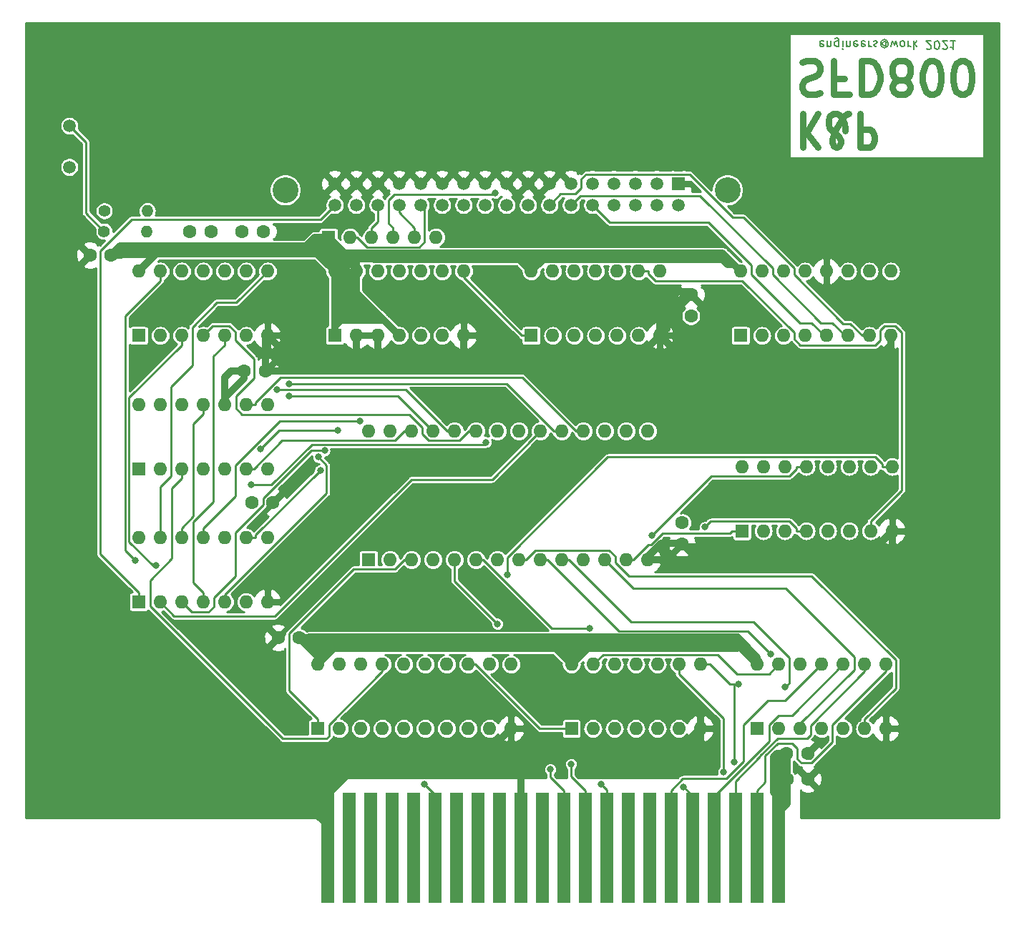
<source format=gbr>
G04 #@! TF.GenerationSoftware,KiCad,Pcbnew,(5.1.2-1)-1*
G04 #@! TF.CreationDate,2021-06-01T15:31:26+01:00*
G04 #@! TF.ProjectId,SFD800,53464438-3030-42e6-9b69-6361645f7063,rev?*
G04 #@! TF.SameCoordinates,Original*
G04 #@! TF.FileFunction,Copper,L2,Bot*
G04 #@! TF.FilePolarity,Positive*
%FSLAX46Y46*%
G04 Gerber Fmt 4.6, Leading zero omitted, Abs format (unit mm)*
G04 Created by KiCad (PCBNEW (5.1.2-1)-1) date 2021-06-01 15:31:26*
%MOMM*%
%LPD*%
G04 APERTURE LIST*
%ADD10C,0.750000*%
%ADD11C,0.200000*%
%ADD12C,3.050000*%
%ADD13R,1.520000X1.520000*%
%ADD14C,1.520000*%
%ADD15R,1.500000X13.000000*%
%ADD16C,1.500000*%
%ADD17O,1.600000X1.600000*%
%ADD18R,1.600000X1.600000*%
%ADD19O,1.400000X1.400000*%
%ADD20C,1.400000*%
%ADD21C,1.600000*%
%ADD22C,0.800000*%
%ADD23C,0.812800*%
%ADD24C,0.500000*%
%ADD25C,0.250000*%
%ADD26C,0.254000*%
G04 APERTURE END LIST*
D10*
X192417142Y-51140476D02*
X192417142Y-55140476D01*
X194131428Y-51140476D02*
X192845714Y-53426190D01*
X194131428Y-55140476D02*
X192417142Y-52854761D01*
X197845714Y-51140476D02*
X197702857Y-51140476D01*
X197417142Y-51330952D01*
X196988571Y-51902380D01*
X196274285Y-53045238D01*
X195988571Y-53616666D01*
X195845714Y-54188095D01*
X195845714Y-54569047D01*
X195988571Y-54950000D01*
X196274285Y-55140476D01*
X196417142Y-55140476D01*
X196702857Y-54950000D01*
X196845714Y-54569047D01*
X196845714Y-54378571D01*
X196702857Y-53997619D01*
X196560000Y-53807142D01*
X195702857Y-53045238D01*
X195560000Y-52854761D01*
X195417142Y-52473809D01*
X195417142Y-51902380D01*
X195560000Y-51521428D01*
X195702857Y-51330952D01*
X195988571Y-51140476D01*
X196417142Y-51140476D01*
X196702857Y-51330952D01*
X196845714Y-51521428D01*
X197274285Y-52283333D01*
X197417142Y-52854761D01*
X197417142Y-53235714D01*
X199131428Y-51140476D02*
X199131428Y-55140476D01*
X200274285Y-55140476D01*
X200560000Y-54950000D01*
X200702857Y-54759523D01*
X200845714Y-54378571D01*
X200845714Y-53807142D01*
X200702857Y-53426190D01*
X200560000Y-53235714D01*
X200274285Y-53045238D01*
X199131428Y-53045238D01*
X192267142Y-45070952D02*
X192810000Y-44880476D01*
X193714761Y-44880476D01*
X194076666Y-45070952D01*
X194257619Y-45261428D01*
X194438571Y-45642380D01*
X194438571Y-46023333D01*
X194257619Y-46404285D01*
X194076666Y-46594761D01*
X193714761Y-46785238D01*
X192990952Y-46975714D01*
X192629047Y-47166190D01*
X192448095Y-47356666D01*
X192267142Y-47737619D01*
X192267142Y-48118571D01*
X192448095Y-48499523D01*
X192629047Y-48690000D01*
X192990952Y-48880476D01*
X193895714Y-48880476D01*
X194438571Y-48690000D01*
X197333809Y-46975714D02*
X196067142Y-46975714D01*
X196067142Y-44880476D02*
X196067142Y-48880476D01*
X197876666Y-48880476D01*
X199324285Y-44880476D02*
X199324285Y-48880476D01*
X200229047Y-48880476D01*
X200771904Y-48690000D01*
X201133809Y-48309047D01*
X201314761Y-47928095D01*
X201495714Y-47166190D01*
X201495714Y-46594761D01*
X201314761Y-45832857D01*
X201133809Y-45451904D01*
X200771904Y-45070952D01*
X200229047Y-44880476D01*
X199324285Y-44880476D01*
X203667142Y-47166190D02*
X203305238Y-47356666D01*
X203124285Y-47547142D01*
X202943333Y-47928095D01*
X202943333Y-48118571D01*
X203124285Y-48499523D01*
X203305238Y-48690000D01*
X203667142Y-48880476D01*
X204390952Y-48880476D01*
X204752857Y-48690000D01*
X204933809Y-48499523D01*
X205114761Y-48118571D01*
X205114761Y-47928095D01*
X204933809Y-47547142D01*
X204752857Y-47356666D01*
X204390952Y-47166190D01*
X203667142Y-47166190D01*
X203305238Y-46975714D01*
X203124285Y-46785238D01*
X202943333Y-46404285D01*
X202943333Y-45642380D01*
X203124285Y-45261428D01*
X203305238Y-45070952D01*
X203667142Y-44880476D01*
X204390952Y-44880476D01*
X204752857Y-45070952D01*
X204933809Y-45261428D01*
X205114761Y-45642380D01*
X205114761Y-46404285D01*
X204933809Y-46785238D01*
X204752857Y-46975714D01*
X204390952Y-47166190D01*
X207467142Y-48880476D02*
X207829047Y-48880476D01*
X208190952Y-48690000D01*
X208371904Y-48499523D01*
X208552857Y-48118571D01*
X208733809Y-47356666D01*
X208733809Y-46404285D01*
X208552857Y-45642380D01*
X208371904Y-45261428D01*
X208190952Y-45070952D01*
X207829047Y-44880476D01*
X207467142Y-44880476D01*
X207105238Y-45070952D01*
X206924285Y-45261428D01*
X206743333Y-45642380D01*
X206562380Y-46404285D01*
X206562380Y-47356666D01*
X206743333Y-48118571D01*
X206924285Y-48499523D01*
X207105238Y-48690000D01*
X207467142Y-48880476D01*
X211086190Y-48880476D02*
X211448095Y-48880476D01*
X211810000Y-48690000D01*
X211990952Y-48499523D01*
X212171904Y-48118571D01*
X212352857Y-47356666D01*
X212352857Y-46404285D01*
X212171904Y-45642380D01*
X211990952Y-45261428D01*
X211810000Y-45070952D01*
X211448095Y-44880476D01*
X211086190Y-44880476D01*
X210724285Y-45070952D01*
X210543333Y-45261428D01*
X210362380Y-45642380D01*
X210181428Y-46404285D01*
X210181428Y-47356666D01*
X210362380Y-48118571D01*
X210543333Y-48499523D01*
X210724285Y-48690000D01*
X211086190Y-48880476D01*
D11*
X194814761Y-42585238D02*
X194719523Y-42537619D01*
X194529047Y-42537619D01*
X194433809Y-42585238D01*
X194386190Y-42680476D01*
X194386190Y-43061428D01*
X194433809Y-43156666D01*
X194529047Y-43204285D01*
X194719523Y-43204285D01*
X194814761Y-43156666D01*
X194862380Y-43061428D01*
X194862380Y-42966190D01*
X194386190Y-42870952D01*
X195290952Y-43204285D02*
X195290952Y-42537619D01*
X195290952Y-43109047D02*
X195338571Y-43156666D01*
X195433809Y-43204285D01*
X195576666Y-43204285D01*
X195671904Y-43156666D01*
X195719523Y-43061428D01*
X195719523Y-42537619D01*
X196624285Y-43204285D02*
X196624285Y-42394761D01*
X196576666Y-42299523D01*
X196529047Y-42251904D01*
X196433809Y-42204285D01*
X196290952Y-42204285D01*
X196195714Y-42251904D01*
X196624285Y-42585238D02*
X196529047Y-42537619D01*
X196338571Y-42537619D01*
X196243333Y-42585238D01*
X196195714Y-42632857D01*
X196148095Y-42728095D01*
X196148095Y-43013809D01*
X196195714Y-43109047D01*
X196243333Y-43156666D01*
X196338571Y-43204285D01*
X196529047Y-43204285D01*
X196624285Y-43156666D01*
X197100476Y-42537619D02*
X197100476Y-43204285D01*
X197100476Y-43537619D02*
X197052857Y-43490000D01*
X197100476Y-43442380D01*
X197148095Y-43490000D01*
X197100476Y-43537619D01*
X197100476Y-43442380D01*
X197576666Y-43204285D02*
X197576666Y-42537619D01*
X197576666Y-43109047D02*
X197624285Y-43156666D01*
X197719523Y-43204285D01*
X197862380Y-43204285D01*
X197957619Y-43156666D01*
X198005238Y-43061428D01*
X198005238Y-42537619D01*
X198862380Y-42585238D02*
X198767142Y-42537619D01*
X198576666Y-42537619D01*
X198481428Y-42585238D01*
X198433809Y-42680476D01*
X198433809Y-43061428D01*
X198481428Y-43156666D01*
X198576666Y-43204285D01*
X198767142Y-43204285D01*
X198862380Y-43156666D01*
X198910000Y-43061428D01*
X198910000Y-42966190D01*
X198433809Y-42870952D01*
X199719523Y-42585238D02*
X199624285Y-42537619D01*
X199433809Y-42537619D01*
X199338571Y-42585238D01*
X199290952Y-42680476D01*
X199290952Y-43061428D01*
X199338571Y-43156666D01*
X199433809Y-43204285D01*
X199624285Y-43204285D01*
X199719523Y-43156666D01*
X199767142Y-43061428D01*
X199767142Y-42966190D01*
X199290952Y-42870952D01*
X200195714Y-42537619D02*
X200195714Y-43204285D01*
X200195714Y-43013809D02*
X200243333Y-43109047D01*
X200290952Y-43156666D01*
X200386190Y-43204285D01*
X200481428Y-43204285D01*
X200767142Y-42585238D02*
X200862380Y-42537619D01*
X201052857Y-42537619D01*
X201148095Y-42585238D01*
X201195714Y-42680476D01*
X201195714Y-42728095D01*
X201148095Y-42823333D01*
X201052857Y-42870952D01*
X200910000Y-42870952D01*
X200814761Y-42918571D01*
X200767142Y-43013809D01*
X200767142Y-43061428D01*
X200814761Y-43156666D01*
X200910000Y-43204285D01*
X201052857Y-43204285D01*
X201148095Y-43156666D01*
X202243333Y-43013809D02*
X202195714Y-43061428D01*
X202100476Y-43109047D01*
X202005238Y-43109047D01*
X201910000Y-43061428D01*
X201862380Y-43013809D01*
X201814761Y-42918571D01*
X201814761Y-42823333D01*
X201862380Y-42728095D01*
X201910000Y-42680476D01*
X202005238Y-42632857D01*
X202100476Y-42632857D01*
X202195714Y-42680476D01*
X202243333Y-42728095D01*
X202243333Y-43109047D02*
X202243333Y-42728095D01*
X202290952Y-42680476D01*
X202338571Y-42680476D01*
X202433809Y-42728095D01*
X202481428Y-42823333D01*
X202481428Y-43061428D01*
X202386190Y-43204285D01*
X202243333Y-43299523D01*
X202052857Y-43347142D01*
X201862380Y-43299523D01*
X201719523Y-43204285D01*
X201624285Y-43061428D01*
X201576666Y-42870952D01*
X201624285Y-42680476D01*
X201719523Y-42537619D01*
X201862380Y-42442380D01*
X202052857Y-42394761D01*
X202243333Y-42442380D01*
X202386190Y-42537619D01*
X202814761Y-43204285D02*
X203005238Y-42537619D01*
X203195714Y-43013809D01*
X203386190Y-42537619D01*
X203576666Y-43204285D01*
X204100476Y-42537619D02*
X204005238Y-42585238D01*
X203957619Y-42632857D01*
X203910000Y-42728095D01*
X203910000Y-43013809D01*
X203957619Y-43109047D01*
X204005238Y-43156666D01*
X204100476Y-43204285D01*
X204243333Y-43204285D01*
X204338571Y-43156666D01*
X204386190Y-43109047D01*
X204433809Y-43013809D01*
X204433809Y-42728095D01*
X204386190Y-42632857D01*
X204338571Y-42585238D01*
X204243333Y-42537619D01*
X204100476Y-42537619D01*
X204862380Y-42537619D02*
X204862380Y-43204285D01*
X204862380Y-43013809D02*
X204910000Y-43109047D01*
X204957619Y-43156666D01*
X205052857Y-43204285D01*
X205148095Y-43204285D01*
X205481428Y-42537619D02*
X205481428Y-43537619D01*
X205576666Y-42918571D02*
X205862380Y-42537619D01*
X205862380Y-43204285D02*
X205481428Y-42823333D01*
X207005238Y-43442380D02*
X207052857Y-43490000D01*
X207148095Y-43537619D01*
X207386190Y-43537619D01*
X207481428Y-43490000D01*
X207529047Y-43442380D01*
X207576666Y-43347142D01*
X207576666Y-43251904D01*
X207529047Y-43109047D01*
X206957619Y-42537619D01*
X207576666Y-42537619D01*
X208195714Y-43537619D02*
X208290952Y-43537619D01*
X208386190Y-43490000D01*
X208433809Y-43442380D01*
X208481428Y-43347142D01*
X208529047Y-43156666D01*
X208529047Y-42918571D01*
X208481428Y-42728095D01*
X208433809Y-42632857D01*
X208386190Y-42585238D01*
X208290952Y-42537619D01*
X208195714Y-42537619D01*
X208100476Y-42585238D01*
X208052857Y-42632857D01*
X208005238Y-42728095D01*
X207957619Y-42918571D01*
X207957619Y-43156666D01*
X208005238Y-43347142D01*
X208052857Y-43442380D01*
X208100476Y-43490000D01*
X208195714Y-43537619D01*
X208910000Y-43442380D02*
X208957619Y-43490000D01*
X209052857Y-43537619D01*
X209290952Y-43537619D01*
X209386190Y-43490000D01*
X209433809Y-43442380D01*
X209481428Y-43347142D01*
X209481428Y-43251904D01*
X209433809Y-43109047D01*
X208862380Y-42537619D01*
X209481428Y-42537619D01*
X210433809Y-42537619D02*
X209862380Y-42537619D01*
X210148095Y-42537619D02*
X210148095Y-43537619D01*
X210052857Y-43394761D01*
X209957619Y-43299523D01*
X209862380Y-43251904D01*
D12*
X131160000Y-60220000D03*
X183480000Y-60220000D03*
D13*
X177640000Y-59460000D03*
D14*
X177640000Y-62000000D03*
X175100000Y-59460000D03*
X175100000Y-62000000D03*
X172560000Y-59460000D03*
X172560000Y-62000000D03*
X170020000Y-59460000D03*
X170020000Y-62000000D03*
X167480000Y-59460000D03*
X167480000Y-62000000D03*
X164940000Y-59460000D03*
X164940000Y-62000000D03*
X162400000Y-59460000D03*
X162400000Y-62000000D03*
X159860000Y-59460000D03*
X159860000Y-62000000D03*
X157320000Y-59460000D03*
X157320000Y-62000000D03*
X154780000Y-59460000D03*
X154780000Y-62000000D03*
X152240000Y-59460000D03*
X152240000Y-62000000D03*
X149700000Y-59460000D03*
X149700000Y-62000000D03*
X147160000Y-59460000D03*
X147160000Y-62000000D03*
X144620000Y-59460000D03*
X144620000Y-62000000D03*
X142080000Y-59460000D03*
X142080000Y-62000000D03*
X139540000Y-59460000D03*
X139540000Y-62000000D03*
X137000000Y-59460000D03*
X137000000Y-62000000D03*
D15*
X138670000Y-138153200D03*
X141210000Y-138153200D03*
X136130000Y-138153200D03*
X143750000Y-138153200D03*
X174230000Y-138153200D03*
X171690000Y-138153200D03*
X169150000Y-138153200D03*
X166610000Y-138153200D03*
X164070000Y-138153200D03*
X161530000Y-138153200D03*
X158990000Y-138153200D03*
X156450000Y-138153200D03*
X153910000Y-138153200D03*
X151370000Y-138153200D03*
X148830000Y-138153200D03*
X146290000Y-138153200D03*
X189470000Y-138153200D03*
X186930000Y-138153200D03*
X184390000Y-138153200D03*
X181850000Y-138153200D03*
X179310000Y-138153200D03*
X176770000Y-138153200D03*
D16*
X105600000Y-52600000D03*
X105600000Y-57500000D03*
D17*
X185000000Y-69830000D03*
X202780000Y-77450000D03*
X187540000Y-69830000D03*
X200240000Y-77450000D03*
X190080000Y-69830000D03*
X197700000Y-77450000D03*
X192620000Y-69830000D03*
X195160000Y-77450000D03*
X195160000Y-69830000D03*
X192620000Y-77450000D03*
X197700000Y-69830000D03*
X190080000Y-77450000D03*
X200240000Y-69830000D03*
X187540000Y-77450000D03*
X202780000Y-69830000D03*
D18*
X185000000Y-77450000D03*
D17*
X185160000Y-92970000D03*
X202940000Y-100590000D03*
X187700000Y-92970000D03*
X200400000Y-100590000D03*
X190240000Y-92970000D03*
X197860000Y-100590000D03*
X192780000Y-92970000D03*
X195320000Y-100590000D03*
X195320000Y-92970000D03*
X192780000Y-100590000D03*
X197860000Y-92970000D03*
X190240000Y-100590000D03*
X200400000Y-92970000D03*
X187700000Y-100590000D03*
X202940000Y-92970000D03*
D18*
X185160000Y-100590000D03*
D17*
X141000000Y-88760000D03*
X174020000Y-104000000D03*
X143540000Y-88760000D03*
X171480000Y-104000000D03*
X146080000Y-88760000D03*
X168940000Y-104000000D03*
X148620000Y-88760000D03*
X166400000Y-104000000D03*
X151160000Y-88760000D03*
X163860000Y-104000000D03*
X153700000Y-88760000D03*
X161320000Y-104000000D03*
X156240000Y-88760000D03*
X158780000Y-104000000D03*
X158780000Y-88760000D03*
X156240000Y-104000000D03*
X161320000Y-88760000D03*
X153700000Y-104000000D03*
X163860000Y-88760000D03*
X151160000Y-104000000D03*
X166400000Y-88760000D03*
X148620000Y-104000000D03*
X168940000Y-88760000D03*
X146080000Y-104000000D03*
X171480000Y-88760000D03*
X143540000Y-104000000D03*
X174020000Y-88760000D03*
D18*
X141000000Y-104000000D03*
D17*
X187000000Y-116380000D03*
X202240000Y-124000000D03*
X189540000Y-116380000D03*
X199700000Y-124000000D03*
X192080000Y-116380000D03*
X197160000Y-124000000D03*
X194620000Y-116380000D03*
X194620000Y-124000000D03*
X197160000Y-116380000D03*
X192080000Y-124000000D03*
X199700000Y-116380000D03*
X189540000Y-124000000D03*
X202240000Y-116380000D03*
D18*
X187000000Y-124000000D03*
D17*
X165000000Y-116380000D03*
X180240000Y-124000000D03*
X167540000Y-116380000D03*
X177700000Y-124000000D03*
X170080000Y-116380000D03*
X175160000Y-124000000D03*
X172620000Y-116380000D03*
X172620000Y-124000000D03*
X175160000Y-116380000D03*
X170080000Y-124000000D03*
X177700000Y-116380000D03*
X167540000Y-124000000D03*
X180240000Y-116380000D03*
D18*
X165000000Y-124000000D03*
D17*
X113800000Y-85630000D03*
X129040000Y-93250000D03*
X116340000Y-85630000D03*
X126500000Y-93250000D03*
X118880000Y-85630000D03*
X123960000Y-93250000D03*
X121420000Y-85630000D03*
X121420000Y-93250000D03*
X123960000Y-85630000D03*
X118880000Y-93250000D03*
X126500000Y-85630000D03*
X116340000Y-93250000D03*
X129040000Y-85630000D03*
D18*
X113800000Y-93250000D03*
D17*
X137000000Y-69830000D03*
X152240000Y-77450000D03*
X139540000Y-69830000D03*
X149700000Y-77450000D03*
X142080000Y-69830000D03*
X147160000Y-77450000D03*
X144620000Y-69830000D03*
X144620000Y-77450000D03*
X147160000Y-69830000D03*
X142080000Y-77450000D03*
X149700000Y-69830000D03*
X139540000Y-77450000D03*
X152240000Y-69830000D03*
D18*
X137000000Y-77450000D03*
D17*
X113800000Y-101380000D03*
X129040000Y-109000000D03*
X116340000Y-101380000D03*
X126500000Y-109000000D03*
X118880000Y-101380000D03*
X123960000Y-109000000D03*
X121420000Y-101380000D03*
X121420000Y-109000000D03*
X123960000Y-101380000D03*
X118880000Y-109000000D03*
X126500000Y-101380000D03*
X116340000Y-109000000D03*
X129040000Y-101380000D03*
D18*
X113800000Y-109000000D03*
D17*
X135000000Y-116380000D03*
X157860000Y-124000000D03*
X137540000Y-116380000D03*
X155320000Y-124000000D03*
X140080000Y-116380000D03*
X152780000Y-124000000D03*
X142620000Y-116380000D03*
X150240000Y-124000000D03*
X145160000Y-116380000D03*
X147700000Y-124000000D03*
X147700000Y-116380000D03*
X145160000Y-124000000D03*
X150240000Y-116380000D03*
X142620000Y-124000000D03*
X152780000Y-116380000D03*
X140080000Y-124000000D03*
X155320000Y-116380000D03*
X137540000Y-124000000D03*
X157860000Y-116380000D03*
D18*
X135000000Y-124000000D03*
D17*
X113800000Y-69830000D03*
X129040000Y-77450000D03*
X116340000Y-69830000D03*
X126500000Y-77450000D03*
X118880000Y-69830000D03*
X123960000Y-77450000D03*
X121420000Y-69830000D03*
X121420000Y-77450000D03*
X123960000Y-69830000D03*
X118880000Y-77450000D03*
X126500000Y-69830000D03*
X116340000Y-77450000D03*
X129040000Y-69830000D03*
D18*
X113800000Y-77450000D03*
D17*
X160250000Y-69830000D03*
X175490000Y-77450000D03*
X162790000Y-69830000D03*
X172950000Y-77450000D03*
X165330000Y-69830000D03*
X170410000Y-77450000D03*
X167870000Y-69830000D03*
X167870000Y-77450000D03*
X170410000Y-69830000D03*
X165330000Y-77450000D03*
X172950000Y-69830000D03*
X162790000Y-77450000D03*
X175490000Y-69830000D03*
D18*
X160250000Y-77450000D03*
D17*
X148970000Y-65810000D03*
X146430000Y-65810000D03*
X143890000Y-65810000D03*
X141350000Y-65810000D03*
X138810000Y-65810000D03*
D18*
X136270000Y-65810000D03*
D19*
X114790000Y-65110000D03*
D20*
X109710000Y-65110000D03*
D19*
X114810000Y-62670000D03*
D20*
X109730000Y-62670000D03*
D21*
X122360000Y-65140000D03*
X119860000Y-65140000D03*
X128510000Y-65120000D03*
X126010000Y-65120000D03*
X132790000Y-113230000D03*
X130290000Y-113230000D03*
X179140000Y-72620000D03*
X179140000Y-75120000D03*
X178090000Y-102120000D03*
X178090000Y-99620000D03*
X192970000Y-126910000D03*
X190470000Y-126910000D03*
X192990000Y-129970000D03*
X190490000Y-129970000D03*
X110540000Y-67930000D03*
X108040000Y-67930000D03*
X128800000Y-81660000D03*
X126300000Y-81660000D03*
X127180000Y-97210000D03*
X129680000Y-97210000D03*
D22*
X189440000Y-133900000D03*
X189440000Y-133020000D03*
X189480000Y-132130000D03*
X179310000Y-125950000D03*
X136230000Y-132130000D03*
X136200000Y-133850000D03*
X136210000Y-132990000D03*
X168490600Y-130584000D03*
X164971400Y-128189100D03*
X162499100Y-128833500D03*
X147560000Y-130584000D03*
X178268800Y-130907100D03*
X184254800Y-127952400D03*
X184794400Y-118729900D03*
X182984500Y-129157700D03*
X174492900Y-101136900D03*
X180789900Y-100135400D03*
X135791300Y-91086400D03*
X139990900Y-87532300D03*
X135048000Y-91845800D03*
X135285700Y-93392800D03*
X155994800Y-60553600D03*
X113390700Y-104099000D03*
X131605300Y-83128800D03*
X131605600Y-84631400D03*
X115864300Y-104694700D03*
X130182000Y-83824800D03*
X127124500Y-95145800D03*
X154861900Y-90070900D03*
X157384700Y-105777400D03*
X128238400Y-90860200D03*
X137334400Y-88704000D03*
X156253100Y-111592300D03*
X167153700Y-112146300D03*
X188620700Y-115166800D03*
X190314000Y-119094100D03*
D23*
X189480000Y-133020000D02*
X189480000Y-132130000D01*
X189480000Y-133860000D02*
X189480000Y-133020000D01*
D24*
X189440000Y-133020000D02*
X189480000Y-133020000D01*
X189470000Y-138153000D02*
X189470000Y-138153200D01*
D23*
X185000000Y-114380000D02*
X184700000Y-114380000D01*
X185820000Y-114380000D02*
X185000000Y-114380000D01*
X185820000Y-114380000D02*
X185400000Y-113960000D01*
X187000000Y-116380000D02*
X187000000Y-115560000D01*
X187000000Y-115560000D02*
X185820000Y-114380000D01*
X166900000Y-114480000D02*
X165000000Y-116380000D01*
X163080000Y-114460000D02*
X166920000Y-114460000D01*
X166920000Y-114460000D02*
X166900000Y-114480000D01*
X166900000Y-114480000D02*
X166190000Y-114480000D01*
X166190000Y-114480000D02*
X166040000Y-114630000D01*
X162900000Y-114460000D02*
X163080000Y-114460000D01*
X162390000Y-67690000D02*
X140410000Y-67690000D01*
X185000000Y-69830000D02*
X182860000Y-67690000D01*
X182860000Y-67690000D02*
X162390000Y-67690000D01*
X161656400Y-68423600D02*
X182264000Y-68423600D01*
X158844000Y-68423600D02*
X161656400Y-68423600D01*
X162390000Y-67690000D02*
X161656400Y-68423600D01*
X137000000Y-76380000D02*
X137000000Y-77450000D01*
X137000000Y-69830000D02*
X137000000Y-76380000D01*
X158354000Y-68423600D02*
X158844000Y-68423600D01*
X139750000Y-68350000D02*
X141620000Y-68350000D01*
X141620000Y-68350000D02*
X141694000Y-68423600D01*
X141694000Y-68423600D02*
X158354000Y-68423600D01*
X138480000Y-68350000D02*
X139750000Y-68350000D01*
X140410000Y-67690000D02*
X139750000Y-68350000D01*
X138480000Y-68350000D02*
X137000000Y-69830000D01*
X123960000Y-85630000D02*
X123960000Y-84830000D01*
X189480000Y-133860000D02*
X190490000Y-132850000D01*
X190490000Y-132850000D02*
X190490000Y-129970000D01*
X189440000Y-133900000D02*
X189480000Y-133860000D01*
X189440000Y-133900000D02*
X189480000Y-133860000D01*
X123960000Y-85630000D02*
X123960000Y-84830000D01*
X123960000Y-84830000D02*
X126300000Y-82490000D01*
X126300000Y-82490000D02*
X126300000Y-81660000D01*
X123960000Y-84830000D02*
X123960000Y-82410000D01*
X123960000Y-82410000D02*
X124710000Y-81660000D01*
X124710000Y-81660000D02*
X126300000Y-81660000D01*
X160250000Y-69830000D02*
X158844000Y-68423600D01*
X158844000Y-68423600D02*
X158354000Y-68423600D01*
X139540000Y-69830000D02*
X139540000Y-72370000D01*
X137000000Y-76380000D02*
X137730000Y-75650000D01*
X137730000Y-75650000D02*
X142590000Y-75650000D01*
X142590000Y-75650000D02*
X142705000Y-75535000D01*
X142705000Y-75535000D02*
X144620000Y-77450000D01*
X189770000Y-132090000D02*
X189770000Y-127610000D01*
X189770000Y-127610000D02*
X190470000Y-126910000D01*
X190490000Y-129970000D02*
X190490000Y-126930000D01*
X190490000Y-126930000D02*
X190470000Y-126910000D01*
X136270000Y-69100000D02*
X134930000Y-67760000D01*
X134930000Y-67760000D02*
X115870000Y-67760000D01*
X136270000Y-65810000D02*
X134657000Y-65810000D01*
X134657000Y-65810000D02*
X133607000Y-66860000D01*
X111610000Y-66860000D02*
X110540000Y-67930000D01*
X136270000Y-69100000D02*
X137000000Y-69830000D01*
X139120000Y-67670000D02*
X138130000Y-67670000D01*
X138130000Y-67670000D02*
X136270000Y-65810000D01*
X139120000Y-67670000D02*
X139120000Y-67710000D01*
X139120000Y-67710000D02*
X138480000Y-68350000D01*
X140410000Y-67690000D02*
X139140000Y-67690000D01*
X139140000Y-67690000D02*
X139120000Y-67670000D01*
X139750000Y-68350000D02*
X139540000Y-68560000D01*
X139540000Y-68560000D02*
X139540000Y-69830000D01*
X184700000Y-114380000D02*
X184600000Y-114480000D01*
X184600000Y-114480000D02*
X166900000Y-114480000D01*
X162900000Y-114460000D02*
X136920000Y-114460000D01*
X136920000Y-114460000D02*
X135000000Y-116380000D01*
X165000000Y-116380000D02*
X163080000Y-114460000D01*
X163080000Y-114460000D02*
X162900000Y-114460000D01*
X184700000Y-114380000D02*
X185000000Y-114380000D01*
X185000000Y-114380000D02*
X187000000Y-116380000D01*
X132790000Y-113230000D02*
X133921000Y-113230000D01*
X133921000Y-113230000D02*
X133971000Y-113180000D01*
X184660000Y-113180000D02*
X185860000Y-114380000D01*
X185860000Y-114380000D02*
X185820000Y-114380000D01*
X135000000Y-116380000D02*
X135000000Y-115440000D01*
X185820000Y-114380000D02*
X185060000Y-114380000D01*
X185060000Y-114380000D02*
X184530000Y-113850000D01*
X184530000Y-113850000D02*
X163320000Y-113850000D01*
X163320000Y-113850000D02*
X163270000Y-113900000D01*
X135790000Y-113900000D02*
X135650000Y-114040000D01*
X133600000Y-114040000D02*
X132790000Y-113230000D01*
X135000000Y-115440000D02*
X133600000Y-114040000D01*
X136850000Y-113180000D02*
X135110000Y-113180000D01*
X136850000Y-113180000D02*
X184660000Y-113180000D01*
X134250000Y-114040000D02*
X133600000Y-114040000D01*
X135960000Y-113660000D02*
X135580000Y-114040000D01*
X135960000Y-113180000D02*
X135960000Y-113660000D01*
X135960000Y-113180000D02*
X136850000Y-113180000D01*
X135650000Y-114040000D02*
X135580000Y-114040000D01*
X133971000Y-113180000D02*
X135960000Y-113180000D01*
X135960000Y-113660000D02*
X136200000Y-113900000D01*
X134610000Y-114040000D02*
X134250000Y-114040000D01*
X134610000Y-114250000D02*
X134610000Y-114040000D01*
X135580000Y-114040000D02*
X134610000Y-114040000D01*
X135540000Y-113900000D02*
X134965000Y-113325000D01*
X135790000Y-113900000D02*
X135540000Y-113900000D01*
X134965000Y-113325000D02*
X134250000Y-114040000D01*
X135110000Y-113180000D02*
X134965000Y-113325000D01*
X136130000Y-113900000D02*
X135195000Y-114835000D01*
X136200000Y-113900000D02*
X136130000Y-113900000D01*
X135195000Y-114835000D02*
X134610000Y-114250000D01*
X136900000Y-113900000D02*
X136540000Y-113900000D01*
X163270000Y-113900000D02*
X136900000Y-113900000D01*
X136540000Y-113900000D02*
X135000000Y-115440000D01*
X136900000Y-113900000D02*
X135790000Y-113900000D01*
X166190000Y-114480000D02*
X166130000Y-114480000D01*
X166130000Y-114480000D02*
X165140000Y-115470000D01*
X165140000Y-115470000D02*
X164760000Y-115470000D01*
X164760000Y-115470000D02*
X164190000Y-114900000D01*
X164190000Y-114900000D02*
X164210000Y-114920000D01*
X164210000Y-114920000D02*
X165090000Y-114920000D01*
X184200001Y-69030001D02*
X184129999Y-69030001D01*
X185000000Y-69830000D02*
X184200001Y-69030001D01*
X184129999Y-69030001D02*
X184099998Y-69000000D01*
X184099998Y-69000000D02*
X183520000Y-69000000D01*
X182943600Y-68423600D02*
X182264000Y-68423600D01*
X183520000Y-69000000D02*
X182943600Y-68423600D01*
X161656400Y-68423600D02*
X161035000Y-69045000D01*
X161035000Y-69045000D02*
X160065000Y-69045000D01*
X161035000Y-69045000D02*
X160250000Y-69830000D01*
X138140000Y-68350000D02*
X138480000Y-68350000D01*
X136800000Y-67010000D02*
X138140000Y-68350000D01*
X136800000Y-68190000D02*
X136800000Y-67010000D01*
X137100000Y-68490000D02*
X136800000Y-68190000D01*
X136490000Y-69100000D02*
X137100000Y-68490000D01*
X136270000Y-69100000D02*
X136490000Y-69100000D01*
X134040000Y-67240000D02*
X135470000Y-65810000D01*
X136060000Y-68000000D02*
X135300000Y-67240000D01*
X135300000Y-67240000D02*
X134040000Y-67240000D01*
X137210000Y-69000000D02*
X137210000Y-68000000D01*
X137220000Y-69010000D02*
X137210000Y-69000000D01*
X135470000Y-65810000D02*
X136270000Y-65810000D01*
X137210000Y-68000000D02*
X136060000Y-68000000D01*
X137600000Y-68630000D02*
X137220000Y-69010000D01*
X137600000Y-68490000D02*
X137600000Y-68630000D01*
X137100000Y-68490000D02*
X137600000Y-68490000D01*
X136270000Y-66840000D02*
X135460000Y-66840000D01*
X136270000Y-65810000D02*
X136270000Y-66840000D01*
X136270000Y-66840000D02*
X136270000Y-69100000D01*
X135060000Y-67240000D02*
X134040000Y-67240000D01*
X135460000Y-66840000D02*
X135060000Y-67240000D01*
X133607000Y-66860000D02*
X121260000Y-66860000D01*
X121260000Y-66860000D02*
X111610000Y-66860000D01*
X121150000Y-67240000D02*
X134040000Y-67240000D01*
X115560000Y-67240000D02*
X121150000Y-67240000D01*
X115940000Y-66860000D02*
X115560000Y-67240000D01*
X121260000Y-66860000D02*
X115940000Y-66860000D01*
X115560000Y-67240000D02*
X112090000Y-67240000D01*
X111339999Y-67130001D02*
X110540000Y-67930000D01*
X111980001Y-67130001D02*
X111339999Y-67130001D01*
X112090000Y-67240000D02*
X111980001Y-67130001D01*
X111671370Y-67930000D02*
X111761370Y-67840000D01*
X110540000Y-67930000D02*
X111671370Y-67930000D01*
X111761370Y-67840000D02*
X115130000Y-67840000D01*
X114425000Y-69205000D02*
X113800000Y-69830000D01*
X115130000Y-68500000D02*
X114425000Y-69205000D01*
X115130000Y-67840000D02*
X115130000Y-68500000D01*
X115870000Y-67760000D02*
X114425000Y-69205000D01*
X142100000Y-74930000D02*
X137730000Y-74930000D01*
X139540000Y-72370000D02*
X142100000Y-74930000D01*
X142100000Y-74930000D02*
X142705000Y-75535000D01*
X139180000Y-68920000D02*
X139540000Y-68560000D01*
X138750000Y-68920000D02*
X139180000Y-68920000D01*
X137660000Y-73670000D02*
X137660000Y-70010000D01*
X137660000Y-70010000D02*
X138750000Y-68920000D01*
X137730000Y-73740000D02*
X137660000Y-73670000D01*
X138458630Y-73951370D02*
X137730000Y-74680000D01*
X138458630Y-69780000D02*
X138458630Y-73951370D01*
X139540000Y-69830000D02*
X138740001Y-70629999D01*
X138260000Y-69978630D02*
X138458630Y-69780000D01*
X138260000Y-72830000D02*
X138260000Y-69978630D01*
X139380000Y-73880000D02*
X139310000Y-73880000D01*
X138790000Y-74470000D02*
X139380000Y-73880000D01*
X140790000Y-74470000D02*
X138790000Y-74470000D01*
X139310000Y-73880000D02*
X138260000Y-72830000D01*
X138740001Y-70629999D02*
X138740001Y-72420001D01*
X138740001Y-72420001D02*
X140790000Y-74470000D01*
X137730000Y-74680000D02*
X137730000Y-73740000D01*
X137730000Y-75650000D02*
X137730000Y-74680000D01*
X189189000Y-127081000D02*
X188900000Y-127370000D01*
X190470000Y-126910000D02*
X189338630Y-126910000D01*
X189189000Y-127059630D02*
X189189000Y-127081000D01*
X189470000Y-131880000D02*
X189470000Y-138153000D01*
X189338630Y-126910000D02*
X189189000Y-127059630D01*
X189189000Y-127059630D02*
X189189000Y-130979000D01*
X189470000Y-131880000D02*
X188900000Y-131310000D01*
X189470000Y-138153200D02*
X189470000Y-131880000D01*
X188900000Y-128700000D02*
X188900000Y-131310000D01*
X188900000Y-127370000D02*
X188900000Y-128700000D01*
X189170000Y-132910000D02*
X189170000Y-131580000D01*
X189330000Y-132910000D02*
X189170000Y-132910000D01*
X189170000Y-131580000D02*
X188900000Y-131310000D01*
X189440000Y-133020000D02*
X189330000Y-132910000D01*
X188900000Y-131550000D02*
X188900000Y-128700000D01*
X189480000Y-132130000D02*
X188900000Y-131550000D01*
D24*
X136220000Y-133000000D02*
X136130000Y-133090000D01*
X136130000Y-133090000D02*
X136130000Y-138153200D01*
D23*
X136220000Y-133000000D02*
X136220000Y-133870000D01*
X136220000Y-132130000D02*
X136220000Y-133000000D01*
X136220000Y-131050000D02*
X136220000Y-132130000D01*
D24*
X136230000Y-132130000D02*
X136220000Y-132130000D01*
X158990000Y-138153000D02*
X158990000Y-138153200D01*
D23*
X158990000Y-138153000D02*
X158990000Y-127240000D01*
X158990000Y-127240000D02*
X158910000Y-127160000D01*
X202780000Y-78581400D02*
X201701000Y-79660000D01*
X201701000Y-79660000D02*
X177700000Y-79660000D01*
X202780000Y-77450000D02*
X202780000Y-78581400D01*
X202780000Y-78581400D02*
X202780000Y-77450000D01*
X136220000Y-131050000D02*
X140110000Y-127160000D01*
X140110000Y-127160000D02*
X158910000Y-127160000D01*
X136200000Y-133850000D02*
X136200000Y-131070000D01*
X136200000Y-131070000D02*
X136220000Y-131050000D01*
X158910000Y-127160000D02*
X178080000Y-127160000D01*
X178080000Y-127160000D02*
X179915000Y-125325000D01*
X179915000Y-125325000D02*
X179915000Y-125345000D01*
X179915000Y-125345000D02*
X179310000Y-125950000D01*
X179915000Y-125325000D02*
X180240000Y-125000000D01*
X180240000Y-125000000D02*
X180240000Y-124000000D01*
X155860000Y-126000000D02*
X140730000Y-126000000D01*
X140730000Y-126000000D02*
X136220000Y-130510000D01*
X136220000Y-130510000D02*
X136220000Y-131050000D01*
X175490000Y-77450000D02*
X175490000Y-74390000D01*
X175490000Y-74390000D02*
X177630000Y-72250000D01*
X177630000Y-72250000D02*
X178770000Y-72250000D01*
X178770000Y-72250000D02*
X179140000Y-72620000D01*
X177700000Y-79660000D02*
X173590000Y-79660000D01*
X173590000Y-79660000D02*
X152760000Y-79660000D01*
X175490000Y-77450000D02*
X173590000Y-79350000D01*
X173590000Y-79350000D02*
X173590000Y-79660000D01*
X139940000Y-79660000D02*
X131250000Y-79660000D01*
X131250000Y-79660000D02*
X129040000Y-77450000D01*
X139940000Y-79660000D02*
X139540000Y-79260000D01*
X139540000Y-79260000D02*
X139540000Y-77450000D01*
X142520000Y-79660000D02*
X139940000Y-79660000D01*
X142520000Y-79660000D02*
X142080000Y-79220000D01*
X142080000Y-79220000D02*
X142080000Y-77450000D01*
X152760000Y-79660000D02*
X142520000Y-79660000D01*
X152760000Y-79660000D02*
X152240000Y-79140000D01*
X152240000Y-79140000D02*
X152240000Y-77450000D01*
X177700000Y-79660000D02*
X175490000Y-77450000D01*
X128800000Y-81660000D02*
X201350000Y-81660000D01*
X201350000Y-81660000D02*
X202800000Y-80210000D01*
X202800000Y-80210000D02*
X202780000Y-80190000D01*
X202780000Y-80190000D02*
X202780000Y-78581400D01*
X128800000Y-81660000D02*
X128800000Y-77690000D01*
X128800000Y-77690000D02*
X129040000Y-77450000D01*
X174020000Y-104000000D02*
X174020000Y-103680000D01*
X174020000Y-103680000D02*
X175610000Y-102090000D01*
X175610000Y-102090000D02*
X178060000Y-102090000D01*
X178060000Y-102090000D02*
X178090000Y-102120000D01*
X178090000Y-102120000D02*
X178420000Y-102450000D01*
X178420000Y-102450000D02*
X201080000Y-102450000D01*
X201080000Y-102450000D02*
X202940000Y-100590000D01*
X174020000Y-104000000D02*
X201780000Y-104000000D01*
X201780000Y-104000000D02*
X202940000Y-102840000D01*
X202940000Y-102840000D02*
X202940000Y-100590000D01*
X155860000Y-126000000D02*
X178240000Y-126000000D01*
X178240000Y-126000000D02*
X180240000Y-124000000D01*
X155860000Y-126000000D02*
X157860000Y-124000000D01*
X176290000Y-74840000D02*
X178510000Y-72620000D01*
X176290000Y-76650000D02*
X176290000Y-74840000D01*
X178510000Y-72620000D02*
X179140000Y-72620000D01*
X175490000Y-77450000D02*
X176290000Y-76650000D01*
X136230000Y-132130000D02*
X136230000Y-130470000D01*
X136230000Y-130470000D02*
X135980000Y-130220000D01*
X135980000Y-130220000D02*
X134180000Y-130220000D01*
X134180000Y-130220000D02*
X134070000Y-130330000D01*
X134070000Y-130330000D02*
X134070000Y-130930000D01*
X134070000Y-130930000D02*
X134300000Y-131160000D01*
X134300000Y-131160000D02*
X135700000Y-131160000D01*
X135700000Y-131160000D02*
X135770000Y-131090000D01*
X135980000Y-130220000D02*
X135190000Y-130220000D01*
X135980000Y-130220000D02*
X135980000Y-130280000D01*
X135980000Y-130280000D02*
X135540000Y-130720000D01*
X135540000Y-130720000D02*
X134510000Y-130720000D01*
X136130000Y-132403200D02*
X136130000Y-138153200D01*
X134510000Y-130783200D02*
X136130000Y-132403200D01*
X134510000Y-130720000D02*
X134510000Y-130783200D01*
X136130000Y-138153200D02*
X136130000Y-133550000D01*
X136130000Y-133550000D02*
X134130000Y-131550000D01*
X134130000Y-131550000D02*
X135180000Y-132600000D01*
X135180000Y-132600000D02*
X135180000Y-133890000D01*
X135180000Y-133890000D02*
X133660000Y-133890000D01*
X133660000Y-133890000D02*
X134150000Y-133400000D01*
X134150000Y-133400000D02*
X134150000Y-132160000D01*
X134150000Y-132160000D02*
X134150000Y-132710000D01*
X134150000Y-132710000D02*
X134740000Y-133300000D01*
X136130000Y-138153200D02*
X136130000Y-135450000D01*
X136130000Y-135450000D02*
X135170000Y-134490000D01*
X133847594Y-134330000D02*
X133651184Y-134133590D01*
X135010000Y-134330000D02*
X133847594Y-134330000D01*
X135170000Y-134490000D02*
X135010000Y-134330000D01*
X133651184Y-134133590D02*
X132770000Y-134133590D01*
X136130000Y-138153200D02*
X136130000Y-131860000D01*
X136130000Y-131860000D02*
X138410000Y-129580000D01*
D25*
X117610000Y-94069700D02*
X116340000Y-95339700D01*
X120130000Y-80985500D02*
X117610000Y-83505500D01*
X120130000Y-76440000D02*
X120130000Y-80985500D01*
X123030000Y-73540000D02*
X120130000Y-76440000D01*
X116340000Y-95339700D02*
X116340000Y-101380000D01*
X125340000Y-73540000D02*
X123030000Y-73540000D01*
X117610000Y-83505500D02*
X117610000Y-94069700D01*
X129040000Y-69840000D02*
X125340000Y-73540000D01*
X129040000Y-69830000D02*
X129040000Y-69840000D01*
X168490600Y-130584000D02*
X169150000Y-131243400D01*
X169150000Y-131243400D02*
X169150000Y-138153200D01*
X166610000Y-131327900D02*
X164971400Y-129689300D01*
X164971400Y-129689300D02*
X164971400Y-128189100D01*
X166610000Y-138153200D02*
X166610000Y-131327900D01*
X164070000Y-131327900D02*
X162499100Y-129757000D01*
X162499100Y-129757000D02*
X162499100Y-128833500D01*
X164070000Y-138153200D02*
X164070000Y-131327900D01*
X148830000Y-131970000D02*
X148830000Y-138153200D01*
X148830000Y-131854000D02*
X148830000Y-131970000D01*
X147560000Y-130584000D02*
X148830000Y-131854000D01*
X186930000Y-131327900D02*
X186930000Y-138153200D01*
X187917400Y-130340500D02*
X186930000Y-131327900D01*
X189389900Y-125759000D02*
X187917400Y-127231500D01*
X191119000Y-125759000D02*
X189389900Y-125759000D01*
X191720100Y-127610100D02*
X191720100Y-126360100D01*
X191720100Y-126360100D02*
X191119000Y-125759000D01*
X192182200Y-128072200D02*
X191720100Y-127610100D01*
X193446400Y-128072200D02*
X192182200Y-128072200D01*
X202240000Y-117224000D02*
X195890000Y-123574000D01*
X187917400Y-127231500D02*
X187917400Y-130340500D01*
X202240000Y-116380000D02*
X202240000Y-117224000D01*
X195890000Y-125628600D02*
X193446400Y-128072200D01*
X195890000Y-123574000D02*
X195890000Y-125628600D01*
X184390000Y-130230000D02*
X184390000Y-138153200D01*
X187307800Y-127204200D02*
X187307800Y-127312200D01*
X192864500Y-125125500D02*
X189386500Y-125125500D01*
X189386500Y-125125500D02*
X187307800Y-127204200D01*
X193281800Y-124708200D02*
X192864500Y-125125500D01*
X199700000Y-117224000D02*
X193281800Y-123642200D01*
X193281800Y-123642200D02*
X193281800Y-124708200D01*
X187307800Y-127312200D02*
X184390000Y-130230000D01*
X199700000Y-116380000D02*
X199700000Y-117224000D01*
X181850000Y-132055600D02*
X181850000Y-132760000D01*
X186857500Y-127017600D02*
X186857500Y-127048100D01*
X188389500Y-125485600D02*
X186857500Y-127017600D01*
X181850000Y-132760000D02*
X181850000Y-138153200D01*
X188389500Y-123530800D02*
X188389500Y-125485600D01*
X189503600Y-122416700D02*
X188389500Y-123530800D01*
X186857500Y-127048100D02*
X181850000Y-132055600D01*
X191093300Y-122416700D02*
X189503600Y-122416700D01*
X197130000Y-116380000D02*
X191093300Y-122416700D01*
X197160000Y-116380000D02*
X197130000Y-116380000D01*
X179310000Y-131948300D02*
X178268800Y-130907100D01*
X179310000Y-138153200D02*
X179310000Y-131948300D01*
X176770000Y-131327900D02*
X176770000Y-138153200D01*
X178152500Y-129945400D02*
X176770000Y-131327900D01*
X183323300Y-129945400D02*
X178152500Y-129945400D01*
X194620000Y-116380000D02*
X190307900Y-120692100D01*
X185388400Y-127880300D02*
X183323300Y-129945400D01*
X188219100Y-120692100D02*
X185388400Y-123522800D01*
X190307900Y-120692100D02*
X188219100Y-120692100D01*
X185388400Y-123522800D02*
X185388400Y-127880300D01*
X144110800Y-105125300D02*
X145236100Y-104000000D01*
X145236100Y-104000000D02*
X146080000Y-104000000D01*
X139246100Y-105125300D02*
X144110800Y-105125300D01*
X131627300Y-112744100D02*
X139246100Y-105125300D01*
X131627300Y-119502000D02*
X131627300Y-112744100D01*
X135000000Y-122874700D02*
X131627300Y-119502000D01*
X135000000Y-124000000D02*
X135000000Y-122874700D01*
X184254800Y-118729900D02*
X184254800Y-127952400D01*
X184254800Y-118729900D02*
X183715200Y-118729900D01*
X183715200Y-118729900D02*
X181365300Y-116380000D01*
X184794400Y-118729900D02*
X184254800Y-118729900D01*
X180240000Y-116380000D02*
X181365300Y-116380000D01*
X177700000Y-116380000D02*
X177700000Y-117505300D01*
X177700000Y-117505300D02*
X182984500Y-122789800D01*
X182984500Y-122789800D02*
X182984500Y-129157700D01*
X191654700Y-92970000D02*
X191654700Y-93233700D01*
X191654700Y-93233700D02*
X190793100Y-94095300D01*
X190793100Y-94095300D02*
X181534500Y-94095300D01*
X181534500Y-94095300D02*
X174492900Y-101136900D01*
X192780000Y-92970000D02*
X191654700Y-92970000D01*
X191654700Y-100590000D02*
X191654700Y-100308600D01*
X191654700Y-100308600D02*
X190810800Y-99464700D01*
X190810800Y-99464700D02*
X181460600Y-99464700D01*
X181460600Y-99464700D02*
X180789900Y-100135400D01*
X192780000Y-100590000D02*
X191654700Y-100590000D01*
X113800000Y-107874700D02*
X113800000Y-109000000D01*
X137000000Y-62000000D02*
X135289800Y-63710200D01*
X109270000Y-103344700D02*
X113800000Y-107874700D01*
X109270000Y-67390000D02*
X109270000Y-103344700D01*
X135289800Y-63710200D02*
X112949800Y-63710200D01*
X112949800Y-63710200D02*
X109270000Y-67390000D01*
X141350000Y-65810000D02*
X141350000Y-64684700D01*
X141350000Y-64684700D02*
X142080000Y-63954700D01*
X142080000Y-63954700D02*
X142080000Y-62000000D01*
X125230000Y-100817500D02*
X128554600Y-97492900D01*
X122060000Y-110210000D02*
X122690000Y-109580000D01*
X118880000Y-109000000D02*
X120090000Y-110210000D01*
X122690000Y-109580000D02*
X122690000Y-108469800D01*
X128554600Y-96743900D02*
X134212100Y-91086400D01*
X128554600Y-97492900D02*
X128554600Y-96743900D01*
X125230000Y-105929800D02*
X125230000Y-100817500D01*
X120090000Y-110210000D02*
X122060000Y-110210000D01*
X134212100Y-91086400D02*
X135791300Y-91086400D01*
X122690000Y-108469800D02*
X125230000Y-105929800D01*
X121420000Y-101380000D02*
X121420000Y-100254700D01*
X121420000Y-100254700D02*
X125230000Y-96444700D01*
X125230000Y-96444700D02*
X125230000Y-92785400D01*
X125230000Y-92785400D02*
X130483100Y-87532300D01*
X130483100Y-87532300D02*
X139990900Y-87532300D01*
X146430000Y-65810000D02*
X146430000Y-64684700D01*
X146430000Y-64684700D02*
X144620000Y-62874700D01*
X144620000Y-62874700D02*
X144620000Y-62000000D01*
X136032900Y-92830700D02*
X135048000Y-91845800D01*
X136032900Y-96083100D02*
X136032900Y-92830700D01*
X123960000Y-108156000D02*
X136032900Y-96083100D01*
X123960000Y-109000000D02*
X123960000Y-108156000D01*
X147640000Y-62480000D02*
X147160000Y-62000000D01*
X147640000Y-66360000D02*
X147640000Y-62480000D01*
X147041800Y-66958200D02*
X147640000Y-66360000D01*
X140802200Y-66958200D02*
X147041800Y-66958200D01*
X139654000Y-65810000D02*
X140802200Y-66958200D01*
X138810000Y-65810000D02*
X139654000Y-65810000D01*
X163720000Y-60680000D02*
X162400000Y-62000000D01*
X166180000Y-60000000D02*
X165500000Y-60680000D01*
X191350000Y-69449800D02*
X185359000Y-63458800D01*
X185359000Y-63458800D02*
X184080400Y-63458800D01*
X197140800Y-76020000D02*
X191350000Y-70229200D01*
X191350000Y-70229200D02*
X191350000Y-69449800D01*
X199396100Y-77450000D02*
X197966100Y-76020000D01*
X166180000Y-58910000D02*
X166180000Y-60000000D01*
X178978100Y-58356500D02*
X166733500Y-58356500D01*
X184080400Y-63458800D02*
X178978100Y-58356500D01*
X197966100Y-76020000D02*
X197140800Y-76020000D01*
X166733500Y-58356500D02*
X166180000Y-58910000D01*
X165500000Y-60680000D02*
X163720000Y-60680000D01*
X200240000Y-77450000D02*
X199396100Y-77450000D01*
X180237400Y-60888700D02*
X166051300Y-60888700D01*
X188810000Y-69461300D02*
X180237400Y-60888700D01*
X188810000Y-70218000D02*
X188810000Y-69461300D01*
X194543600Y-75951600D02*
X188810000Y-70218000D01*
X195881600Y-75951600D02*
X194543600Y-75951600D01*
X197380000Y-77450000D02*
X195881600Y-75951600D01*
X166051300Y-60888700D02*
X164940000Y-62000000D01*
X197700000Y-77450000D02*
X197380000Y-77450000D01*
X169520500Y-64040500D02*
X167480000Y-62000000D01*
X181200500Y-64040500D02*
X169520500Y-64040500D01*
X186270000Y-69110000D02*
X181200500Y-64040500D01*
X192041100Y-75950000D02*
X186270000Y-70178900D01*
X186270000Y-70178900D02*
X186270000Y-69110000D01*
X193410000Y-75950000D02*
X192041100Y-75950000D01*
X194910000Y-77450000D02*
X193410000Y-75950000D01*
X195160000Y-77450000D02*
X194910000Y-77450000D01*
X126500000Y-101380000D02*
X127625300Y-101380000D01*
X127625300Y-101380000D02*
X127625300Y-101053200D01*
X127625300Y-101053200D02*
X135285700Y-93392800D01*
X144040000Y-60720000D02*
X155828400Y-60720000D01*
X143360000Y-61400000D02*
X144040000Y-60720000D01*
X155828400Y-60720000D02*
X155994800Y-60553600D01*
X143890000Y-64684700D02*
X143360000Y-64154700D01*
X143360000Y-64154700D02*
X143360000Y-61400000D01*
X143890000Y-65810000D02*
X143890000Y-64684700D01*
X109710000Y-65110000D02*
X107527000Y-62927000D01*
X107527000Y-62927000D02*
X107527000Y-54527000D01*
X107527000Y-54527000D02*
X105600000Y-52600000D01*
X159124700Y-77450000D02*
X160250000Y-77450000D01*
X152240000Y-70565300D02*
X159124700Y-77450000D01*
X152240000Y-69830000D02*
X152240000Y-70565300D01*
X112190000Y-102898300D02*
X113390700Y-104099000D01*
X112190000Y-75105300D02*
X112190000Y-102898300D01*
X116340000Y-70955300D02*
X112190000Y-75105300D01*
X116340000Y-69830000D02*
X116340000Y-70955300D01*
X162939000Y-88760000D02*
X163860000Y-88760000D01*
X157307800Y-83128800D02*
X162939000Y-88760000D01*
X131605300Y-83128800D02*
X157307800Y-83128800D01*
X131605600Y-84631400D02*
X144491400Y-84631400D01*
X144491400Y-84631400D02*
X148620000Y-88760000D01*
X123960000Y-78575300D02*
X122648100Y-79887200D01*
X122648100Y-79887200D02*
X122648100Y-97123500D01*
X122648100Y-97123500D02*
X120294700Y-99476900D01*
X120294700Y-99476900D02*
X120294700Y-106749400D01*
X120294700Y-106749400D02*
X121420000Y-107874700D01*
X121420000Y-109000000D02*
X121420000Y-107874700D01*
X123960000Y-77450000D02*
X123960000Y-78575300D01*
X152856100Y-88760000D02*
X153700000Y-88760000D01*
X147350000Y-88320000D02*
X147350000Y-89125000D01*
X147350000Y-89125000D02*
X148110300Y-89885300D01*
X145809400Y-86779400D02*
X147350000Y-88320000D01*
X125316200Y-86079700D02*
X126015900Y-86779400D01*
X151730800Y-89885300D02*
X152856100Y-88760000D01*
X125316200Y-84640100D02*
X125316200Y-86079700D01*
X125230000Y-77020000D02*
X125230000Y-77980000D01*
X127480200Y-80230200D02*
X127480200Y-82476100D01*
X148110300Y-89885300D02*
X151730800Y-89885300D01*
X127480200Y-82476100D02*
X125316200Y-84640100D01*
X126015900Y-86779400D02*
X145809400Y-86779400D01*
X125230000Y-77980000D02*
X127480200Y-80230200D01*
X124510600Y-76300600D02*
X125230000Y-77020000D01*
X122579400Y-76300600D02*
X124510600Y-76300600D01*
X121430000Y-77450000D02*
X122579400Y-76300600D01*
X121420000Y-77450000D02*
X121430000Y-77450000D01*
X118880000Y-77450000D02*
X118880000Y-78575300D01*
X118880000Y-78575300D02*
X112640300Y-84815000D01*
X112640300Y-84815000D02*
X112640300Y-101855000D01*
X112640300Y-101855000D02*
X115480000Y-104694700D01*
X115480000Y-104694700D02*
X115864300Y-104694700D01*
X150316000Y-88760000D02*
X151160000Y-88760000D01*
X145436000Y-83880000D02*
X150316000Y-88760000D01*
X130237200Y-83880000D02*
X145436000Y-83880000D01*
X130182000Y-83824800D02*
X130237200Y-83880000D01*
X118880000Y-94375300D02*
X118880000Y-93250000D01*
X117754700Y-95500600D02*
X118880000Y-94375300D01*
X115160500Y-106424300D02*
X117754700Y-103830100D01*
X130872600Y-125194200D02*
X115160500Y-109482100D01*
X136015800Y-125194200D02*
X130872600Y-125194200D01*
X136320000Y-124890000D02*
X136015800Y-125194200D01*
X115160500Y-109482100D02*
X115160500Y-106424300D01*
X136320000Y-123524000D02*
X136320000Y-124890000D01*
X142620000Y-117224000D02*
X136320000Y-123524000D01*
X117754700Y-103830100D02*
X117754700Y-95500600D01*
X142620000Y-116380000D02*
X142620000Y-117224000D01*
X154861900Y-90070900D02*
X154597100Y-90335700D01*
X154597100Y-90335700D02*
X134325900Y-90335700D01*
X134325900Y-90335700D02*
X129515800Y-95145800D01*
X129515800Y-95145800D02*
X127124500Y-95145800D01*
X183754700Y-100870000D02*
X184034700Y-100590000D01*
X184034700Y-100590000D02*
X185160000Y-100590000D01*
X171480000Y-104000000D02*
X172324000Y-104000000D01*
X174468200Y-102187400D02*
X175785600Y-100870000D01*
X174136600Y-102187400D02*
X174468200Y-102187400D01*
X175785600Y-100870000D02*
X183754700Y-100870000D01*
X172324000Y-104000000D02*
X174136600Y-102187400D01*
X201814700Y-92970000D02*
X201814700Y-92688600D01*
X201814700Y-92688600D02*
X200970800Y-91844700D01*
X200970800Y-91844700D02*
X169310900Y-91844700D01*
X169310900Y-91844700D02*
X157384700Y-103770900D01*
X157384700Y-103770900D02*
X157384700Y-105777400D01*
X202940000Y-92970000D02*
X201814700Y-92970000D01*
X167620000Y-116380000D02*
X167540000Y-116380000D01*
X168745300Y-115254700D02*
X167620000Y-116380000D01*
X188391200Y-117538800D02*
X184562400Y-117538800D01*
X182278300Y-115254700D02*
X168745300Y-115254700D01*
X184562400Y-117538800D02*
X182278300Y-115254700D01*
X189540000Y-116390000D02*
X188391200Y-117538800D01*
X189540000Y-116380000D02*
X189540000Y-116390000D01*
X161244000Y-124000000D02*
X165000000Y-124000000D01*
X153624000Y-116380000D02*
X161244000Y-124000000D01*
X152780000Y-116380000D02*
X153624000Y-116380000D01*
X121420000Y-86755300D02*
X120294700Y-87880600D01*
X120294700Y-87880600D02*
X120294700Y-98840000D01*
X120294700Y-98840000D02*
X118880000Y-100254700D01*
X121420000Y-85630000D02*
X121420000Y-86755300D01*
X118880000Y-101380000D02*
X118880000Y-100254700D01*
X146078000Y-94477700D02*
X155602300Y-94477700D01*
X160520001Y-89559999D02*
X161320000Y-88760000D01*
X116340000Y-109000000D02*
X118000011Y-110660011D01*
X118000011Y-110660011D02*
X129895689Y-110660011D01*
X129895689Y-110660011D02*
X146078000Y-94477700D01*
X155602300Y-94477700D02*
X160520001Y-89559999D01*
X128238400Y-90860200D02*
X130394600Y-88704000D01*
X130394600Y-88704000D02*
X137334400Y-88704000D01*
X151160000Y-104000000D02*
X151160000Y-106499200D01*
X151160000Y-106499200D02*
X156253100Y-111592300D01*
X130785500Y-89885300D02*
X144110800Y-89885300D01*
X145236100Y-88760000D02*
X146080000Y-88760000D01*
X144110800Y-89885300D02*
X145236100Y-88760000D01*
X127420800Y-93250000D02*
X130785500Y-89885300D01*
X126500000Y-93250000D02*
X127420800Y-93250000D01*
X165556000Y-88760000D02*
X166400000Y-88760000D01*
X159187800Y-82391800D02*
X165556000Y-88760000D01*
X127625300Y-85348700D02*
X130582200Y-82391800D01*
X130582200Y-82391800D02*
X159187800Y-82391800D01*
X127625300Y-85630000D02*
X127625300Y-85348700D01*
X126500000Y-85630000D02*
X127625300Y-85630000D01*
X162690300Y-112146300D02*
X167153700Y-112146300D01*
X154544000Y-104000000D02*
X162690300Y-112146300D01*
X153700000Y-104000000D02*
X154544000Y-104000000D01*
X159623900Y-104000000D02*
X158780000Y-104000000D01*
X169485900Y-102874700D02*
X160749200Y-102874700D01*
X170210000Y-103598800D02*
X169485900Y-102874700D01*
X171841500Y-105954700D02*
X170210000Y-104323200D01*
X160749200Y-102874700D02*
X159623900Y-104000000D01*
X199700000Y-124000000D02*
X199700000Y-122874700D01*
X203372000Y-115894000D02*
X193432700Y-105954700D01*
X170210000Y-104323200D02*
X170210000Y-103598800D01*
X193432700Y-105954700D02*
X171841500Y-105954700D01*
X203372000Y-119202700D02*
X203372000Y-115894000D01*
X199700000Y-122874700D02*
X203372000Y-119202700D01*
X170612200Y-112448200D02*
X162164000Y-104000000D01*
X185902100Y-112448200D02*
X170612200Y-112448200D01*
X162164000Y-104000000D02*
X161320000Y-104000000D01*
X188620700Y-115166800D02*
X185902100Y-112448200D01*
X164703900Y-104000000D02*
X163860000Y-104000000D01*
X172065000Y-111361100D02*
X164703900Y-104000000D01*
X186521100Y-111361100D02*
X172065000Y-111361100D01*
X190800000Y-115640000D02*
X186521100Y-111361100D01*
X190800000Y-118608100D02*
X190800000Y-115640000D01*
X190314000Y-119094100D02*
X190800000Y-118608100D01*
X192080000Y-123420000D02*
X192080000Y-124000000D01*
X198480000Y-115480000D02*
X198480000Y-117020000D01*
X198480000Y-117020000D02*
X192080000Y-123420000D01*
X190366200Y-107366200D02*
X198480000Y-115480000D01*
X172306200Y-107366200D02*
X190366200Y-107366200D01*
X168940000Y-104000000D02*
X172306200Y-107366200D01*
X200400000Y-99464700D02*
X200400000Y-100590000D01*
X204080900Y-77080900D02*
X204080900Y-95783800D01*
X202030100Y-76309900D02*
X203309900Y-76309900D01*
X174919200Y-70955300D02*
X185214800Y-70955300D01*
X201510000Y-76830000D02*
X202030100Y-76309900D01*
X203309900Y-76309900D02*
X204080900Y-77080900D01*
X191350000Y-77833000D02*
X192092400Y-78575400D01*
X201510000Y-78030000D02*
X201510000Y-76830000D01*
X174075300Y-69830000D02*
X174075300Y-70111400D01*
X200964600Y-78575400D02*
X201510000Y-78030000D01*
X192092400Y-78575400D02*
X200964600Y-78575400D01*
X204080900Y-95783800D02*
X200400000Y-99464700D01*
X191350000Y-77090500D02*
X191350000Y-77833000D01*
X185214800Y-70955300D02*
X191350000Y-77090500D01*
X174075300Y-70111400D02*
X174919200Y-70955300D01*
X172950000Y-69830000D02*
X174075300Y-69830000D01*
D26*
G36*
X215594001Y-134594000D02*
G01*
X192157745Y-134594000D01*
X192164298Y-131284813D01*
X192208264Y-131483203D01*
X192518496Y-131606636D01*
X192846848Y-131667174D01*
X193180701Y-131662491D01*
X193507225Y-131592767D01*
X193771736Y-131483203D01*
X193838498Y-131181951D01*
X192990000Y-130333453D01*
X192975858Y-130347595D01*
X192612405Y-129984142D01*
X192626547Y-129970000D01*
X193353453Y-129970000D01*
X194201951Y-130818498D01*
X194503203Y-130751736D01*
X194626636Y-130441504D01*
X194687174Y-130113152D01*
X194682491Y-129779299D01*
X194612767Y-129452775D01*
X194503203Y-129188264D01*
X194201951Y-129121502D01*
X193353453Y-129970000D01*
X192626547Y-129970000D01*
X191778049Y-129121502D01*
X191476797Y-129188264D01*
X191443670Y-129271525D01*
X191407342Y-129217157D01*
X191277400Y-129087215D01*
X191277400Y-127855272D01*
X191297341Y-127892579D01*
X191360573Y-127969627D01*
X191379885Y-127985476D01*
X191806828Y-128412420D01*
X191822673Y-128431727D01*
X191899721Y-128494959D01*
X191987625Y-128541945D01*
X192083006Y-128570878D01*
X192092894Y-128571852D01*
X192157346Y-128578200D01*
X192157353Y-128578200D01*
X192180846Y-128580514D01*
X192141502Y-128758049D01*
X192990000Y-129606547D01*
X193838498Y-128758049D01*
X193772297Y-128459327D01*
X193805927Y-128431727D01*
X193821776Y-128412415D01*
X196230220Y-126003972D01*
X196249527Y-125988127D01*
X196312759Y-125911079D01*
X196359745Y-125823175D01*
X196388678Y-125727793D01*
X196396000Y-125653454D01*
X196396000Y-125653447D01*
X196398447Y-125628601D01*
X196396000Y-125603755D01*
X196396000Y-124900795D01*
X196500697Y-124986717D01*
X196705864Y-125096381D01*
X196928484Y-125163912D01*
X197101984Y-125181000D01*
X197218016Y-125181000D01*
X197391516Y-125163912D01*
X197614136Y-125096381D01*
X197819303Y-124986717D01*
X197999134Y-124839134D01*
X198146717Y-124659303D01*
X198256381Y-124454136D01*
X198323912Y-124231516D01*
X198346714Y-124000000D01*
X198323912Y-123768484D01*
X198256381Y-123545864D01*
X198146717Y-123340697D01*
X197999134Y-123160866D01*
X197819303Y-123013283D01*
X197614136Y-122903619D01*
X197391516Y-122836088D01*
X197347808Y-122831783D01*
X202580220Y-117599372D01*
X202599527Y-117583527D01*
X202662759Y-117506479D01*
X202675888Y-117481916D01*
X202694136Y-117476381D01*
X202866001Y-117384518D01*
X202866000Y-118993108D01*
X199359781Y-122499328D01*
X199340474Y-122515173D01*
X199277242Y-122592221D01*
X199252127Y-122639208D01*
X199230255Y-122680126D01*
X199201322Y-122775508D01*
X199191553Y-122874700D01*
X199194001Y-122899556D01*
X199194001Y-122931340D01*
X199040697Y-123013283D01*
X198860866Y-123160866D01*
X198713283Y-123340697D01*
X198603619Y-123545864D01*
X198536088Y-123768484D01*
X198513286Y-124000000D01*
X198536088Y-124231516D01*
X198603619Y-124454136D01*
X198713283Y-124659303D01*
X198860866Y-124839134D01*
X199040697Y-124986717D01*
X199245864Y-125096381D01*
X199468484Y-125163912D01*
X199641984Y-125181000D01*
X199758016Y-125181000D01*
X199931516Y-125163912D01*
X200154136Y-125096381D01*
X200359303Y-124986717D01*
X200539134Y-124839134D01*
X200686717Y-124659303D01*
X200687041Y-124658697D01*
X200757095Y-124821004D01*
X200945759Y-125094529D01*
X201184159Y-125325992D01*
X201463135Y-125506498D01*
X201724073Y-125614572D01*
X201983000Y-125448630D01*
X201983000Y-124257000D01*
X202497000Y-124257000D01*
X202497000Y-125448630D01*
X202755927Y-125614572D01*
X203016865Y-125506498D01*
X203295841Y-125325992D01*
X203534241Y-125094529D01*
X203722905Y-124821004D01*
X203854581Y-124515928D01*
X203691662Y-124257000D01*
X202497000Y-124257000D01*
X201983000Y-124257000D01*
X201963000Y-124257000D01*
X201963000Y-123743000D01*
X201983000Y-123743000D01*
X201983000Y-122551370D01*
X202497000Y-122551370D01*
X202497000Y-123743000D01*
X203691662Y-123743000D01*
X203854581Y-123484072D01*
X203722905Y-123178996D01*
X203534241Y-122905471D01*
X203295841Y-122674008D01*
X203016865Y-122493502D01*
X202755927Y-122385428D01*
X202497000Y-122551370D01*
X201983000Y-122551370D01*
X201724073Y-122385428D01*
X201463135Y-122493502D01*
X201184159Y-122674008D01*
X200945759Y-122905471D01*
X200757095Y-123178996D01*
X200687041Y-123341303D01*
X200686717Y-123340697D01*
X200539134Y-123160866D01*
X200359303Y-123013283D01*
X200305674Y-122984617D01*
X203712220Y-119578072D01*
X203731527Y-119562227D01*
X203794759Y-119485179D01*
X203841745Y-119397275D01*
X203860168Y-119336542D01*
X203870678Y-119301894D01*
X203871980Y-119288674D01*
X203878000Y-119227554D01*
X203878000Y-119227547D01*
X203880447Y-119202701D01*
X203878000Y-119177855D01*
X203878000Y-115918854D01*
X203880448Y-115894000D01*
X203870678Y-115794807D01*
X203841745Y-115699425D01*
X203828821Y-115675247D01*
X203794759Y-115611521D01*
X203731527Y-115534473D01*
X203712220Y-115518628D01*
X193808076Y-105614485D01*
X193792227Y-105595173D01*
X193715179Y-105531941D01*
X193627275Y-105484955D01*
X193531893Y-105456022D01*
X193457554Y-105448700D01*
X193457546Y-105448700D01*
X193432700Y-105446253D01*
X193407854Y-105448700D01*
X174886193Y-105448700D01*
X175075841Y-105325992D01*
X175314241Y-105094529D01*
X175502905Y-104821004D01*
X175634581Y-104515928D01*
X175471662Y-104257000D01*
X174277000Y-104257000D01*
X174277000Y-104277000D01*
X173763000Y-104277000D01*
X173763000Y-104257000D01*
X173743000Y-104257000D01*
X173743000Y-103743000D01*
X173763000Y-103743000D01*
X173763000Y-103723000D01*
X174277000Y-103723000D01*
X174277000Y-103743000D01*
X175471662Y-103743000D01*
X175634581Y-103484072D01*
X175568923Y-103331951D01*
X177241502Y-103331951D01*
X177308264Y-103633203D01*
X177618496Y-103756636D01*
X177946848Y-103817174D01*
X178280701Y-103812491D01*
X178607225Y-103742767D01*
X178871736Y-103633203D01*
X178938498Y-103331951D01*
X178090000Y-102483453D01*
X177241502Y-103331951D01*
X175568923Y-103331951D01*
X175502905Y-103178996D01*
X175314241Y-102905471D01*
X175075841Y-102674008D01*
X174845938Y-102525253D01*
X175995192Y-101376000D01*
X176561783Y-101376000D01*
X176453364Y-101648496D01*
X176392826Y-101976848D01*
X176397509Y-102310701D01*
X176467233Y-102637225D01*
X176576797Y-102901736D01*
X176878049Y-102968498D01*
X177726547Y-102120000D01*
X177712405Y-102105858D01*
X178075858Y-101742405D01*
X178090000Y-101756547D01*
X178104142Y-101742405D01*
X178467595Y-102105858D01*
X178453453Y-102120000D01*
X179301951Y-102968498D01*
X179603203Y-102901736D01*
X179726636Y-102591504D01*
X179787174Y-102263152D01*
X179782491Y-101929299D01*
X179712767Y-101602775D01*
X179618834Y-101376000D01*
X183729854Y-101376000D01*
X183754700Y-101378447D01*
X183779546Y-101376000D01*
X183779554Y-101376000D01*
X183853893Y-101368678D01*
X183949275Y-101339745D01*
X183977157Y-101324842D01*
X183977157Y-101390000D01*
X183984513Y-101464689D01*
X184006299Y-101536508D01*
X184041678Y-101602696D01*
X184089289Y-101660711D01*
X184147304Y-101708322D01*
X184213492Y-101743701D01*
X184285311Y-101765487D01*
X184360000Y-101772843D01*
X185960000Y-101772843D01*
X186034689Y-101765487D01*
X186106508Y-101743701D01*
X186172696Y-101708322D01*
X186230711Y-101660711D01*
X186278322Y-101602696D01*
X186313701Y-101536508D01*
X186335487Y-101464689D01*
X186342843Y-101390000D01*
X186342843Y-99970700D01*
X186691901Y-99970700D01*
X186603619Y-100135864D01*
X186536088Y-100358484D01*
X186513286Y-100590000D01*
X186536088Y-100821516D01*
X186603619Y-101044136D01*
X186713283Y-101249303D01*
X186860866Y-101429134D01*
X187040697Y-101576717D01*
X187245864Y-101686381D01*
X187468484Y-101753912D01*
X187641984Y-101771000D01*
X187758016Y-101771000D01*
X187931516Y-101753912D01*
X188154136Y-101686381D01*
X188359303Y-101576717D01*
X188539134Y-101429134D01*
X188686717Y-101249303D01*
X188796381Y-101044136D01*
X188863912Y-100821516D01*
X188886714Y-100590000D01*
X188863912Y-100358484D01*
X188796381Y-100135864D01*
X188708099Y-99970700D01*
X189231901Y-99970700D01*
X189143619Y-100135864D01*
X189076088Y-100358484D01*
X189053286Y-100590000D01*
X189076088Y-100821516D01*
X189143619Y-101044136D01*
X189253283Y-101249303D01*
X189400866Y-101429134D01*
X189580697Y-101576717D01*
X189785864Y-101686381D01*
X190008484Y-101753912D01*
X190181984Y-101771000D01*
X190298016Y-101771000D01*
X190471516Y-101753912D01*
X190694136Y-101686381D01*
X190899303Y-101576717D01*
X191079134Y-101429134D01*
X191226717Y-101249303D01*
X191336381Y-101044136D01*
X191351146Y-100995463D01*
X191372221Y-101012759D01*
X191460125Y-101059745D01*
X191555507Y-101088678D01*
X191654700Y-101098448D01*
X191679554Y-101096000D01*
X191711341Y-101096000D01*
X191793283Y-101249303D01*
X191940866Y-101429134D01*
X192120697Y-101576717D01*
X192325864Y-101686381D01*
X192548484Y-101753912D01*
X192721984Y-101771000D01*
X192838016Y-101771000D01*
X193011516Y-101753912D01*
X193234136Y-101686381D01*
X193439303Y-101576717D01*
X193619134Y-101429134D01*
X193766717Y-101249303D01*
X193876381Y-101044136D01*
X193943912Y-100821516D01*
X193966714Y-100590000D01*
X194133286Y-100590000D01*
X194156088Y-100821516D01*
X194223619Y-101044136D01*
X194333283Y-101249303D01*
X194480866Y-101429134D01*
X194660697Y-101576717D01*
X194865864Y-101686381D01*
X195088484Y-101753912D01*
X195261984Y-101771000D01*
X195378016Y-101771000D01*
X195551516Y-101753912D01*
X195774136Y-101686381D01*
X195979303Y-101576717D01*
X196159134Y-101429134D01*
X196306717Y-101249303D01*
X196416381Y-101044136D01*
X196483912Y-100821516D01*
X196506714Y-100590000D01*
X196673286Y-100590000D01*
X196696088Y-100821516D01*
X196763619Y-101044136D01*
X196873283Y-101249303D01*
X197020866Y-101429134D01*
X197200697Y-101576717D01*
X197405864Y-101686381D01*
X197628484Y-101753912D01*
X197801984Y-101771000D01*
X197918016Y-101771000D01*
X198091516Y-101753912D01*
X198314136Y-101686381D01*
X198519303Y-101576717D01*
X198699134Y-101429134D01*
X198846717Y-101249303D01*
X198956381Y-101044136D01*
X199023912Y-100821516D01*
X199046714Y-100590000D01*
X199023912Y-100358484D01*
X198956381Y-100135864D01*
X198846717Y-99930697D01*
X198699134Y-99750866D01*
X198519303Y-99603283D01*
X198314136Y-99493619D01*
X198091516Y-99426088D01*
X197918016Y-99409000D01*
X197801984Y-99409000D01*
X197628484Y-99426088D01*
X197405864Y-99493619D01*
X197200697Y-99603283D01*
X197020866Y-99750866D01*
X196873283Y-99930697D01*
X196763619Y-100135864D01*
X196696088Y-100358484D01*
X196673286Y-100590000D01*
X196506714Y-100590000D01*
X196483912Y-100358484D01*
X196416381Y-100135864D01*
X196306717Y-99930697D01*
X196159134Y-99750866D01*
X195979303Y-99603283D01*
X195774136Y-99493619D01*
X195551516Y-99426088D01*
X195378016Y-99409000D01*
X195261984Y-99409000D01*
X195088484Y-99426088D01*
X194865864Y-99493619D01*
X194660697Y-99603283D01*
X194480866Y-99750866D01*
X194333283Y-99930697D01*
X194223619Y-100135864D01*
X194156088Y-100358484D01*
X194133286Y-100590000D01*
X193966714Y-100590000D01*
X193943912Y-100358484D01*
X193876381Y-100135864D01*
X193766717Y-99930697D01*
X193619134Y-99750866D01*
X193439303Y-99603283D01*
X193234136Y-99493619D01*
X193011516Y-99426088D01*
X192838016Y-99409000D01*
X192721984Y-99409000D01*
X192548484Y-99426088D01*
X192325864Y-99493619D01*
X192120697Y-99603283D01*
X191940866Y-99750866D01*
X191883031Y-99821339D01*
X191186176Y-99124485D01*
X191170327Y-99105173D01*
X191093279Y-99041941D01*
X191005375Y-98994955D01*
X190909993Y-98966022D01*
X190835654Y-98958700D01*
X190835646Y-98958700D01*
X190810800Y-98956253D01*
X190785954Y-98958700D01*
X181485445Y-98958700D01*
X181460599Y-98956253D01*
X181435753Y-98958700D01*
X181435746Y-98958700D01*
X181361407Y-98966022D01*
X181266025Y-98994955D01*
X181178121Y-99041941D01*
X181101073Y-99105173D01*
X181085229Y-99124479D01*
X180855308Y-99354400D01*
X180712978Y-99354400D01*
X180562091Y-99384413D01*
X180419958Y-99443287D01*
X180292041Y-99528758D01*
X180183258Y-99637541D01*
X180097787Y-99765458D01*
X180038913Y-99907591D01*
X180008900Y-100058478D01*
X180008900Y-100212322D01*
X180038913Y-100363209D01*
X180039241Y-100364000D01*
X179013251Y-100364000D01*
X179136588Y-100179413D01*
X179225614Y-99964485D01*
X179271000Y-99736318D01*
X179271000Y-99503682D01*
X179225614Y-99275515D01*
X179136588Y-99060587D01*
X179007342Y-98867157D01*
X178842843Y-98702658D01*
X178649413Y-98573412D01*
X178434485Y-98484386D01*
X178206318Y-98439000D01*
X177973682Y-98439000D01*
X177889683Y-98455709D01*
X181744092Y-94601300D01*
X190768254Y-94601300D01*
X190793100Y-94603747D01*
X190817946Y-94601300D01*
X190817954Y-94601300D01*
X190892293Y-94593978D01*
X190987675Y-94565045D01*
X191075579Y-94518059D01*
X191152627Y-94454827D01*
X191168476Y-94435515D01*
X191875052Y-93728940D01*
X191940866Y-93809134D01*
X192120697Y-93956717D01*
X192325864Y-94066381D01*
X192548484Y-94133912D01*
X192721984Y-94151000D01*
X192838016Y-94151000D01*
X193011516Y-94133912D01*
X193234136Y-94066381D01*
X193439303Y-93956717D01*
X193619134Y-93809134D01*
X193766717Y-93629303D01*
X193876381Y-93424136D01*
X193943912Y-93201516D01*
X193966714Y-92970000D01*
X193943912Y-92738484D01*
X193876381Y-92515864D01*
X193788099Y-92350700D01*
X194311901Y-92350700D01*
X194223619Y-92515864D01*
X194156088Y-92738484D01*
X194133286Y-92970000D01*
X194156088Y-93201516D01*
X194223619Y-93424136D01*
X194333283Y-93629303D01*
X194480866Y-93809134D01*
X194660697Y-93956717D01*
X194865864Y-94066381D01*
X195088484Y-94133912D01*
X195261984Y-94151000D01*
X195378016Y-94151000D01*
X195551516Y-94133912D01*
X195774136Y-94066381D01*
X195979303Y-93956717D01*
X196159134Y-93809134D01*
X196306717Y-93629303D01*
X196416381Y-93424136D01*
X196483912Y-93201516D01*
X196506714Y-92970000D01*
X196483912Y-92738484D01*
X196416381Y-92515864D01*
X196328099Y-92350700D01*
X196851901Y-92350700D01*
X196763619Y-92515864D01*
X196696088Y-92738484D01*
X196673286Y-92970000D01*
X196696088Y-93201516D01*
X196763619Y-93424136D01*
X196873283Y-93629303D01*
X197020866Y-93809134D01*
X197200697Y-93956717D01*
X197405864Y-94066381D01*
X197628484Y-94133912D01*
X197801984Y-94151000D01*
X197918016Y-94151000D01*
X198091516Y-94133912D01*
X198314136Y-94066381D01*
X198519303Y-93956717D01*
X198699134Y-93809134D01*
X198846717Y-93629303D01*
X198956381Y-93424136D01*
X199023912Y-93201516D01*
X199046714Y-92970000D01*
X199023912Y-92738484D01*
X198956381Y-92515864D01*
X198868099Y-92350700D01*
X199391901Y-92350700D01*
X199303619Y-92515864D01*
X199236088Y-92738484D01*
X199213286Y-92970000D01*
X199236088Y-93201516D01*
X199303619Y-93424136D01*
X199413283Y-93629303D01*
X199560866Y-93809134D01*
X199740697Y-93956717D01*
X199945864Y-94066381D01*
X200168484Y-94133912D01*
X200341984Y-94151000D01*
X200458016Y-94151000D01*
X200631516Y-94133912D01*
X200854136Y-94066381D01*
X201059303Y-93956717D01*
X201239134Y-93809134D01*
X201386717Y-93629303D01*
X201496381Y-93424136D01*
X201511146Y-93375463D01*
X201532221Y-93392759D01*
X201620125Y-93439745D01*
X201715507Y-93468678D01*
X201814700Y-93478448D01*
X201839554Y-93476000D01*
X201871341Y-93476000D01*
X201953283Y-93629303D01*
X202100866Y-93809134D01*
X202280697Y-93956717D01*
X202485864Y-94066381D01*
X202708484Y-94133912D01*
X202881984Y-94151000D01*
X202998016Y-94151000D01*
X203171516Y-94133912D01*
X203394136Y-94066381D01*
X203574901Y-93969760D01*
X203574901Y-95574207D01*
X200059785Y-99089324D01*
X200040473Y-99105173D01*
X199977241Y-99182221D01*
X199930255Y-99270126D01*
X199901322Y-99365508D01*
X199894000Y-99439847D01*
X199894000Y-99439854D01*
X199891553Y-99464700D01*
X199894000Y-99489547D01*
X199894000Y-99521341D01*
X199740697Y-99603283D01*
X199560866Y-99750866D01*
X199413283Y-99930697D01*
X199303619Y-100135864D01*
X199236088Y-100358484D01*
X199213286Y-100590000D01*
X199236088Y-100821516D01*
X199303619Y-101044136D01*
X199413283Y-101249303D01*
X199560866Y-101429134D01*
X199740697Y-101576717D01*
X199945864Y-101686381D01*
X200168484Y-101753912D01*
X200341984Y-101771000D01*
X200458016Y-101771000D01*
X200631516Y-101753912D01*
X200854136Y-101686381D01*
X201059303Y-101576717D01*
X201239134Y-101429134D01*
X201386717Y-101249303D01*
X201387041Y-101248697D01*
X201457095Y-101411004D01*
X201645759Y-101684529D01*
X201884159Y-101915992D01*
X202163135Y-102096498D01*
X202424073Y-102204572D01*
X202683000Y-102038630D01*
X202683000Y-100847000D01*
X203197000Y-100847000D01*
X203197000Y-102038630D01*
X203455927Y-102204572D01*
X203716865Y-102096498D01*
X203995841Y-101915992D01*
X204234241Y-101684529D01*
X204422905Y-101411004D01*
X204554581Y-101105928D01*
X204391662Y-100847000D01*
X203197000Y-100847000D01*
X202683000Y-100847000D01*
X202663000Y-100847000D01*
X202663000Y-100333000D01*
X202683000Y-100333000D01*
X202683000Y-99141370D01*
X203197000Y-99141370D01*
X203197000Y-100333000D01*
X204391662Y-100333000D01*
X204554581Y-100074072D01*
X204422905Y-99768996D01*
X204234241Y-99495471D01*
X203995841Y-99264008D01*
X203716865Y-99083502D01*
X203455927Y-98975428D01*
X203197000Y-99141370D01*
X202683000Y-99141370D01*
X202424073Y-98975428D01*
X202163135Y-99083502D01*
X201884159Y-99264008D01*
X201645759Y-99495471D01*
X201457095Y-99768996D01*
X201387041Y-99931303D01*
X201386717Y-99930697D01*
X201239134Y-99750866D01*
X201059303Y-99603283D01*
X201005674Y-99574617D01*
X204421120Y-96159172D01*
X204440427Y-96143327D01*
X204503659Y-96066279D01*
X204550645Y-95978375D01*
X204579578Y-95882993D01*
X204586900Y-95808654D01*
X204589348Y-95783800D01*
X204586900Y-95758946D01*
X204586900Y-77105754D01*
X204589348Y-77080900D01*
X204579578Y-76981707D01*
X204550645Y-76886325D01*
X204520538Y-76830000D01*
X204503659Y-76798421D01*
X204440427Y-76721373D01*
X204421120Y-76705528D01*
X204081307Y-76365716D01*
X204074241Y-76355471D01*
X203965004Y-76249412D01*
X203685276Y-75969685D01*
X203669427Y-75950373D01*
X203592379Y-75887141D01*
X203504475Y-75840155D01*
X203409093Y-75811222D01*
X203334754Y-75803900D01*
X203334746Y-75803900D01*
X203309900Y-75801453D01*
X203285054Y-75803900D01*
X202054945Y-75803900D01*
X202030099Y-75801453D01*
X202005253Y-75803900D01*
X202005246Y-75803900D01*
X201940794Y-75810248D01*
X201930906Y-75811222D01*
X201908707Y-75817956D01*
X201835525Y-75840155D01*
X201747621Y-75887141D01*
X201670573Y-75950373D01*
X201654728Y-75969680D01*
X201169780Y-76454629D01*
X201150474Y-76470473D01*
X201087242Y-76547521D01*
X201085781Y-76550255D01*
X201061235Y-76596177D01*
X200899303Y-76463283D01*
X200694136Y-76353619D01*
X200471516Y-76286088D01*
X200298016Y-76269000D01*
X200181984Y-76269000D01*
X200008484Y-76286088D01*
X199785864Y-76353619D01*
X199580697Y-76463283D01*
X199400866Y-76610866D01*
X199343031Y-76681339D01*
X198341476Y-75679785D01*
X198325627Y-75660473D01*
X198248579Y-75597241D01*
X198160675Y-75550255D01*
X198065293Y-75521322D01*
X197990954Y-75514000D01*
X197990946Y-75514000D01*
X197966100Y-75511553D01*
X197941254Y-75514000D01*
X197350392Y-75514000D01*
X192832205Y-70995814D01*
X192851516Y-70993912D01*
X193074136Y-70926381D01*
X193279303Y-70816717D01*
X193459134Y-70669134D01*
X193606717Y-70489303D01*
X193607041Y-70488697D01*
X193677095Y-70651004D01*
X193865759Y-70924529D01*
X194104159Y-71155992D01*
X194383135Y-71336498D01*
X194644073Y-71444572D01*
X194903000Y-71278630D01*
X194903000Y-70087000D01*
X194883000Y-70087000D01*
X194883000Y-69573000D01*
X194903000Y-69573000D01*
X194903000Y-68381370D01*
X195417000Y-68381370D01*
X195417000Y-69573000D01*
X195437000Y-69573000D01*
X195437000Y-70087000D01*
X195417000Y-70087000D01*
X195417000Y-71278630D01*
X195675927Y-71444572D01*
X195936865Y-71336498D01*
X196215841Y-71155992D01*
X196454241Y-70924529D01*
X196642905Y-70651004D01*
X196712959Y-70488697D01*
X196713283Y-70489303D01*
X196860866Y-70669134D01*
X197040697Y-70816717D01*
X197245864Y-70926381D01*
X197468484Y-70993912D01*
X197641984Y-71011000D01*
X197758016Y-71011000D01*
X197931516Y-70993912D01*
X198154136Y-70926381D01*
X198359303Y-70816717D01*
X198539134Y-70669134D01*
X198686717Y-70489303D01*
X198796381Y-70284136D01*
X198863912Y-70061516D01*
X198886714Y-69830000D01*
X199053286Y-69830000D01*
X199076088Y-70061516D01*
X199143619Y-70284136D01*
X199253283Y-70489303D01*
X199400866Y-70669134D01*
X199580697Y-70816717D01*
X199785864Y-70926381D01*
X200008484Y-70993912D01*
X200181984Y-71011000D01*
X200298016Y-71011000D01*
X200471516Y-70993912D01*
X200694136Y-70926381D01*
X200899303Y-70816717D01*
X201079134Y-70669134D01*
X201226717Y-70489303D01*
X201336381Y-70284136D01*
X201403912Y-70061516D01*
X201426714Y-69830000D01*
X201593286Y-69830000D01*
X201616088Y-70061516D01*
X201683619Y-70284136D01*
X201793283Y-70489303D01*
X201940866Y-70669134D01*
X202120697Y-70816717D01*
X202325864Y-70926381D01*
X202548484Y-70993912D01*
X202721984Y-71011000D01*
X202838016Y-71011000D01*
X203011516Y-70993912D01*
X203234136Y-70926381D01*
X203439303Y-70816717D01*
X203619134Y-70669134D01*
X203766717Y-70489303D01*
X203876381Y-70284136D01*
X203943912Y-70061516D01*
X203966714Y-69830000D01*
X203943912Y-69598484D01*
X203876381Y-69375864D01*
X203766717Y-69170697D01*
X203619134Y-68990866D01*
X203439303Y-68843283D01*
X203234136Y-68733619D01*
X203011516Y-68666088D01*
X202838016Y-68649000D01*
X202721984Y-68649000D01*
X202548484Y-68666088D01*
X202325864Y-68733619D01*
X202120697Y-68843283D01*
X201940866Y-68990866D01*
X201793283Y-69170697D01*
X201683619Y-69375864D01*
X201616088Y-69598484D01*
X201593286Y-69830000D01*
X201426714Y-69830000D01*
X201403912Y-69598484D01*
X201336381Y-69375864D01*
X201226717Y-69170697D01*
X201079134Y-68990866D01*
X200899303Y-68843283D01*
X200694136Y-68733619D01*
X200471516Y-68666088D01*
X200298016Y-68649000D01*
X200181984Y-68649000D01*
X200008484Y-68666088D01*
X199785864Y-68733619D01*
X199580697Y-68843283D01*
X199400866Y-68990866D01*
X199253283Y-69170697D01*
X199143619Y-69375864D01*
X199076088Y-69598484D01*
X199053286Y-69830000D01*
X198886714Y-69830000D01*
X198863912Y-69598484D01*
X198796381Y-69375864D01*
X198686717Y-69170697D01*
X198539134Y-68990866D01*
X198359303Y-68843283D01*
X198154136Y-68733619D01*
X197931516Y-68666088D01*
X197758016Y-68649000D01*
X197641984Y-68649000D01*
X197468484Y-68666088D01*
X197245864Y-68733619D01*
X197040697Y-68843283D01*
X196860866Y-68990866D01*
X196713283Y-69170697D01*
X196712959Y-69171303D01*
X196642905Y-69008996D01*
X196454241Y-68735471D01*
X196215841Y-68504008D01*
X195936865Y-68323502D01*
X195675927Y-68215428D01*
X195417000Y-68381370D01*
X194903000Y-68381370D01*
X194644073Y-68215428D01*
X194383135Y-68323502D01*
X194104159Y-68504008D01*
X193865759Y-68735471D01*
X193677095Y-69008996D01*
X193607041Y-69171303D01*
X193606717Y-69170697D01*
X193459134Y-68990866D01*
X193279303Y-68843283D01*
X193074136Y-68733619D01*
X192851516Y-68666088D01*
X192678016Y-68649000D01*
X192561984Y-68649000D01*
X192388484Y-68666088D01*
X192165864Y-68733619D01*
X191960697Y-68843283D01*
X191780866Y-68990866D01*
X191703407Y-69085250D01*
X191690220Y-69074428D01*
X185734376Y-63118585D01*
X185718527Y-63099273D01*
X185641479Y-63036041D01*
X185553575Y-62989055D01*
X185458193Y-62960122D01*
X185383854Y-62952800D01*
X185383846Y-62952800D01*
X185359000Y-62950353D01*
X185334154Y-62952800D01*
X184289992Y-62952800D01*
X183463192Y-62126000D01*
X183667725Y-62126000D01*
X184035960Y-62052753D01*
X184382829Y-61909075D01*
X184695004Y-61700487D01*
X184960487Y-61435004D01*
X185169075Y-61122829D01*
X185312753Y-60775960D01*
X185386000Y-60407725D01*
X185386000Y-60032275D01*
X185312753Y-59664040D01*
X185169075Y-59317171D01*
X184960487Y-59004996D01*
X184695004Y-58739513D01*
X184382829Y-58530925D01*
X184035960Y-58387247D01*
X183667725Y-58314000D01*
X183292275Y-58314000D01*
X182924040Y-58387247D01*
X182577171Y-58530925D01*
X182264996Y-58739513D01*
X181999513Y-59004996D01*
X181790925Y-59317171D01*
X181647247Y-59664040D01*
X181574000Y-60032275D01*
X181574000Y-60236809D01*
X179353476Y-58016285D01*
X179337627Y-57996973D01*
X179260579Y-57933741D01*
X179172675Y-57886755D01*
X179077293Y-57857822D01*
X179002954Y-57850500D01*
X179002946Y-57850500D01*
X178978100Y-57848053D01*
X178953254Y-57850500D01*
X178682757Y-57850500D01*
X178575451Y-57817949D01*
X178400000Y-57800669D01*
X178120750Y-57805000D01*
X178075250Y-57850500D01*
X177204750Y-57850500D01*
X177159250Y-57805000D01*
X176880000Y-57800669D01*
X176704549Y-57817949D01*
X176597243Y-57850500D01*
X175500214Y-57850500D01*
X175233659Y-57802371D01*
X174907704Y-57808146D01*
X174712883Y-57850500D01*
X172960214Y-57850500D01*
X172693659Y-57802371D01*
X172367704Y-57808146D01*
X172172883Y-57850500D01*
X170420214Y-57850500D01*
X170153659Y-57802371D01*
X169827704Y-57808146D01*
X169632883Y-57850500D01*
X167880214Y-57850500D01*
X167613659Y-57802371D01*
X167287704Y-57808146D01*
X167092883Y-57850500D01*
X166758345Y-57850500D01*
X166733499Y-57848053D01*
X166708653Y-57850500D01*
X166708646Y-57850500D01*
X166644194Y-57856848D01*
X166634306Y-57857822D01*
X166538925Y-57886755D01*
X166451021Y-57933741D01*
X166373973Y-57996973D01*
X166358128Y-58016280D01*
X166102694Y-58271715D01*
X165933762Y-58102783D01*
X165759626Y-58276919D01*
X165697832Y-57979700D01*
X165394479Y-57860298D01*
X165073659Y-57802371D01*
X164747704Y-57808146D01*
X164429138Y-57877402D01*
X164182168Y-57979700D01*
X164120373Y-58276921D01*
X164940000Y-59096547D01*
X164954142Y-59082405D01*
X165317595Y-59445858D01*
X165303453Y-59460000D01*
X165317595Y-59474142D01*
X164954142Y-59837595D01*
X164940000Y-59823453D01*
X164925858Y-59837595D01*
X164562405Y-59474142D01*
X164576547Y-59460000D01*
X163923846Y-58807299D01*
X163880300Y-58702168D01*
X163802551Y-58686003D01*
X163756921Y-58640373D01*
X163670000Y-58658445D01*
X163583079Y-58640373D01*
X163537449Y-58686003D01*
X163459700Y-58702168D01*
X163419726Y-58803726D01*
X162763453Y-59460000D01*
X162777595Y-59474142D01*
X162414142Y-59837595D01*
X162400000Y-59823453D01*
X161580373Y-60643079D01*
X161642168Y-60940300D01*
X161824689Y-61012142D01*
X161672655Y-61113727D01*
X161513727Y-61272655D01*
X161388859Y-61459534D01*
X161302848Y-61667183D01*
X161259000Y-61887621D01*
X161259000Y-62112379D01*
X161302848Y-62332817D01*
X161388859Y-62540466D01*
X161513727Y-62727345D01*
X161672655Y-62886273D01*
X161859534Y-63011141D01*
X162067183Y-63097152D01*
X162287621Y-63141000D01*
X162512379Y-63141000D01*
X162732817Y-63097152D01*
X162940466Y-63011141D01*
X163127345Y-62886273D01*
X163286273Y-62727345D01*
X163411141Y-62540466D01*
X163497152Y-62332817D01*
X163541000Y-62112379D01*
X163541000Y-61887621D01*
X163497152Y-61667183D01*
X163482875Y-61632716D01*
X163929592Y-61186000D01*
X164140382Y-61186000D01*
X164053727Y-61272655D01*
X163928859Y-61459534D01*
X163842848Y-61667183D01*
X163799000Y-61887621D01*
X163799000Y-62112379D01*
X163842848Y-62332817D01*
X163928859Y-62540466D01*
X164053727Y-62727345D01*
X164212655Y-62886273D01*
X164399534Y-63011141D01*
X164607183Y-63097152D01*
X164827621Y-63141000D01*
X165052379Y-63141000D01*
X165272817Y-63097152D01*
X165480466Y-63011141D01*
X165667345Y-62886273D01*
X165826273Y-62727345D01*
X165951141Y-62540466D01*
X166037152Y-62332817D01*
X166081000Y-62112379D01*
X166081000Y-61887621D01*
X166037152Y-61667183D01*
X166022875Y-61632716D01*
X166260892Y-61394700D01*
X166512180Y-61394700D01*
X166468859Y-61459534D01*
X166382848Y-61667183D01*
X166339000Y-61887621D01*
X166339000Y-62112379D01*
X166382848Y-62332817D01*
X166468859Y-62540466D01*
X166593727Y-62727345D01*
X166752655Y-62886273D01*
X166939534Y-63011141D01*
X167147183Y-63097152D01*
X167367621Y-63141000D01*
X167592379Y-63141000D01*
X167812817Y-63097152D01*
X167847284Y-63082875D01*
X169145128Y-64380720D01*
X169160973Y-64400027D01*
X169238021Y-64463259D01*
X169318962Y-64506523D01*
X169325925Y-64510245D01*
X169421307Y-64539178D01*
X169520500Y-64548948D01*
X169545354Y-64546500D01*
X180990909Y-64546500D01*
X185097275Y-68652867D01*
X185058016Y-68649000D01*
X184941984Y-68649000D01*
X184933396Y-68649846D01*
X184784123Y-68500572D01*
X184759470Y-68470532D01*
X184729427Y-68445876D01*
X183444128Y-67160578D01*
X183419469Y-67130531D01*
X183299572Y-67032134D01*
X183162783Y-66959018D01*
X183014357Y-66913994D01*
X182898673Y-66902600D01*
X182898663Y-66902600D01*
X182860000Y-66898792D01*
X182821337Y-66902600D01*
X162428662Y-66902600D01*
X162389999Y-66898792D01*
X162351336Y-66902600D01*
X149431210Y-66902600D01*
X149629303Y-66796717D01*
X149809134Y-66649134D01*
X149956717Y-66469303D01*
X150066381Y-66264136D01*
X150133912Y-66041516D01*
X150156714Y-65810000D01*
X150133912Y-65578484D01*
X150066381Y-65355864D01*
X149956717Y-65150697D01*
X149809134Y-64970866D01*
X149629303Y-64823283D01*
X149424136Y-64713619D01*
X149201516Y-64646088D01*
X149028016Y-64629000D01*
X148911984Y-64629000D01*
X148738484Y-64646088D01*
X148515864Y-64713619D01*
X148310697Y-64823283D01*
X148146000Y-64958446D01*
X148146000Y-62578092D01*
X148171141Y-62540466D01*
X148257152Y-62332817D01*
X148301000Y-62112379D01*
X148301000Y-61887621D01*
X148257152Y-61667183D01*
X148171141Y-61459534D01*
X148046273Y-61272655D01*
X147999618Y-61226000D01*
X148860382Y-61226000D01*
X148813727Y-61272655D01*
X148688859Y-61459534D01*
X148602848Y-61667183D01*
X148559000Y-61887621D01*
X148559000Y-62112379D01*
X148602848Y-62332817D01*
X148688859Y-62540466D01*
X148813727Y-62727345D01*
X148972655Y-62886273D01*
X149159534Y-63011141D01*
X149367183Y-63097152D01*
X149587621Y-63141000D01*
X149812379Y-63141000D01*
X150032817Y-63097152D01*
X150240466Y-63011141D01*
X150427345Y-62886273D01*
X150586273Y-62727345D01*
X150711141Y-62540466D01*
X150797152Y-62332817D01*
X150841000Y-62112379D01*
X150841000Y-61887621D01*
X150797152Y-61667183D01*
X150711141Y-61459534D01*
X150586273Y-61272655D01*
X150539618Y-61226000D01*
X151400382Y-61226000D01*
X151353727Y-61272655D01*
X151228859Y-61459534D01*
X151142848Y-61667183D01*
X151099000Y-61887621D01*
X151099000Y-62112379D01*
X151142848Y-62332817D01*
X151228859Y-62540466D01*
X151353727Y-62727345D01*
X151512655Y-62886273D01*
X151699534Y-63011141D01*
X151907183Y-63097152D01*
X152127621Y-63141000D01*
X152352379Y-63141000D01*
X152572817Y-63097152D01*
X152780466Y-63011141D01*
X152967345Y-62886273D01*
X153126273Y-62727345D01*
X153251141Y-62540466D01*
X153337152Y-62332817D01*
X153381000Y-62112379D01*
X153381000Y-61887621D01*
X153337152Y-61667183D01*
X153251141Y-61459534D01*
X153126273Y-61272655D01*
X153079618Y-61226000D01*
X153940382Y-61226000D01*
X153893727Y-61272655D01*
X153768859Y-61459534D01*
X153682848Y-61667183D01*
X153639000Y-61887621D01*
X153639000Y-62112379D01*
X153682848Y-62332817D01*
X153768859Y-62540466D01*
X153893727Y-62727345D01*
X154052655Y-62886273D01*
X154239534Y-63011141D01*
X154447183Y-63097152D01*
X154667621Y-63141000D01*
X154892379Y-63141000D01*
X155112817Y-63097152D01*
X155320466Y-63011141D01*
X155507345Y-62886273D01*
X155666273Y-62727345D01*
X155791141Y-62540466D01*
X155877152Y-62332817D01*
X155921000Y-62112379D01*
X155921000Y-61887621D01*
X155877152Y-61667183D01*
X155791141Y-61459534D01*
X155666273Y-61272655D01*
X155649565Y-61255947D01*
X155766991Y-61304587D01*
X155917878Y-61334600D01*
X156071722Y-61334600D01*
X156222609Y-61304587D01*
X156364742Y-61245713D01*
X156492659Y-61160242D01*
X156601442Y-61051459D01*
X156652071Y-60975687D01*
X156744689Y-61012142D01*
X156592655Y-61113727D01*
X156433727Y-61272655D01*
X156308859Y-61459534D01*
X156222848Y-61667183D01*
X156179000Y-61887621D01*
X156179000Y-62112379D01*
X156222848Y-62332817D01*
X156308859Y-62540466D01*
X156433727Y-62727345D01*
X156592655Y-62886273D01*
X156779534Y-63011141D01*
X156987183Y-63097152D01*
X157207621Y-63141000D01*
X157432379Y-63141000D01*
X157652817Y-63097152D01*
X157860466Y-63011141D01*
X158047345Y-62886273D01*
X158206273Y-62727345D01*
X158331141Y-62540466D01*
X158417152Y-62332817D01*
X158461000Y-62112379D01*
X158461000Y-61887621D01*
X158719000Y-61887621D01*
X158719000Y-62112379D01*
X158762848Y-62332817D01*
X158848859Y-62540466D01*
X158973727Y-62727345D01*
X159132655Y-62886273D01*
X159319534Y-63011141D01*
X159527183Y-63097152D01*
X159747621Y-63141000D01*
X159972379Y-63141000D01*
X160192817Y-63097152D01*
X160400466Y-63011141D01*
X160587345Y-62886273D01*
X160746273Y-62727345D01*
X160871141Y-62540466D01*
X160957152Y-62332817D01*
X161001000Y-62112379D01*
X161001000Y-61887621D01*
X160957152Y-61667183D01*
X160871141Y-61459534D01*
X160746273Y-61272655D01*
X160587345Y-61113727D01*
X160438786Y-61014463D01*
X160617832Y-60940300D01*
X160679627Y-60643079D01*
X159860000Y-59823453D01*
X159040373Y-60643079D01*
X159102168Y-60940300D01*
X159284689Y-61012142D01*
X159132655Y-61113727D01*
X158973727Y-61272655D01*
X158848859Y-61459534D01*
X158762848Y-61667183D01*
X158719000Y-61887621D01*
X158461000Y-61887621D01*
X158417152Y-61667183D01*
X158331141Y-61459534D01*
X158206273Y-61272655D01*
X158047345Y-61113727D01*
X157898786Y-61014463D01*
X158077832Y-60940300D01*
X158139627Y-60643079D01*
X157320000Y-59823453D01*
X157305858Y-59837595D01*
X156942405Y-59474142D01*
X156956547Y-59460000D01*
X157683453Y-59460000D01*
X158336154Y-60112701D01*
X158379700Y-60217832D01*
X158457449Y-60233997D01*
X158503079Y-60279627D01*
X158590000Y-60261555D01*
X158676921Y-60279627D01*
X158722551Y-60233997D01*
X158800300Y-60217832D01*
X158840274Y-60116274D01*
X159496547Y-59460000D01*
X160223453Y-59460000D01*
X160876154Y-60112701D01*
X160919700Y-60217832D01*
X160997449Y-60233997D01*
X161043079Y-60279627D01*
X161130000Y-60261555D01*
X161216921Y-60279627D01*
X161262551Y-60233997D01*
X161340300Y-60217832D01*
X161380274Y-60116274D01*
X162036547Y-59460000D01*
X161383846Y-58807299D01*
X161340300Y-58702168D01*
X161262551Y-58686003D01*
X161216921Y-58640373D01*
X161130000Y-58658445D01*
X161043079Y-58640373D01*
X160997449Y-58686003D01*
X160919700Y-58702168D01*
X160879726Y-58803726D01*
X160223453Y-59460000D01*
X159496547Y-59460000D01*
X158843846Y-58807299D01*
X158800300Y-58702168D01*
X158722551Y-58686003D01*
X158676921Y-58640373D01*
X158590000Y-58658445D01*
X158503079Y-58640373D01*
X158457449Y-58686003D01*
X158379700Y-58702168D01*
X158339726Y-58803726D01*
X157683453Y-59460000D01*
X156956547Y-59460000D01*
X156303846Y-58807299D01*
X156260300Y-58702168D01*
X156182551Y-58686003D01*
X156136921Y-58640373D01*
X156050000Y-58658445D01*
X155963079Y-58640373D01*
X155917449Y-58686003D01*
X155839700Y-58702168D01*
X155799726Y-58803726D01*
X155143453Y-59460000D01*
X155157595Y-59474142D01*
X154794142Y-59837595D01*
X154780000Y-59823453D01*
X154765858Y-59837595D01*
X154402405Y-59474142D01*
X154416547Y-59460000D01*
X153763846Y-58807299D01*
X153720300Y-58702168D01*
X153642551Y-58686003D01*
X153596921Y-58640373D01*
X153510000Y-58658445D01*
X153423079Y-58640373D01*
X153377449Y-58686003D01*
X153299700Y-58702168D01*
X153259726Y-58803726D01*
X152603453Y-59460000D01*
X152617595Y-59474142D01*
X152254142Y-59837595D01*
X152240000Y-59823453D01*
X152225858Y-59837595D01*
X151862405Y-59474142D01*
X151876547Y-59460000D01*
X151223846Y-58807299D01*
X151180300Y-58702168D01*
X151102551Y-58686003D01*
X151056921Y-58640373D01*
X150970000Y-58658445D01*
X150883079Y-58640373D01*
X150837449Y-58686003D01*
X150759700Y-58702168D01*
X150719726Y-58803726D01*
X150063453Y-59460000D01*
X150077595Y-59474142D01*
X149714142Y-59837595D01*
X149700000Y-59823453D01*
X149685858Y-59837595D01*
X149322405Y-59474142D01*
X149336547Y-59460000D01*
X148683846Y-58807299D01*
X148640300Y-58702168D01*
X148562551Y-58686003D01*
X148516921Y-58640373D01*
X148430000Y-58658445D01*
X148343079Y-58640373D01*
X148297449Y-58686003D01*
X148219700Y-58702168D01*
X148179726Y-58803726D01*
X147523453Y-59460000D01*
X147537595Y-59474142D01*
X147174142Y-59837595D01*
X147160000Y-59823453D01*
X147145858Y-59837595D01*
X146782405Y-59474142D01*
X146796547Y-59460000D01*
X146143846Y-58807299D01*
X146100300Y-58702168D01*
X146022551Y-58686003D01*
X145976921Y-58640373D01*
X145890000Y-58658445D01*
X145803079Y-58640373D01*
X145757449Y-58686003D01*
X145679700Y-58702168D01*
X145639726Y-58803726D01*
X144983453Y-59460000D01*
X144997595Y-59474142D01*
X144634142Y-59837595D01*
X144620000Y-59823453D01*
X144605858Y-59837595D01*
X144242405Y-59474142D01*
X144256547Y-59460000D01*
X143603846Y-58807299D01*
X143560300Y-58702168D01*
X143482551Y-58686003D01*
X143436921Y-58640373D01*
X143350000Y-58658445D01*
X143263079Y-58640373D01*
X143217449Y-58686003D01*
X143139700Y-58702168D01*
X143099726Y-58803726D01*
X142443453Y-59460000D01*
X143096154Y-60112701D01*
X143139700Y-60217832D01*
X143217449Y-60233997D01*
X143263079Y-60279627D01*
X143350000Y-60261555D01*
X143436919Y-60279626D01*
X143262783Y-60453762D01*
X143426715Y-60617694D01*
X143019780Y-61024629D01*
X143000474Y-61040473D01*
X142937242Y-61117521D01*
X142923752Y-61142759D01*
X142893316Y-61199698D01*
X142807345Y-61113727D01*
X142658786Y-61014463D01*
X142837832Y-60940300D01*
X142899627Y-60643079D01*
X142080000Y-59823453D01*
X141260373Y-60643079D01*
X141322168Y-60940300D01*
X141504689Y-61012142D01*
X141352655Y-61113727D01*
X141193727Y-61272655D01*
X141068859Y-61459534D01*
X140982848Y-61667183D01*
X140939000Y-61887621D01*
X140939000Y-62112379D01*
X140982848Y-62332817D01*
X141068859Y-62540466D01*
X141193727Y-62727345D01*
X141352655Y-62886273D01*
X141539534Y-63011141D01*
X141574000Y-63025417D01*
X141574000Y-63745108D01*
X141009780Y-64309329D01*
X140990474Y-64325173D01*
X140927242Y-64402221D01*
X140902127Y-64449208D01*
X140880255Y-64490126D01*
X140851322Y-64585508D01*
X140841553Y-64684700D01*
X140844001Y-64709556D01*
X140844001Y-64741340D01*
X140690697Y-64823283D01*
X140510866Y-64970866D01*
X140363283Y-65150697D01*
X140253619Y-65355864D01*
X140186088Y-65578484D01*
X140181783Y-65622192D01*
X140029376Y-65469785D01*
X140013527Y-65450473D01*
X139936479Y-65387241D01*
X139911916Y-65374112D01*
X139906381Y-65355864D01*
X139796717Y-65150697D01*
X139649134Y-64970866D01*
X139469303Y-64823283D01*
X139264136Y-64713619D01*
X139041516Y-64646088D01*
X138868016Y-64629000D01*
X138751984Y-64629000D01*
X138578484Y-64646088D01*
X138355864Y-64713619D01*
X138150697Y-64823283D01*
X137970866Y-64970866D01*
X137823283Y-65150697D01*
X137713619Y-65355864D01*
X137646088Y-65578484D01*
X137623286Y-65810000D01*
X137646088Y-66041516D01*
X137659596Y-66086045D01*
X137452843Y-65879292D01*
X137452843Y-65010000D01*
X137445487Y-64935311D01*
X137423701Y-64863492D01*
X137388322Y-64797304D01*
X137340711Y-64739289D01*
X137282696Y-64691678D01*
X137216508Y-64656299D01*
X137144689Y-64634513D01*
X137070000Y-64627157D01*
X135470000Y-64627157D01*
X135395311Y-64634513D01*
X135323492Y-64656299D01*
X135257304Y-64691678D01*
X135199289Y-64739289D01*
X135151678Y-64797304D01*
X135116299Y-64863492D01*
X135094513Y-64935311D01*
X135087157Y-65010000D01*
X135087157Y-65022600D01*
X134695662Y-65022600D01*
X134656999Y-65018792D01*
X134618336Y-65022600D01*
X134618327Y-65022600D01*
X134502643Y-65033994D01*
X134354217Y-65079018D01*
X134217428Y-65152134D01*
X134217426Y-65152135D01*
X134217427Y-65152135D01*
X134127569Y-65225879D01*
X134127567Y-65225881D01*
X134097531Y-65250531D01*
X134072881Y-65280567D01*
X133280850Y-66072600D01*
X129826056Y-66072600D01*
X129721953Y-65968497D01*
X130023203Y-65901736D01*
X130146636Y-65591504D01*
X130207174Y-65263152D01*
X130202491Y-64929299D01*
X130132767Y-64602775D01*
X130023203Y-64338264D01*
X129721953Y-64271503D01*
X129777256Y-64216200D01*
X135264954Y-64216200D01*
X135289800Y-64218647D01*
X135314646Y-64216200D01*
X135314654Y-64216200D01*
X135388993Y-64208878D01*
X135484375Y-64179945D01*
X135572279Y-64132959D01*
X135649327Y-64069727D01*
X135665176Y-64050415D01*
X136632716Y-63082875D01*
X136667183Y-63097152D01*
X136887621Y-63141000D01*
X137112379Y-63141000D01*
X137332817Y-63097152D01*
X137540466Y-63011141D01*
X137727345Y-62886273D01*
X137886273Y-62727345D01*
X138011141Y-62540466D01*
X138097152Y-62332817D01*
X138141000Y-62112379D01*
X138141000Y-61887621D01*
X138399000Y-61887621D01*
X138399000Y-62112379D01*
X138442848Y-62332817D01*
X138528859Y-62540466D01*
X138653727Y-62727345D01*
X138812655Y-62886273D01*
X138999534Y-63011141D01*
X139207183Y-63097152D01*
X139427621Y-63141000D01*
X139652379Y-63141000D01*
X139872817Y-63097152D01*
X140080466Y-63011141D01*
X140267345Y-62886273D01*
X140426273Y-62727345D01*
X140551141Y-62540466D01*
X140637152Y-62332817D01*
X140681000Y-62112379D01*
X140681000Y-61887621D01*
X140637152Y-61667183D01*
X140551141Y-61459534D01*
X140426273Y-61272655D01*
X140267345Y-61113727D01*
X140118786Y-61014463D01*
X140297832Y-60940300D01*
X140359627Y-60643079D01*
X139540000Y-59823453D01*
X138720373Y-60643079D01*
X138782168Y-60940300D01*
X138964689Y-61012142D01*
X138812655Y-61113727D01*
X138653727Y-61272655D01*
X138528859Y-61459534D01*
X138442848Y-61667183D01*
X138399000Y-61887621D01*
X138141000Y-61887621D01*
X138097152Y-61667183D01*
X138011141Y-61459534D01*
X137886273Y-61272655D01*
X137727345Y-61113727D01*
X137578786Y-61014463D01*
X137757832Y-60940300D01*
X137819627Y-60643079D01*
X137000000Y-59823453D01*
X136180373Y-60643079D01*
X136242168Y-60940300D01*
X136424689Y-61012142D01*
X136272655Y-61113727D01*
X136113727Y-61272655D01*
X135988859Y-61459534D01*
X135902848Y-61667183D01*
X135859000Y-61887621D01*
X135859000Y-62112379D01*
X135902848Y-62332817D01*
X135917125Y-62367284D01*
X135080209Y-63204200D01*
X115750197Y-63204200D01*
X115813546Y-63085682D01*
X115875358Y-62881913D01*
X115896230Y-62670000D01*
X115875358Y-62458087D01*
X115813546Y-62254318D01*
X115713167Y-62066523D01*
X115578081Y-61901919D01*
X115413477Y-61766833D01*
X115225682Y-61666454D01*
X115021913Y-61604642D01*
X114863100Y-61589000D01*
X114756900Y-61589000D01*
X114598087Y-61604642D01*
X114394318Y-61666454D01*
X114206523Y-61766833D01*
X114041919Y-61901919D01*
X113906833Y-62066523D01*
X113806454Y-62254318D01*
X113744642Y-62458087D01*
X113723770Y-62670000D01*
X113744642Y-62881913D01*
X113806454Y-63085682D01*
X113869803Y-63204200D01*
X112974645Y-63204200D01*
X112949799Y-63201753D01*
X112924953Y-63204200D01*
X112924946Y-63204200D01*
X112850607Y-63211522D01*
X112755225Y-63240455D01*
X112667321Y-63287441D01*
X112590273Y-63350673D01*
X112574429Y-63369979D01*
X110791000Y-65153408D01*
X110791000Y-65003531D01*
X110749457Y-64794684D01*
X110667969Y-64597955D01*
X110549667Y-64420903D01*
X110399097Y-64270333D01*
X110222045Y-64152031D01*
X110025316Y-64070543D01*
X109816469Y-64029000D01*
X109603531Y-64029000D01*
X109394684Y-64070543D01*
X109388639Y-64073047D01*
X108033000Y-62717409D01*
X108033000Y-62563531D01*
X108649000Y-62563531D01*
X108649000Y-62776469D01*
X108690543Y-62985316D01*
X108772031Y-63182045D01*
X108890333Y-63359097D01*
X109040903Y-63509667D01*
X109217955Y-63627969D01*
X109414684Y-63709457D01*
X109623531Y-63751000D01*
X109836469Y-63751000D01*
X110045316Y-63709457D01*
X110242045Y-63627969D01*
X110419097Y-63509667D01*
X110569667Y-63359097D01*
X110687969Y-63182045D01*
X110769457Y-62985316D01*
X110811000Y-62776469D01*
X110811000Y-62563531D01*
X110769457Y-62354684D01*
X110687969Y-62157955D01*
X110569667Y-61980903D01*
X110419097Y-61830333D01*
X110242045Y-61712031D01*
X110045316Y-61630543D01*
X109836469Y-61589000D01*
X109623531Y-61589000D01*
X109414684Y-61630543D01*
X109217955Y-61712031D01*
X109040903Y-61830333D01*
X108890333Y-61980903D01*
X108772031Y-62157955D01*
X108690543Y-62354684D01*
X108649000Y-62563531D01*
X108033000Y-62563531D01*
X108033000Y-60032275D01*
X129254000Y-60032275D01*
X129254000Y-60407725D01*
X129327247Y-60775960D01*
X129470925Y-61122829D01*
X129679513Y-61435004D01*
X129944996Y-61700487D01*
X130257171Y-61909075D01*
X130604040Y-62052753D01*
X130972275Y-62126000D01*
X131347725Y-62126000D01*
X131715960Y-62052753D01*
X132062829Y-61909075D01*
X132375004Y-61700487D01*
X132640487Y-61435004D01*
X132849075Y-61122829D01*
X132992753Y-60775960D01*
X133066000Y-60407725D01*
X133066000Y-60032275D01*
X132992753Y-59664040D01*
X132852874Y-59326341D01*
X135342371Y-59326341D01*
X135348146Y-59652296D01*
X135417402Y-59970862D01*
X135519700Y-60217832D01*
X135816921Y-60279627D01*
X136636547Y-59460000D01*
X137363453Y-59460000D01*
X138016154Y-60112701D01*
X138059700Y-60217832D01*
X138137449Y-60233997D01*
X138183079Y-60279627D01*
X138270000Y-60261555D01*
X138356921Y-60279627D01*
X138402551Y-60233997D01*
X138480300Y-60217832D01*
X138520274Y-60116274D01*
X139176547Y-59460000D01*
X139903453Y-59460000D01*
X140556154Y-60112701D01*
X140599700Y-60217832D01*
X140677449Y-60233997D01*
X140723079Y-60279627D01*
X140810000Y-60261555D01*
X140896921Y-60279627D01*
X140942551Y-60233997D01*
X141020300Y-60217832D01*
X141060274Y-60116274D01*
X141716547Y-59460000D01*
X141063846Y-58807299D01*
X141020300Y-58702168D01*
X140942551Y-58686003D01*
X140896921Y-58640373D01*
X140810000Y-58658445D01*
X140723079Y-58640373D01*
X140677449Y-58686003D01*
X140599700Y-58702168D01*
X140559726Y-58803726D01*
X139903453Y-59460000D01*
X139176547Y-59460000D01*
X138523846Y-58807299D01*
X138480300Y-58702168D01*
X138402551Y-58686003D01*
X138356921Y-58640373D01*
X138270000Y-58658445D01*
X138183079Y-58640373D01*
X138137449Y-58686003D01*
X138059700Y-58702168D01*
X138019726Y-58803726D01*
X137363453Y-59460000D01*
X136636547Y-59460000D01*
X135816921Y-58640373D01*
X135519700Y-58702168D01*
X135400298Y-59005521D01*
X135342371Y-59326341D01*
X132852874Y-59326341D01*
X132849075Y-59317171D01*
X132640487Y-59004996D01*
X132375004Y-58739513D01*
X132062829Y-58530925D01*
X131715960Y-58387247D01*
X131347725Y-58314000D01*
X130972275Y-58314000D01*
X130604040Y-58387247D01*
X130257171Y-58530925D01*
X129944996Y-58739513D01*
X129679513Y-59004996D01*
X129470925Y-59317171D01*
X129327247Y-59664040D01*
X129254000Y-60032275D01*
X108033000Y-60032275D01*
X108033000Y-58276921D01*
X136180373Y-58276921D01*
X137000000Y-59096547D01*
X137819627Y-58276921D01*
X138720373Y-58276921D01*
X139540000Y-59096547D01*
X140359627Y-58276921D01*
X141260373Y-58276921D01*
X142080000Y-59096547D01*
X142899627Y-58276921D01*
X143800373Y-58276921D01*
X144620000Y-59096547D01*
X145439627Y-58276921D01*
X146340373Y-58276921D01*
X147160000Y-59096547D01*
X147979627Y-58276921D01*
X148880373Y-58276921D01*
X149700000Y-59096547D01*
X150519627Y-58276921D01*
X151420373Y-58276921D01*
X152240000Y-59096547D01*
X153059627Y-58276921D01*
X153960373Y-58276921D01*
X154780000Y-59096547D01*
X155599627Y-58276921D01*
X156500373Y-58276921D01*
X157320000Y-59096547D01*
X158139627Y-58276921D01*
X159040373Y-58276921D01*
X159860000Y-59096547D01*
X160679627Y-58276921D01*
X161580373Y-58276921D01*
X162400000Y-59096547D01*
X163219627Y-58276921D01*
X163157832Y-57979700D01*
X162854479Y-57860298D01*
X162533659Y-57802371D01*
X162207704Y-57808146D01*
X161889138Y-57877402D01*
X161642168Y-57979700D01*
X161580373Y-58276921D01*
X160679627Y-58276921D01*
X160617832Y-57979700D01*
X160314479Y-57860298D01*
X159993659Y-57802371D01*
X159667704Y-57808146D01*
X159349138Y-57877402D01*
X159102168Y-57979700D01*
X159040373Y-58276921D01*
X158139627Y-58276921D01*
X158077832Y-57979700D01*
X157774479Y-57860298D01*
X157453659Y-57802371D01*
X157127704Y-57808146D01*
X156809138Y-57877402D01*
X156562168Y-57979700D01*
X156500373Y-58276921D01*
X155599627Y-58276921D01*
X155537832Y-57979700D01*
X155234479Y-57860298D01*
X154913659Y-57802371D01*
X154587704Y-57808146D01*
X154269138Y-57877402D01*
X154022168Y-57979700D01*
X153960373Y-58276921D01*
X153059627Y-58276921D01*
X152997832Y-57979700D01*
X152694479Y-57860298D01*
X152373659Y-57802371D01*
X152047704Y-57808146D01*
X151729138Y-57877402D01*
X151482168Y-57979700D01*
X151420373Y-58276921D01*
X150519627Y-58276921D01*
X150457832Y-57979700D01*
X150154479Y-57860298D01*
X149833659Y-57802371D01*
X149507704Y-57808146D01*
X149189138Y-57877402D01*
X148942168Y-57979700D01*
X148880373Y-58276921D01*
X147979627Y-58276921D01*
X147917832Y-57979700D01*
X147614479Y-57860298D01*
X147293659Y-57802371D01*
X146967704Y-57808146D01*
X146649138Y-57877402D01*
X146402168Y-57979700D01*
X146340373Y-58276921D01*
X145439627Y-58276921D01*
X145377832Y-57979700D01*
X145074479Y-57860298D01*
X144753659Y-57802371D01*
X144427704Y-57808146D01*
X144109138Y-57877402D01*
X143862168Y-57979700D01*
X143800373Y-58276921D01*
X142899627Y-58276921D01*
X142837832Y-57979700D01*
X142534479Y-57860298D01*
X142213659Y-57802371D01*
X141887704Y-57808146D01*
X141569138Y-57877402D01*
X141322168Y-57979700D01*
X141260373Y-58276921D01*
X140359627Y-58276921D01*
X140297832Y-57979700D01*
X139994479Y-57860298D01*
X139673659Y-57802371D01*
X139347704Y-57808146D01*
X139029138Y-57877402D01*
X138782168Y-57979700D01*
X138720373Y-58276921D01*
X137819627Y-58276921D01*
X137757832Y-57979700D01*
X137454479Y-57860298D01*
X137133659Y-57802371D01*
X136807704Y-57808146D01*
X136489138Y-57877402D01*
X136242168Y-57979700D01*
X136180373Y-58276921D01*
X108033000Y-58276921D01*
X108033000Y-54551854D01*
X108035448Y-54527000D01*
X108025678Y-54427807D01*
X107996745Y-54332425D01*
X107949759Y-54244521D01*
X107886527Y-54167473D01*
X107867220Y-54151628D01*
X106675221Y-52959630D01*
X106687536Y-52929900D01*
X106731000Y-52711394D01*
X106731000Y-52488606D01*
X106687536Y-52270100D01*
X106602279Y-52064271D01*
X106478505Y-51879030D01*
X106320970Y-51721495D01*
X106135729Y-51597721D01*
X105929900Y-51512464D01*
X105711394Y-51469000D01*
X105488606Y-51469000D01*
X105270100Y-51512464D01*
X105064271Y-51597721D01*
X104879030Y-51721495D01*
X104721495Y-51879030D01*
X104597721Y-52064271D01*
X104512464Y-52270100D01*
X104469000Y-52488606D01*
X104469000Y-52711394D01*
X104512464Y-52929900D01*
X104597721Y-53135729D01*
X104721495Y-53320970D01*
X104879030Y-53478505D01*
X105064271Y-53602279D01*
X105270100Y-53687536D01*
X105488606Y-53731000D01*
X105711394Y-53731000D01*
X105929900Y-53687536D01*
X105959630Y-53675221D01*
X107021001Y-54736593D01*
X107021000Y-62902154D01*
X107018553Y-62927000D01*
X107021000Y-62951846D01*
X107021000Y-62951853D01*
X107028322Y-63026192D01*
X107057255Y-63121574D01*
X107104241Y-63209479D01*
X107167473Y-63286527D01*
X107186785Y-63302376D01*
X108673047Y-64788639D01*
X108670543Y-64794684D01*
X108629000Y-65003531D01*
X108629000Y-65216469D01*
X108670543Y-65425316D01*
X108752031Y-65622045D01*
X108870333Y-65799097D01*
X109020903Y-65949667D01*
X109197955Y-66067969D01*
X109394684Y-66149457D01*
X109603531Y-66191000D01*
X109753409Y-66191000D01*
X109231116Y-66713294D01*
X109062183Y-66544361D01*
X108888497Y-66718047D01*
X108821736Y-66416797D01*
X108511504Y-66293364D01*
X108183152Y-66232826D01*
X107849299Y-66237509D01*
X107522775Y-66307233D01*
X107258264Y-66416797D01*
X107191502Y-66718049D01*
X108040000Y-67566547D01*
X108054142Y-67552405D01*
X108417595Y-67915858D01*
X108403453Y-67930000D01*
X108417595Y-67944142D01*
X108054142Y-68307595D01*
X108040000Y-68293453D01*
X107191502Y-69141951D01*
X107258264Y-69443203D01*
X107568496Y-69566636D01*
X107896848Y-69627174D01*
X108230701Y-69622491D01*
X108557225Y-69552767D01*
X108764000Y-69467118D01*
X108764001Y-103319844D01*
X108761553Y-103344700D01*
X108771322Y-103443892D01*
X108800255Y-103539274D01*
X108818788Y-103573946D01*
X108847242Y-103627179D01*
X108910474Y-103704227D01*
X108929781Y-103720072D01*
X113026865Y-107817157D01*
X113000000Y-107817157D01*
X112925311Y-107824513D01*
X112853492Y-107846299D01*
X112787304Y-107881678D01*
X112729289Y-107929289D01*
X112681678Y-107987304D01*
X112646299Y-108053492D01*
X112624513Y-108125311D01*
X112617157Y-108200000D01*
X112617157Y-109800000D01*
X112624513Y-109874689D01*
X112646299Y-109946508D01*
X112681678Y-110012696D01*
X112729289Y-110070711D01*
X112787304Y-110118322D01*
X112853492Y-110153701D01*
X112925311Y-110175487D01*
X113000000Y-110182843D01*
X114600000Y-110182843D01*
X114674689Y-110175487D01*
X114746508Y-110153701D01*
X114812696Y-110118322D01*
X114870711Y-110070711D01*
X114918322Y-110012696D01*
X114938241Y-109975432D01*
X130497228Y-125534420D01*
X130513073Y-125553727D01*
X130590121Y-125616959D01*
X130670285Y-125659808D01*
X130678025Y-125663945D01*
X130773407Y-125692878D01*
X130872600Y-125702648D01*
X130897454Y-125700200D01*
X135990954Y-125700200D01*
X136015800Y-125702647D01*
X136040646Y-125700200D01*
X136040654Y-125700200D01*
X136114993Y-125692878D01*
X136210375Y-125663945D01*
X136298279Y-125616959D01*
X136375327Y-125553727D01*
X136391176Y-125534415D01*
X136660215Y-125265376D01*
X136679527Y-125249527D01*
X136742759Y-125172479D01*
X136789745Y-125084575D01*
X136818678Y-124989193D01*
X136823542Y-124939811D01*
X136880697Y-124986717D01*
X137085864Y-125096381D01*
X137308484Y-125163912D01*
X137481984Y-125181000D01*
X137598016Y-125181000D01*
X137771516Y-125163912D01*
X137994136Y-125096381D01*
X138199303Y-124986717D01*
X138379134Y-124839134D01*
X138526717Y-124659303D01*
X138636381Y-124454136D01*
X138703912Y-124231516D01*
X138726714Y-124000000D01*
X138893286Y-124000000D01*
X138916088Y-124231516D01*
X138983619Y-124454136D01*
X139093283Y-124659303D01*
X139240866Y-124839134D01*
X139420697Y-124986717D01*
X139625864Y-125096381D01*
X139848484Y-125163912D01*
X140021984Y-125181000D01*
X140138016Y-125181000D01*
X140311516Y-125163912D01*
X140534136Y-125096381D01*
X140739303Y-124986717D01*
X140919134Y-124839134D01*
X141066717Y-124659303D01*
X141176381Y-124454136D01*
X141243912Y-124231516D01*
X141266714Y-124000000D01*
X141433286Y-124000000D01*
X141456088Y-124231516D01*
X141523619Y-124454136D01*
X141633283Y-124659303D01*
X141780866Y-124839134D01*
X141960697Y-124986717D01*
X142165864Y-125096381D01*
X142388484Y-125163912D01*
X142561984Y-125181000D01*
X142678016Y-125181000D01*
X142851516Y-125163912D01*
X143074136Y-125096381D01*
X143279303Y-124986717D01*
X143459134Y-124839134D01*
X143606717Y-124659303D01*
X143716381Y-124454136D01*
X143783912Y-124231516D01*
X143806714Y-124000000D01*
X143973286Y-124000000D01*
X143996088Y-124231516D01*
X144063619Y-124454136D01*
X144173283Y-124659303D01*
X144320866Y-124839134D01*
X144500697Y-124986717D01*
X144705864Y-125096381D01*
X144928484Y-125163912D01*
X145101984Y-125181000D01*
X145218016Y-125181000D01*
X145391516Y-125163912D01*
X145614136Y-125096381D01*
X145819303Y-124986717D01*
X145999134Y-124839134D01*
X146146717Y-124659303D01*
X146256381Y-124454136D01*
X146323912Y-124231516D01*
X146346714Y-124000000D01*
X146513286Y-124000000D01*
X146536088Y-124231516D01*
X146603619Y-124454136D01*
X146713283Y-124659303D01*
X146860866Y-124839134D01*
X147040697Y-124986717D01*
X147245864Y-125096381D01*
X147468484Y-125163912D01*
X147641984Y-125181000D01*
X147758016Y-125181000D01*
X147931516Y-125163912D01*
X148154136Y-125096381D01*
X148359303Y-124986717D01*
X148539134Y-124839134D01*
X148686717Y-124659303D01*
X148796381Y-124454136D01*
X148863912Y-124231516D01*
X148886714Y-124000000D01*
X149053286Y-124000000D01*
X149076088Y-124231516D01*
X149143619Y-124454136D01*
X149253283Y-124659303D01*
X149400866Y-124839134D01*
X149580697Y-124986717D01*
X149785864Y-125096381D01*
X150008484Y-125163912D01*
X150181984Y-125181000D01*
X150298016Y-125181000D01*
X150471516Y-125163912D01*
X150694136Y-125096381D01*
X150899303Y-124986717D01*
X151079134Y-124839134D01*
X151226717Y-124659303D01*
X151336381Y-124454136D01*
X151403912Y-124231516D01*
X151426714Y-124000000D01*
X151593286Y-124000000D01*
X151616088Y-124231516D01*
X151683619Y-124454136D01*
X151793283Y-124659303D01*
X151940866Y-124839134D01*
X152120697Y-124986717D01*
X152325864Y-125096381D01*
X152548484Y-125163912D01*
X152721984Y-125181000D01*
X152838016Y-125181000D01*
X153011516Y-125163912D01*
X153234136Y-125096381D01*
X153439303Y-124986717D01*
X153619134Y-124839134D01*
X153766717Y-124659303D01*
X153876381Y-124454136D01*
X153943912Y-124231516D01*
X153966714Y-124000000D01*
X154133286Y-124000000D01*
X154156088Y-124231516D01*
X154223619Y-124454136D01*
X154333283Y-124659303D01*
X154480866Y-124839134D01*
X154660697Y-124986717D01*
X154865864Y-125096381D01*
X155088484Y-125163912D01*
X155261984Y-125181000D01*
X155378016Y-125181000D01*
X155551516Y-125163912D01*
X155774136Y-125096381D01*
X155979303Y-124986717D01*
X156159134Y-124839134D01*
X156306717Y-124659303D01*
X156307041Y-124658697D01*
X156377095Y-124821004D01*
X156565759Y-125094529D01*
X156804159Y-125325992D01*
X157083135Y-125506498D01*
X157344073Y-125614572D01*
X157603000Y-125448630D01*
X157603000Y-124257000D01*
X158117000Y-124257000D01*
X158117000Y-125448630D01*
X158375927Y-125614572D01*
X158636865Y-125506498D01*
X158915841Y-125325992D01*
X159154241Y-125094529D01*
X159342905Y-124821004D01*
X159474581Y-124515928D01*
X159311662Y-124257000D01*
X158117000Y-124257000D01*
X157603000Y-124257000D01*
X157583000Y-124257000D01*
X157583000Y-123743000D01*
X157603000Y-123743000D01*
X157603000Y-122551370D01*
X158117000Y-122551370D01*
X158117000Y-123743000D01*
X159311662Y-123743000D01*
X159474581Y-123484072D01*
X159342905Y-123178996D01*
X159154241Y-122905471D01*
X158915841Y-122674008D01*
X158636865Y-122493502D01*
X158375927Y-122385428D01*
X158117000Y-122551370D01*
X157603000Y-122551370D01*
X157344073Y-122385428D01*
X157083135Y-122493502D01*
X156804159Y-122674008D01*
X156565759Y-122905471D01*
X156377095Y-123178996D01*
X156307041Y-123341303D01*
X156306717Y-123340697D01*
X156159134Y-123160866D01*
X155979303Y-123013283D01*
X155774136Y-122903619D01*
X155551516Y-122836088D01*
X155378016Y-122819000D01*
X155261984Y-122819000D01*
X155088484Y-122836088D01*
X154865864Y-122903619D01*
X154660697Y-123013283D01*
X154480866Y-123160866D01*
X154333283Y-123340697D01*
X154223619Y-123545864D01*
X154156088Y-123768484D01*
X154133286Y-124000000D01*
X153966714Y-124000000D01*
X153943912Y-123768484D01*
X153876381Y-123545864D01*
X153766717Y-123340697D01*
X153619134Y-123160866D01*
X153439303Y-123013283D01*
X153234136Y-122903619D01*
X153011516Y-122836088D01*
X152838016Y-122819000D01*
X152721984Y-122819000D01*
X152548484Y-122836088D01*
X152325864Y-122903619D01*
X152120697Y-123013283D01*
X151940866Y-123160866D01*
X151793283Y-123340697D01*
X151683619Y-123545864D01*
X151616088Y-123768484D01*
X151593286Y-124000000D01*
X151426714Y-124000000D01*
X151403912Y-123768484D01*
X151336381Y-123545864D01*
X151226717Y-123340697D01*
X151079134Y-123160866D01*
X150899303Y-123013283D01*
X150694136Y-122903619D01*
X150471516Y-122836088D01*
X150298016Y-122819000D01*
X150181984Y-122819000D01*
X150008484Y-122836088D01*
X149785864Y-122903619D01*
X149580697Y-123013283D01*
X149400866Y-123160866D01*
X149253283Y-123340697D01*
X149143619Y-123545864D01*
X149076088Y-123768484D01*
X149053286Y-124000000D01*
X148886714Y-124000000D01*
X148863912Y-123768484D01*
X148796381Y-123545864D01*
X148686717Y-123340697D01*
X148539134Y-123160866D01*
X148359303Y-123013283D01*
X148154136Y-122903619D01*
X147931516Y-122836088D01*
X147758016Y-122819000D01*
X147641984Y-122819000D01*
X147468484Y-122836088D01*
X147245864Y-122903619D01*
X147040697Y-123013283D01*
X146860866Y-123160866D01*
X146713283Y-123340697D01*
X146603619Y-123545864D01*
X146536088Y-123768484D01*
X146513286Y-124000000D01*
X146346714Y-124000000D01*
X146323912Y-123768484D01*
X146256381Y-123545864D01*
X146146717Y-123340697D01*
X145999134Y-123160866D01*
X145819303Y-123013283D01*
X145614136Y-122903619D01*
X145391516Y-122836088D01*
X145218016Y-122819000D01*
X145101984Y-122819000D01*
X144928484Y-122836088D01*
X144705864Y-122903619D01*
X144500697Y-123013283D01*
X144320866Y-123160866D01*
X144173283Y-123340697D01*
X144063619Y-123545864D01*
X143996088Y-123768484D01*
X143973286Y-124000000D01*
X143806714Y-124000000D01*
X143783912Y-123768484D01*
X143716381Y-123545864D01*
X143606717Y-123340697D01*
X143459134Y-123160866D01*
X143279303Y-123013283D01*
X143074136Y-122903619D01*
X142851516Y-122836088D01*
X142678016Y-122819000D01*
X142561984Y-122819000D01*
X142388484Y-122836088D01*
X142165864Y-122903619D01*
X141960697Y-123013283D01*
X141780866Y-123160866D01*
X141633283Y-123340697D01*
X141523619Y-123545864D01*
X141456088Y-123768484D01*
X141433286Y-124000000D01*
X141266714Y-124000000D01*
X141243912Y-123768484D01*
X141176381Y-123545864D01*
X141066717Y-123340697D01*
X140919134Y-123160866D01*
X140739303Y-123013283D01*
X140534136Y-122903619D01*
X140311516Y-122836088D01*
X140138016Y-122819000D01*
X140021984Y-122819000D01*
X139848484Y-122836088D01*
X139625864Y-122903619D01*
X139420697Y-123013283D01*
X139240866Y-123160866D01*
X139093283Y-123340697D01*
X138983619Y-123545864D01*
X138916088Y-123768484D01*
X138893286Y-124000000D01*
X138726714Y-124000000D01*
X138703912Y-123768484D01*
X138636381Y-123545864D01*
X138526717Y-123340697D01*
X138379134Y-123160866D01*
X138199303Y-123013283D01*
X137994136Y-122903619D01*
X137771516Y-122836088D01*
X137727808Y-122831783D01*
X142960220Y-117599372D01*
X142979527Y-117583527D01*
X143042759Y-117506479D01*
X143055888Y-117481916D01*
X143074136Y-117476381D01*
X143279303Y-117366717D01*
X143459134Y-117219134D01*
X143606717Y-117039303D01*
X143716381Y-116834136D01*
X143783912Y-116611516D01*
X143806714Y-116380000D01*
X143783912Y-116148484D01*
X143716381Y-115925864D01*
X143606717Y-115720697D01*
X143459134Y-115540866D01*
X143279303Y-115393283D01*
X143074136Y-115283619D01*
X142954738Y-115247400D01*
X144825262Y-115247400D01*
X144705864Y-115283619D01*
X144500697Y-115393283D01*
X144320866Y-115540866D01*
X144173283Y-115720697D01*
X144063619Y-115925864D01*
X143996088Y-116148484D01*
X143973286Y-116380000D01*
X143996088Y-116611516D01*
X144063619Y-116834136D01*
X144173283Y-117039303D01*
X144320866Y-117219134D01*
X144500697Y-117366717D01*
X144705864Y-117476381D01*
X144928484Y-117543912D01*
X145101984Y-117561000D01*
X145218016Y-117561000D01*
X145391516Y-117543912D01*
X145614136Y-117476381D01*
X145819303Y-117366717D01*
X145999134Y-117219134D01*
X146146717Y-117039303D01*
X146256381Y-116834136D01*
X146323912Y-116611516D01*
X146346714Y-116380000D01*
X146323912Y-116148484D01*
X146256381Y-115925864D01*
X146146717Y-115720697D01*
X145999134Y-115540866D01*
X145819303Y-115393283D01*
X145614136Y-115283619D01*
X145494738Y-115247400D01*
X147365262Y-115247400D01*
X147245864Y-115283619D01*
X147040697Y-115393283D01*
X146860866Y-115540866D01*
X146713283Y-115720697D01*
X146603619Y-115925864D01*
X146536088Y-116148484D01*
X146513286Y-116380000D01*
X146536088Y-116611516D01*
X146603619Y-116834136D01*
X146713283Y-117039303D01*
X146860866Y-117219134D01*
X147040697Y-117366717D01*
X147245864Y-117476381D01*
X147468484Y-117543912D01*
X147641984Y-117561000D01*
X147758016Y-117561000D01*
X147931516Y-117543912D01*
X148154136Y-117476381D01*
X148359303Y-117366717D01*
X148539134Y-117219134D01*
X148686717Y-117039303D01*
X148796381Y-116834136D01*
X148863912Y-116611516D01*
X148886714Y-116380000D01*
X148863912Y-116148484D01*
X148796381Y-115925864D01*
X148686717Y-115720697D01*
X148539134Y-115540866D01*
X148359303Y-115393283D01*
X148154136Y-115283619D01*
X148034738Y-115247400D01*
X149905262Y-115247400D01*
X149785864Y-115283619D01*
X149580697Y-115393283D01*
X149400866Y-115540866D01*
X149253283Y-115720697D01*
X149143619Y-115925864D01*
X149076088Y-116148484D01*
X149053286Y-116380000D01*
X149076088Y-116611516D01*
X149143619Y-116834136D01*
X149253283Y-117039303D01*
X149400866Y-117219134D01*
X149580697Y-117366717D01*
X149785864Y-117476381D01*
X150008484Y-117543912D01*
X150181984Y-117561000D01*
X150298016Y-117561000D01*
X150471516Y-117543912D01*
X150694136Y-117476381D01*
X150899303Y-117366717D01*
X151079134Y-117219134D01*
X151226717Y-117039303D01*
X151336381Y-116834136D01*
X151403912Y-116611516D01*
X151426714Y-116380000D01*
X151403912Y-116148484D01*
X151336381Y-115925864D01*
X151226717Y-115720697D01*
X151079134Y-115540866D01*
X150899303Y-115393283D01*
X150694136Y-115283619D01*
X150574738Y-115247400D01*
X152445262Y-115247400D01*
X152325864Y-115283619D01*
X152120697Y-115393283D01*
X151940866Y-115540866D01*
X151793283Y-115720697D01*
X151683619Y-115925864D01*
X151616088Y-116148484D01*
X151593286Y-116380000D01*
X151616088Y-116611516D01*
X151683619Y-116834136D01*
X151793283Y-117039303D01*
X151940866Y-117219134D01*
X152120697Y-117366717D01*
X152325864Y-117476381D01*
X152548484Y-117543912D01*
X152721984Y-117561000D01*
X152838016Y-117561000D01*
X153011516Y-117543912D01*
X153234136Y-117476381D01*
X153439303Y-117366717D01*
X153619134Y-117219134D01*
X153677015Y-117148606D01*
X160868628Y-124340220D01*
X160884473Y-124359527D01*
X160961521Y-124422759D01*
X161049425Y-124469745D01*
X161122607Y-124491944D01*
X161144806Y-124498678D01*
X161154694Y-124499652D01*
X161219146Y-124506000D01*
X161219153Y-124506000D01*
X161243999Y-124508447D01*
X161268845Y-124506000D01*
X163817157Y-124506000D01*
X163817157Y-124800000D01*
X163824513Y-124874689D01*
X163846299Y-124946508D01*
X163881678Y-125012696D01*
X163929289Y-125070711D01*
X163987304Y-125118322D01*
X164053492Y-125153701D01*
X164125311Y-125175487D01*
X164200000Y-125182843D01*
X165800000Y-125182843D01*
X165874689Y-125175487D01*
X165946508Y-125153701D01*
X166012696Y-125118322D01*
X166070711Y-125070711D01*
X166118322Y-125012696D01*
X166153701Y-124946508D01*
X166175487Y-124874689D01*
X166182843Y-124800000D01*
X166182843Y-124000000D01*
X166353286Y-124000000D01*
X166376088Y-124231516D01*
X166443619Y-124454136D01*
X166553283Y-124659303D01*
X166700866Y-124839134D01*
X166880697Y-124986717D01*
X167085864Y-125096381D01*
X167308484Y-125163912D01*
X167481984Y-125181000D01*
X167598016Y-125181000D01*
X167771516Y-125163912D01*
X167994136Y-125096381D01*
X168199303Y-124986717D01*
X168379134Y-124839134D01*
X168526717Y-124659303D01*
X168636381Y-124454136D01*
X168703912Y-124231516D01*
X168726714Y-124000000D01*
X168893286Y-124000000D01*
X168916088Y-124231516D01*
X168983619Y-124454136D01*
X169093283Y-124659303D01*
X169240866Y-124839134D01*
X169420697Y-124986717D01*
X169625864Y-125096381D01*
X169848484Y-125163912D01*
X170021984Y-125181000D01*
X170138016Y-125181000D01*
X170311516Y-125163912D01*
X170534136Y-125096381D01*
X170739303Y-124986717D01*
X170919134Y-124839134D01*
X171066717Y-124659303D01*
X171176381Y-124454136D01*
X171243912Y-124231516D01*
X171266714Y-124000000D01*
X171433286Y-124000000D01*
X171456088Y-124231516D01*
X171523619Y-124454136D01*
X171633283Y-124659303D01*
X171780866Y-124839134D01*
X171960697Y-124986717D01*
X172165864Y-125096381D01*
X172388484Y-125163912D01*
X172561984Y-125181000D01*
X172678016Y-125181000D01*
X172851516Y-125163912D01*
X173074136Y-125096381D01*
X173279303Y-124986717D01*
X173459134Y-124839134D01*
X173606717Y-124659303D01*
X173716381Y-124454136D01*
X173783912Y-124231516D01*
X173806714Y-124000000D01*
X173973286Y-124000000D01*
X173996088Y-124231516D01*
X174063619Y-124454136D01*
X174173283Y-124659303D01*
X174320866Y-124839134D01*
X174500697Y-124986717D01*
X174705864Y-125096381D01*
X174928484Y-125163912D01*
X175101984Y-125181000D01*
X175218016Y-125181000D01*
X175391516Y-125163912D01*
X175614136Y-125096381D01*
X175819303Y-124986717D01*
X175999134Y-124839134D01*
X176146717Y-124659303D01*
X176256381Y-124454136D01*
X176323912Y-124231516D01*
X176346714Y-124000000D01*
X176513286Y-124000000D01*
X176536088Y-124231516D01*
X176603619Y-124454136D01*
X176713283Y-124659303D01*
X176860866Y-124839134D01*
X177040697Y-124986717D01*
X177245864Y-125096381D01*
X177468484Y-125163912D01*
X177641984Y-125181000D01*
X177758016Y-125181000D01*
X177931516Y-125163912D01*
X178154136Y-125096381D01*
X178359303Y-124986717D01*
X178539134Y-124839134D01*
X178686717Y-124659303D01*
X178687041Y-124658697D01*
X178757095Y-124821004D01*
X178945759Y-125094529D01*
X179184159Y-125325992D01*
X179463135Y-125506498D01*
X179724073Y-125614572D01*
X179983000Y-125448630D01*
X179983000Y-124257000D01*
X180497000Y-124257000D01*
X180497000Y-125448630D01*
X180755927Y-125614572D01*
X181016865Y-125506498D01*
X181295841Y-125325992D01*
X181534241Y-125094529D01*
X181722905Y-124821004D01*
X181854581Y-124515928D01*
X181691662Y-124257000D01*
X180497000Y-124257000D01*
X179983000Y-124257000D01*
X179963000Y-124257000D01*
X179963000Y-123743000D01*
X179983000Y-123743000D01*
X179983000Y-122551370D01*
X180497000Y-122551370D01*
X180497000Y-123743000D01*
X181691662Y-123743000D01*
X181854581Y-123484072D01*
X181722905Y-123178996D01*
X181534241Y-122905471D01*
X181295841Y-122674008D01*
X181016865Y-122493502D01*
X180755927Y-122385428D01*
X180497000Y-122551370D01*
X179983000Y-122551370D01*
X179724073Y-122385428D01*
X179463135Y-122493502D01*
X179184159Y-122674008D01*
X178945759Y-122905471D01*
X178757095Y-123178996D01*
X178687041Y-123341303D01*
X178686717Y-123340697D01*
X178539134Y-123160866D01*
X178359303Y-123013283D01*
X178154136Y-122903619D01*
X177931516Y-122836088D01*
X177758016Y-122819000D01*
X177641984Y-122819000D01*
X177468484Y-122836088D01*
X177245864Y-122903619D01*
X177040697Y-123013283D01*
X176860866Y-123160866D01*
X176713283Y-123340697D01*
X176603619Y-123545864D01*
X176536088Y-123768484D01*
X176513286Y-124000000D01*
X176346714Y-124000000D01*
X176323912Y-123768484D01*
X176256381Y-123545864D01*
X176146717Y-123340697D01*
X175999134Y-123160866D01*
X175819303Y-123013283D01*
X175614136Y-122903619D01*
X175391516Y-122836088D01*
X175218016Y-122819000D01*
X175101984Y-122819000D01*
X174928484Y-122836088D01*
X174705864Y-122903619D01*
X174500697Y-123013283D01*
X174320866Y-123160866D01*
X174173283Y-123340697D01*
X174063619Y-123545864D01*
X173996088Y-123768484D01*
X173973286Y-124000000D01*
X173806714Y-124000000D01*
X173783912Y-123768484D01*
X173716381Y-123545864D01*
X173606717Y-123340697D01*
X173459134Y-123160866D01*
X173279303Y-123013283D01*
X173074136Y-122903619D01*
X172851516Y-122836088D01*
X172678016Y-122819000D01*
X172561984Y-122819000D01*
X172388484Y-122836088D01*
X172165864Y-122903619D01*
X171960697Y-123013283D01*
X171780866Y-123160866D01*
X171633283Y-123340697D01*
X171523619Y-123545864D01*
X171456088Y-123768484D01*
X171433286Y-124000000D01*
X171266714Y-124000000D01*
X171243912Y-123768484D01*
X171176381Y-123545864D01*
X171066717Y-123340697D01*
X170919134Y-123160866D01*
X170739303Y-123013283D01*
X170534136Y-122903619D01*
X170311516Y-122836088D01*
X170138016Y-122819000D01*
X170021984Y-122819000D01*
X169848484Y-122836088D01*
X169625864Y-122903619D01*
X169420697Y-123013283D01*
X169240866Y-123160866D01*
X169093283Y-123340697D01*
X168983619Y-123545864D01*
X168916088Y-123768484D01*
X168893286Y-124000000D01*
X168726714Y-124000000D01*
X168703912Y-123768484D01*
X168636381Y-123545864D01*
X168526717Y-123340697D01*
X168379134Y-123160866D01*
X168199303Y-123013283D01*
X167994136Y-122903619D01*
X167771516Y-122836088D01*
X167598016Y-122819000D01*
X167481984Y-122819000D01*
X167308484Y-122836088D01*
X167085864Y-122903619D01*
X166880697Y-123013283D01*
X166700866Y-123160866D01*
X166553283Y-123340697D01*
X166443619Y-123545864D01*
X166376088Y-123768484D01*
X166353286Y-124000000D01*
X166182843Y-124000000D01*
X166182843Y-123200000D01*
X166175487Y-123125311D01*
X166153701Y-123053492D01*
X166118322Y-122987304D01*
X166070711Y-122929289D01*
X166012696Y-122881678D01*
X165946508Y-122846299D01*
X165874689Y-122824513D01*
X165800000Y-122817157D01*
X164200000Y-122817157D01*
X164125311Y-122824513D01*
X164053492Y-122846299D01*
X163987304Y-122881678D01*
X163929289Y-122929289D01*
X163881678Y-122987304D01*
X163846299Y-123053492D01*
X163824513Y-123125311D01*
X163817157Y-123200000D01*
X163817157Y-123494000D01*
X161453592Y-123494000D01*
X155507808Y-117548217D01*
X155551516Y-117543912D01*
X155774136Y-117476381D01*
X155979303Y-117366717D01*
X156159134Y-117219134D01*
X156306717Y-117039303D01*
X156416381Y-116834136D01*
X156483912Y-116611516D01*
X156506714Y-116380000D01*
X156483912Y-116148484D01*
X156416381Y-115925864D01*
X156306717Y-115720697D01*
X156159134Y-115540866D01*
X155979303Y-115393283D01*
X155774136Y-115283619D01*
X155654738Y-115247400D01*
X157525262Y-115247400D01*
X157405864Y-115283619D01*
X157200697Y-115393283D01*
X157020866Y-115540866D01*
X156873283Y-115720697D01*
X156763619Y-115925864D01*
X156696088Y-116148484D01*
X156673286Y-116380000D01*
X156696088Y-116611516D01*
X156763619Y-116834136D01*
X156873283Y-117039303D01*
X157020866Y-117219134D01*
X157200697Y-117366717D01*
X157405864Y-117476381D01*
X157628484Y-117543912D01*
X157801984Y-117561000D01*
X157918016Y-117561000D01*
X158091516Y-117543912D01*
X158314136Y-117476381D01*
X158519303Y-117366717D01*
X158699134Y-117219134D01*
X158846717Y-117039303D01*
X158956381Y-116834136D01*
X159023912Y-116611516D01*
X159046714Y-116380000D01*
X159023912Y-116148484D01*
X158956381Y-115925864D01*
X158846717Y-115720697D01*
X158699134Y-115540866D01*
X158519303Y-115393283D01*
X158314136Y-115283619D01*
X158194738Y-115247400D01*
X162753850Y-115247400D01*
X163819846Y-116313396D01*
X163813286Y-116380000D01*
X163836088Y-116611516D01*
X163903619Y-116834136D01*
X164013283Y-117039303D01*
X164160866Y-117219134D01*
X164340697Y-117366717D01*
X164545864Y-117476381D01*
X164768484Y-117543912D01*
X164941984Y-117561000D01*
X165058016Y-117561000D01*
X165231516Y-117543912D01*
X165454136Y-117476381D01*
X165659303Y-117366717D01*
X165839134Y-117219134D01*
X165986717Y-117039303D01*
X166096381Y-116834136D01*
X166163912Y-116611516D01*
X166186714Y-116380000D01*
X166180154Y-116313396D01*
X166389596Y-116103955D01*
X166376088Y-116148484D01*
X166353286Y-116380000D01*
X166376088Y-116611516D01*
X166443619Y-116834136D01*
X166553283Y-117039303D01*
X166700866Y-117219134D01*
X166880697Y-117366717D01*
X167085864Y-117476381D01*
X167308484Y-117543912D01*
X167481984Y-117561000D01*
X167598016Y-117561000D01*
X167771516Y-117543912D01*
X167994136Y-117476381D01*
X168199303Y-117366717D01*
X168379134Y-117219134D01*
X168526717Y-117039303D01*
X168636381Y-116834136D01*
X168703912Y-116611516D01*
X168726714Y-116380000D01*
X168703912Y-116148484D01*
X168672072Y-116043520D01*
X168954892Y-115760700D01*
X169071901Y-115760700D01*
X168983619Y-115925864D01*
X168916088Y-116148484D01*
X168893286Y-116380000D01*
X168916088Y-116611516D01*
X168983619Y-116834136D01*
X169093283Y-117039303D01*
X169240866Y-117219134D01*
X169420697Y-117366717D01*
X169625864Y-117476381D01*
X169848484Y-117543912D01*
X170021984Y-117561000D01*
X170138016Y-117561000D01*
X170311516Y-117543912D01*
X170534136Y-117476381D01*
X170739303Y-117366717D01*
X170919134Y-117219134D01*
X171066717Y-117039303D01*
X171176381Y-116834136D01*
X171243912Y-116611516D01*
X171266714Y-116380000D01*
X171243912Y-116148484D01*
X171176381Y-115925864D01*
X171088099Y-115760700D01*
X171611901Y-115760700D01*
X171523619Y-115925864D01*
X171456088Y-116148484D01*
X171433286Y-116380000D01*
X171456088Y-116611516D01*
X171523619Y-116834136D01*
X171633283Y-117039303D01*
X171780866Y-117219134D01*
X171960697Y-117366717D01*
X172165864Y-117476381D01*
X172388484Y-117543912D01*
X172561984Y-117561000D01*
X172678016Y-117561000D01*
X172851516Y-117543912D01*
X173074136Y-117476381D01*
X173279303Y-117366717D01*
X173459134Y-117219134D01*
X173606717Y-117039303D01*
X173716381Y-116834136D01*
X173783912Y-116611516D01*
X173806714Y-116380000D01*
X173783912Y-116148484D01*
X173716381Y-115925864D01*
X173628099Y-115760700D01*
X174151901Y-115760700D01*
X174063619Y-115925864D01*
X173996088Y-116148484D01*
X173973286Y-116380000D01*
X173996088Y-116611516D01*
X174063619Y-116834136D01*
X174173283Y-117039303D01*
X174320866Y-117219134D01*
X174500697Y-117366717D01*
X174705864Y-117476381D01*
X174928484Y-117543912D01*
X175101984Y-117561000D01*
X175218016Y-117561000D01*
X175391516Y-117543912D01*
X175614136Y-117476381D01*
X175819303Y-117366717D01*
X175999134Y-117219134D01*
X176146717Y-117039303D01*
X176256381Y-116834136D01*
X176323912Y-116611516D01*
X176346714Y-116380000D01*
X176323912Y-116148484D01*
X176256381Y-115925864D01*
X176168099Y-115760700D01*
X176691901Y-115760700D01*
X176603619Y-115925864D01*
X176536088Y-116148484D01*
X176513286Y-116380000D01*
X176536088Y-116611516D01*
X176603619Y-116834136D01*
X176713283Y-117039303D01*
X176860866Y-117219134D01*
X177040697Y-117366717D01*
X177194001Y-117448660D01*
X177194001Y-117480444D01*
X177191553Y-117505300D01*
X177201322Y-117604492D01*
X177230255Y-117699874D01*
X177247667Y-117732448D01*
X177277242Y-117787779D01*
X177340474Y-117864827D01*
X177359781Y-117880672D01*
X182478500Y-122999392D01*
X182478501Y-128559198D01*
X182377858Y-128659841D01*
X182292387Y-128787758D01*
X182233513Y-128929891D01*
X182203500Y-129080778D01*
X182203500Y-129234622D01*
X182233513Y-129385509D01*
X182255836Y-129439400D01*
X178177345Y-129439400D01*
X178152499Y-129436953D01*
X178127653Y-129439400D01*
X178127646Y-129439400D01*
X178063194Y-129445748D01*
X178053306Y-129446722D01*
X178033352Y-129452775D01*
X177957925Y-129475655D01*
X177870021Y-129522641D01*
X177792973Y-129585873D01*
X177777129Y-129605179D01*
X177579340Y-129802968D01*
X168598481Y-129809158D01*
X168567522Y-129803000D01*
X168413678Y-129803000D01*
X168381968Y-129809307D01*
X165808772Y-129811081D01*
X165477400Y-129479709D01*
X165477400Y-128787601D01*
X165578042Y-128686959D01*
X165663513Y-128559042D01*
X165722387Y-128416909D01*
X165752400Y-128266022D01*
X165752400Y-128112178D01*
X165722387Y-127961291D01*
X165663513Y-127819158D01*
X165578042Y-127691241D01*
X165469259Y-127582458D01*
X165341342Y-127496987D01*
X165199209Y-127438113D01*
X165048322Y-127408100D01*
X164894478Y-127408100D01*
X164743591Y-127438113D01*
X164601458Y-127496987D01*
X164473541Y-127582458D01*
X164364758Y-127691241D01*
X164279287Y-127819158D01*
X164220413Y-127961291D01*
X164190400Y-128112178D01*
X164190400Y-128266022D01*
X164220413Y-128416909D01*
X164279287Y-128559042D01*
X164364758Y-128686959D01*
X164465401Y-128787602D01*
X164465400Y-129664453D01*
X164462953Y-129689300D01*
X164465400Y-129714146D01*
X164465400Y-129714153D01*
X164472722Y-129788492D01*
X164479852Y-129811997D01*
X163270522Y-129812831D01*
X163005100Y-129547409D01*
X163005100Y-129432001D01*
X163105742Y-129331359D01*
X163191213Y-129203442D01*
X163250087Y-129061309D01*
X163280100Y-128910422D01*
X163280100Y-128756578D01*
X163250087Y-128605691D01*
X163191213Y-128463558D01*
X163105742Y-128335641D01*
X162996959Y-128226858D01*
X162869042Y-128141387D01*
X162726909Y-128082513D01*
X162576022Y-128052500D01*
X162422178Y-128052500D01*
X162271291Y-128082513D01*
X162129158Y-128141387D01*
X162001241Y-128226858D01*
X161892458Y-128335641D01*
X161806987Y-128463558D01*
X161748113Y-128605691D01*
X161718100Y-128756578D01*
X161718100Y-128910422D01*
X161748113Y-129061309D01*
X161806987Y-129203442D01*
X161892458Y-129331359D01*
X161993100Y-129432001D01*
X161993100Y-129732153D01*
X161990653Y-129757000D01*
X161993100Y-129781846D01*
X161993100Y-129781853D01*
X161996238Y-129813709D01*
X147740163Y-129823536D01*
X147636922Y-129803000D01*
X147483078Y-129803000D01*
X147378584Y-129823785D01*
X134009912Y-129833000D01*
X133985138Y-129835457D01*
X133961318Y-129842701D01*
X133939370Y-129854452D01*
X133920136Y-129870259D01*
X133904355Y-129889515D01*
X133892634Y-129911480D01*
X133885423Y-129935309D01*
X133883000Y-129960000D01*
X133883000Y-134594000D01*
X100426965Y-134594000D01*
X100412827Y-67786848D01*
X106342826Y-67786848D01*
X106347509Y-68120701D01*
X106417233Y-68447225D01*
X106526797Y-68711736D01*
X106828049Y-68778498D01*
X107676547Y-67930000D01*
X106828049Y-67081502D01*
X106526797Y-67148264D01*
X106403364Y-67458496D01*
X106342826Y-67786848D01*
X100412827Y-67786848D01*
X100410626Y-57388606D01*
X104469000Y-57388606D01*
X104469000Y-57611394D01*
X104512464Y-57829900D01*
X104597721Y-58035729D01*
X104721495Y-58220970D01*
X104879030Y-58378505D01*
X105064271Y-58502279D01*
X105270100Y-58587536D01*
X105488606Y-58631000D01*
X105711394Y-58631000D01*
X105929900Y-58587536D01*
X106135729Y-58502279D01*
X106320970Y-58378505D01*
X106478505Y-58220970D01*
X106602279Y-58035729D01*
X106687536Y-57829900D01*
X106731000Y-57611394D01*
X106731000Y-57388606D01*
X106687536Y-57170100D01*
X106602279Y-56964271D01*
X106478505Y-56779030D01*
X106320970Y-56621495D01*
X106135729Y-56497721D01*
X105929900Y-56412464D01*
X105711394Y-56369000D01*
X105488606Y-56369000D01*
X105270100Y-56412464D01*
X105064271Y-56497721D01*
X104879030Y-56621495D01*
X104721495Y-56779030D01*
X104597721Y-56964271D01*
X104512464Y-57170100D01*
X104469000Y-57388606D01*
X100410626Y-57388606D01*
X100407502Y-42626500D01*
X190787333Y-42626500D01*
X190787333Y-50138500D01*
X190813000Y-50138500D01*
X190813000Y-56330000D01*
X190815440Y-56354776D01*
X190822667Y-56378601D01*
X190834403Y-56400557D01*
X190850197Y-56419803D01*
X190869443Y-56435597D01*
X190891399Y-56447333D01*
X190915224Y-56454560D01*
X190940000Y-56457000D01*
X213680000Y-56457000D01*
X213704776Y-56454560D01*
X213728601Y-56447333D01*
X213750557Y-56435597D01*
X213769803Y-56419803D01*
X213785597Y-56400557D01*
X213797333Y-56378601D01*
X213804560Y-56354776D01*
X213807000Y-56330000D01*
X213807000Y-50138500D01*
X213832666Y-50138500D01*
X213832666Y-42626500D01*
X213807000Y-42626500D01*
X213807000Y-41879224D01*
X213807333Y-41878601D01*
X213814560Y-41854776D01*
X213817000Y-41830000D01*
X213814560Y-41805224D01*
X213807333Y-41781399D01*
X213795597Y-41759443D01*
X213779803Y-41740197D01*
X213760557Y-41724403D01*
X213738601Y-41712667D01*
X213714776Y-41705440D01*
X213690000Y-41703000D01*
X211105285Y-41703000D01*
X211105285Y-41679000D01*
X193714714Y-41679000D01*
X193714714Y-41703000D01*
X190940000Y-41703000D01*
X190915224Y-41705440D01*
X190891399Y-41712667D01*
X190869443Y-41724403D01*
X190850197Y-41740197D01*
X190834403Y-41759443D01*
X190822667Y-41781399D01*
X190815440Y-41805224D01*
X190813000Y-41830000D01*
X190813000Y-42626500D01*
X190787333Y-42626500D01*
X100407502Y-42626500D01*
X100407031Y-40406000D01*
X215594000Y-40406000D01*
X215594001Y-134594000D01*
X215594001Y-134594000D01*
G37*
X215594001Y-134594000D02*
X192157745Y-134594000D01*
X192164298Y-131284813D01*
X192208264Y-131483203D01*
X192518496Y-131606636D01*
X192846848Y-131667174D01*
X193180701Y-131662491D01*
X193507225Y-131592767D01*
X193771736Y-131483203D01*
X193838498Y-131181951D01*
X192990000Y-130333453D01*
X192975858Y-130347595D01*
X192612405Y-129984142D01*
X192626547Y-129970000D01*
X193353453Y-129970000D01*
X194201951Y-130818498D01*
X194503203Y-130751736D01*
X194626636Y-130441504D01*
X194687174Y-130113152D01*
X194682491Y-129779299D01*
X194612767Y-129452775D01*
X194503203Y-129188264D01*
X194201951Y-129121502D01*
X193353453Y-129970000D01*
X192626547Y-129970000D01*
X191778049Y-129121502D01*
X191476797Y-129188264D01*
X191443670Y-129271525D01*
X191407342Y-129217157D01*
X191277400Y-129087215D01*
X191277400Y-127855272D01*
X191297341Y-127892579D01*
X191360573Y-127969627D01*
X191379885Y-127985476D01*
X191806828Y-128412420D01*
X191822673Y-128431727D01*
X191899721Y-128494959D01*
X191987625Y-128541945D01*
X192083006Y-128570878D01*
X192092894Y-128571852D01*
X192157346Y-128578200D01*
X192157353Y-128578200D01*
X192180846Y-128580514D01*
X192141502Y-128758049D01*
X192990000Y-129606547D01*
X193838498Y-128758049D01*
X193772297Y-128459327D01*
X193805927Y-128431727D01*
X193821776Y-128412415D01*
X196230220Y-126003972D01*
X196249527Y-125988127D01*
X196312759Y-125911079D01*
X196359745Y-125823175D01*
X196388678Y-125727793D01*
X196396000Y-125653454D01*
X196396000Y-125653447D01*
X196398447Y-125628601D01*
X196396000Y-125603755D01*
X196396000Y-124900795D01*
X196500697Y-124986717D01*
X196705864Y-125096381D01*
X196928484Y-125163912D01*
X197101984Y-125181000D01*
X197218016Y-125181000D01*
X197391516Y-125163912D01*
X197614136Y-125096381D01*
X197819303Y-124986717D01*
X197999134Y-124839134D01*
X198146717Y-124659303D01*
X198256381Y-124454136D01*
X198323912Y-124231516D01*
X198346714Y-124000000D01*
X198323912Y-123768484D01*
X198256381Y-123545864D01*
X198146717Y-123340697D01*
X197999134Y-123160866D01*
X197819303Y-123013283D01*
X197614136Y-122903619D01*
X197391516Y-122836088D01*
X197347808Y-122831783D01*
X202580220Y-117599372D01*
X202599527Y-117583527D01*
X202662759Y-117506479D01*
X202675888Y-117481916D01*
X202694136Y-117476381D01*
X202866001Y-117384518D01*
X202866000Y-118993108D01*
X199359781Y-122499328D01*
X199340474Y-122515173D01*
X199277242Y-122592221D01*
X199252127Y-122639208D01*
X199230255Y-122680126D01*
X199201322Y-122775508D01*
X199191553Y-122874700D01*
X199194001Y-122899556D01*
X199194001Y-122931340D01*
X199040697Y-123013283D01*
X198860866Y-123160866D01*
X198713283Y-123340697D01*
X198603619Y-123545864D01*
X198536088Y-123768484D01*
X198513286Y-124000000D01*
X198536088Y-124231516D01*
X198603619Y-124454136D01*
X198713283Y-124659303D01*
X198860866Y-124839134D01*
X199040697Y-124986717D01*
X199245864Y-125096381D01*
X199468484Y-125163912D01*
X199641984Y-125181000D01*
X199758016Y-125181000D01*
X199931516Y-125163912D01*
X200154136Y-125096381D01*
X200359303Y-124986717D01*
X200539134Y-124839134D01*
X200686717Y-124659303D01*
X200687041Y-124658697D01*
X200757095Y-124821004D01*
X200945759Y-125094529D01*
X201184159Y-125325992D01*
X201463135Y-125506498D01*
X201724073Y-125614572D01*
X201983000Y-125448630D01*
X201983000Y-124257000D01*
X202497000Y-124257000D01*
X202497000Y-125448630D01*
X202755927Y-125614572D01*
X203016865Y-125506498D01*
X203295841Y-125325992D01*
X203534241Y-125094529D01*
X203722905Y-124821004D01*
X203854581Y-124515928D01*
X203691662Y-124257000D01*
X202497000Y-124257000D01*
X201983000Y-124257000D01*
X201963000Y-124257000D01*
X201963000Y-123743000D01*
X201983000Y-123743000D01*
X201983000Y-122551370D01*
X202497000Y-122551370D01*
X202497000Y-123743000D01*
X203691662Y-123743000D01*
X203854581Y-123484072D01*
X203722905Y-123178996D01*
X203534241Y-122905471D01*
X203295841Y-122674008D01*
X203016865Y-122493502D01*
X202755927Y-122385428D01*
X202497000Y-122551370D01*
X201983000Y-122551370D01*
X201724073Y-122385428D01*
X201463135Y-122493502D01*
X201184159Y-122674008D01*
X200945759Y-122905471D01*
X200757095Y-123178996D01*
X200687041Y-123341303D01*
X200686717Y-123340697D01*
X200539134Y-123160866D01*
X200359303Y-123013283D01*
X200305674Y-122984617D01*
X203712220Y-119578072D01*
X203731527Y-119562227D01*
X203794759Y-119485179D01*
X203841745Y-119397275D01*
X203860168Y-119336542D01*
X203870678Y-119301894D01*
X203871980Y-119288674D01*
X203878000Y-119227554D01*
X203878000Y-119227547D01*
X203880447Y-119202701D01*
X203878000Y-119177855D01*
X203878000Y-115918854D01*
X203880448Y-115894000D01*
X203870678Y-115794807D01*
X203841745Y-115699425D01*
X203828821Y-115675247D01*
X203794759Y-115611521D01*
X203731527Y-115534473D01*
X203712220Y-115518628D01*
X193808076Y-105614485D01*
X193792227Y-105595173D01*
X193715179Y-105531941D01*
X193627275Y-105484955D01*
X193531893Y-105456022D01*
X193457554Y-105448700D01*
X193457546Y-105448700D01*
X193432700Y-105446253D01*
X193407854Y-105448700D01*
X174886193Y-105448700D01*
X175075841Y-105325992D01*
X175314241Y-105094529D01*
X175502905Y-104821004D01*
X175634581Y-104515928D01*
X175471662Y-104257000D01*
X174277000Y-104257000D01*
X174277000Y-104277000D01*
X173763000Y-104277000D01*
X173763000Y-104257000D01*
X173743000Y-104257000D01*
X173743000Y-103743000D01*
X173763000Y-103743000D01*
X173763000Y-103723000D01*
X174277000Y-103723000D01*
X174277000Y-103743000D01*
X175471662Y-103743000D01*
X175634581Y-103484072D01*
X175568923Y-103331951D01*
X177241502Y-103331951D01*
X177308264Y-103633203D01*
X177618496Y-103756636D01*
X177946848Y-103817174D01*
X178280701Y-103812491D01*
X178607225Y-103742767D01*
X178871736Y-103633203D01*
X178938498Y-103331951D01*
X178090000Y-102483453D01*
X177241502Y-103331951D01*
X175568923Y-103331951D01*
X175502905Y-103178996D01*
X175314241Y-102905471D01*
X175075841Y-102674008D01*
X174845938Y-102525253D01*
X175995192Y-101376000D01*
X176561783Y-101376000D01*
X176453364Y-101648496D01*
X176392826Y-101976848D01*
X176397509Y-102310701D01*
X176467233Y-102637225D01*
X176576797Y-102901736D01*
X176878049Y-102968498D01*
X177726547Y-102120000D01*
X177712405Y-102105858D01*
X178075858Y-101742405D01*
X178090000Y-101756547D01*
X178104142Y-101742405D01*
X178467595Y-102105858D01*
X178453453Y-102120000D01*
X179301951Y-102968498D01*
X179603203Y-102901736D01*
X179726636Y-102591504D01*
X179787174Y-102263152D01*
X179782491Y-101929299D01*
X179712767Y-101602775D01*
X179618834Y-101376000D01*
X183729854Y-101376000D01*
X183754700Y-101378447D01*
X183779546Y-101376000D01*
X183779554Y-101376000D01*
X183853893Y-101368678D01*
X183949275Y-101339745D01*
X183977157Y-101324842D01*
X183977157Y-101390000D01*
X183984513Y-101464689D01*
X184006299Y-101536508D01*
X184041678Y-101602696D01*
X184089289Y-101660711D01*
X184147304Y-101708322D01*
X184213492Y-101743701D01*
X184285311Y-101765487D01*
X184360000Y-101772843D01*
X185960000Y-101772843D01*
X186034689Y-101765487D01*
X186106508Y-101743701D01*
X186172696Y-101708322D01*
X186230711Y-101660711D01*
X186278322Y-101602696D01*
X186313701Y-101536508D01*
X186335487Y-101464689D01*
X186342843Y-101390000D01*
X186342843Y-99970700D01*
X186691901Y-99970700D01*
X186603619Y-100135864D01*
X186536088Y-100358484D01*
X186513286Y-100590000D01*
X186536088Y-100821516D01*
X186603619Y-101044136D01*
X186713283Y-101249303D01*
X186860866Y-101429134D01*
X187040697Y-101576717D01*
X187245864Y-101686381D01*
X187468484Y-101753912D01*
X187641984Y-101771000D01*
X187758016Y-101771000D01*
X187931516Y-101753912D01*
X188154136Y-101686381D01*
X188359303Y-101576717D01*
X188539134Y-101429134D01*
X188686717Y-101249303D01*
X188796381Y-101044136D01*
X188863912Y-100821516D01*
X188886714Y-100590000D01*
X188863912Y-100358484D01*
X188796381Y-100135864D01*
X188708099Y-99970700D01*
X189231901Y-99970700D01*
X189143619Y-100135864D01*
X189076088Y-100358484D01*
X189053286Y-100590000D01*
X189076088Y-100821516D01*
X189143619Y-101044136D01*
X189253283Y-101249303D01*
X189400866Y-101429134D01*
X189580697Y-101576717D01*
X189785864Y-101686381D01*
X190008484Y-101753912D01*
X190181984Y-101771000D01*
X190298016Y-101771000D01*
X190471516Y-101753912D01*
X190694136Y-101686381D01*
X190899303Y-101576717D01*
X191079134Y-101429134D01*
X191226717Y-101249303D01*
X191336381Y-101044136D01*
X191351146Y-100995463D01*
X191372221Y-101012759D01*
X191460125Y-101059745D01*
X191555507Y-101088678D01*
X191654700Y-101098448D01*
X191679554Y-101096000D01*
X191711341Y-101096000D01*
X191793283Y-101249303D01*
X191940866Y-101429134D01*
X192120697Y-101576717D01*
X192325864Y-101686381D01*
X192548484Y-101753912D01*
X192721984Y-101771000D01*
X192838016Y-101771000D01*
X193011516Y-101753912D01*
X193234136Y-101686381D01*
X193439303Y-101576717D01*
X193619134Y-101429134D01*
X193766717Y-101249303D01*
X193876381Y-101044136D01*
X193943912Y-100821516D01*
X193966714Y-100590000D01*
X194133286Y-100590000D01*
X194156088Y-100821516D01*
X194223619Y-101044136D01*
X194333283Y-101249303D01*
X194480866Y-101429134D01*
X194660697Y-101576717D01*
X194865864Y-101686381D01*
X195088484Y-101753912D01*
X195261984Y-101771000D01*
X195378016Y-101771000D01*
X195551516Y-101753912D01*
X195774136Y-101686381D01*
X195979303Y-101576717D01*
X196159134Y-101429134D01*
X196306717Y-101249303D01*
X196416381Y-101044136D01*
X196483912Y-100821516D01*
X196506714Y-100590000D01*
X196673286Y-100590000D01*
X196696088Y-100821516D01*
X196763619Y-101044136D01*
X196873283Y-101249303D01*
X197020866Y-101429134D01*
X197200697Y-101576717D01*
X197405864Y-101686381D01*
X197628484Y-101753912D01*
X197801984Y-101771000D01*
X197918016Y-101771000D01*
X198091516Y-101753912D01*
X198314136Y-101686381D01*
X198519303Y-101576717D01*
X198699134Y-101429134D01*
X198846717Y-101249303D01*
X198956381Y-101044136D01*
X199023912Y-100821516D01*
X199046714Y-100590000D01*
X199023912Y-100358484D01*
X198956381Y-100135864D01*
X198846717Y-99930697D01*
X198699134Y-99750866D01*
X198519303Y-99603283D01*
X198314136Y-99493619D01*
X198091516Y-99426088D01*
X197918016Y-99409000D01*
X197801984Y-99409000D01*
X197628484Y-99426088D01*
X197405864Y-99493619D01*
X197200697Y-99603283D01*
X197020866Y-99750866D01*
X196873283Y-99930697D01*
X196763619Y-100135864D01*
X196696088Y-100358484D01*
X196673286Y-100590000D01*
X196506714Y-100590000D01*
X196483912Y-100358484D01*
X196416381Y-100135864D01*
X196306717Y-99930697D01*
X196159134Y-99750866D01*
X195979303Y-99603283D01*
X195774136Y-99493619D01*
X195551516Y-99426088D01*
X195378016Y-99409000D01*
X195261984Y-99409000D01*
X195088484Y-99426088D01*
X194865864Y-99493619D01*
X194660697Y-99603283D01*
X194480866Y-99750866D01*
X194333283Y-99930697D01*
X194223619Y-100135864D01*
X194156088Y-100358484D01*
X194133286Y-100590000D01*
X193966714Y-100590000D01*
X193943912Y-100358484D01*
X193876381Y-100135864D01*
X193766717Y-99930697D01*
X193619134Y-99750866D01*
X193439303Y-99603283D01*
X193234136Y-99493619D01*
X193011516Y-99426088D01*
X192838016Y-99409000D01*
X192721984Y-99409000D01*
X192548484Y-99426088D01*
X192325864Y-99493619D01*
X192120697Y-99603283D01*
X191940866Y-99750866D01*
X191883031Y-99821339D01*
X191186176Y-99124485D01*
X191170327Y-99105173D01*
X191093279Y-99041941D01*
X191005375Y-98994955D01*
X190909993Y-98966022D01*
X190835654Y-98958700D01*
X190835646Y-98958700D01*
X190810800Y-98956253D01*
X190785954Y-98958700D01*
X181485445Y-98958700D01*
X181460599Y-98956253D01*
X181435753Y-98958700D01*
X181435746Y-98958700D01*
X181361407Y-98966022D01*
X181266025Y-98994955D01*
X181178121Y-99041941D01*
X181101073Y-99105173D01*
X181085229Y-99124479D01*
X180855308Y-99354400D01*
X180712978Y-99354400D01*
X180562091Y-99384413D01*
X180419958Y-99443287D01*
X180292041Y-99528758D01*
X180183258Y-99637541D01*
X180097787Y-99765458D01*
X180038913Y-99907591D01*
X180008900Y-100058478D01*
X180008900Y-100212322D01*
X180038913Y-100363209D01*
X180039241Y-100364000D01*
X179013251Y-100364000D01*
X179136588Y-100179413D01*
X179225614Y-99964485D01*
X179271000Y-99736318D01*
X179271000Y-99503682D01*
X179225614Y-99275515D01*
X179136588Y-99060587D01*
X179007342Y-98867157D01*
X178842843Y-98702658D01*
X178649413Y-98573412D01*
X178434485Y-98484386D01*
X178206318Y-98439000D01*
X177973682Y-98439000D01*
X177889683Y-98455709D01*
X181744092Y-94601300D01*
X190768254Y-94601300D01*
X190793100Y-94603747D01*
X190817946Y-94601300D01*
X190817954Y-94601300D01*
X190892293Y-94593978D01*
X190987675Y-94565045D01*
X191075579Y-94518059D01*
X191152627Y-94454827D01*
X191168476Y-94435515D01*
X191875052Y-93728940D01*
X191940866Y-93809134D01*
X192120697Y-93956717D01*
X192325864Y-94066381D01*
X192548484Y-94133912D01*
X192721984Y-94151000D01*
X192838016Y-94151000D01*
X193011516Y-94133912D01*
X193234136Y-94066381D01*
X193439303Y-93956717D01*
X193619134Y-93809134D01*
X193766717Y-93629303D01*
X193876381Y-93424136D01*
X193943912Y-93201516D01*
X193966714Y-92970000D01*
X193943912Y-92738484D01*
X193876381Y-92515864D01*
X193788099Y-92350700D01*
X194311901Y-92350700D01*
X194223619Y-92515864D01*
X194156088Y-92738484D01*
X194133286Y-92970000D01*
X194156088Y-93201516D01*
X194223619Y-93424136D01*
X194333283Y-93629303D01*
X194480866Y-93809134D01*
X194660697Y-93956717D01*
X194865864Y-94066381D01*
X195088484Y-94133912D01*
X195261984Y-94151000D01*
X195378016Y-94151000D01*
X195551516Y-94133912D01*
X195774136Y-94066381D01*
X195979303Y-93956717D01*
X196159134Y-93809134D01*
X196306717Y-93629303D01*
X196416381Y-93424136D01*
X196483912Y-93201516D01*
X196506714Y-92970000D01*
X196483912Y-92738484D01*
X196416381Y-92515864D01*
X196328099Y-92350700D01*
X196851901Y-92350700D01*
X196763619Y-92515864D01*
X196696088Y-92738484D01*
X196673286Y-92970000D01*
X196696088Y-93201516D01*
X196763619Y-93424136D01*
X196873283Y-93629303D01*
X197020866Y-93809134D01*
X197200697Y-93956717D01*
X197405864Y-94066381D01*
X197628484Y-94133912D01*
X197801984Y-94151000D01*
X197918016Y-94151000D01*
X198091516Y-94133912D01*
X198314136Y-94066381D01*
X198519303Y-93956717D01*
X198699134Y-93809134D01*
X198846717Y-93629303D01*
X198956381Y-93424136D01*
X199023912Y-93201516D01*
X199046714Y-92970000D01*
X199023912Y-92738484D01*
X198956381Y-92515864D01*
X198868099Y-92350700D01*
X199391901Y-92350700D01*
X199303619Y-92515864D01*
X199236088Y-92738484D01*
X199213286Y-92970000D01*
X199236088Y-93201516D01*
X199303619Y-93424136D01*
X199413283Y-93629303D01*
X199560866Y-93809134D01*
X199740697Y-93956717D01*
X199945864Y-94066381D01*
X200168484Y-94133912D01*
X200341984Y-94151000D01*
X200458016Y-94151000D01*
X200631516Y-94133912D01*
X200854136Y-94066381D01*
X201059303Y-93956717D01*
X201239134Y-93809134D01*
X201386717Y-93629303D01*
X201496381Y-93424136D01*
X201511146Y-93375463D01*
X201532221Y-93392759D01*
X201620125Y-93439745D01*
X201715507Y-93468678D01*
X201814700Y-93478448D01*
X201839554Y-93476000D01*
X201871341Y-93476000D01*
X201953283Y-93629303D01*
X202100866Y-93809134D01*
X202280697Y-93956717D01*
X202485864Y-94066381D01*
X202708484Y-94133912D01*
X202881984Y-94151000D01*
X202998016Y-94151000D01*
X203171516Y-94133912D01*
X203394136Y-94066381D01*
X203574901Y-93969760D01*
X203574901Y-95574207D01*
X200059785Y-99089324D01*
X200040473Y-99105173D01*
X199977241Y-99182221D01*
X199930255Y-99270126D01*
X199901322Y-99365508D01*
X199894000Y-99439847D01*
X199894000Y-99439854D01*
X199891553Y-99464700D01*
X199894000Y-99489547D01*
X199894000Y-99521341D01*
X199740697Y-99603283D01*
X199560866Y-99750866D01*
X199413283Y-99930697D01*
X199303619Y-100135864D01*
X199236088Y-100358484D01*
X199213286Y-100590000D01*
X199236088Y-100821516D01*
X199303619Y-101044136D01*
X199413283Y-101249303D01*
X199560866Y-101429134D01*
X199740697Y-101576717D01*
X199945864Y-101686381D01*
X200168484Y-101753912D01*
X200341984Y-101771000D01*
X200458016Y-101771000D01*
X200631516Y-101753912D01*
X200854136Y-101686381D01*
X201059303Y-101576717D01*
X201239134Y-101429134D01*
X201386717Y-101249303D01*
X201387041Y-101248697D01*
X201457095Y-101411004D01*
X201645759Y-101684529D01*
X201884159Y-101915992D01*
X202163135Y-102096498D01*
X202424073Y-102204572D01*
X202683000Y-102038630D01*
X202683000Y-100847000D01*
X203197000Y-100847000D01*
X203197000Y-102038630D01*
X203455927Y-102204572D01*
X203716865Y-102096498D01*
X203995841Y-101915992D01*
X204234241Y-101684529D01*
X204422905Y-101411004D01*
X204554581Y-101105928D01*
X204391662Y-100847000D01*
X203197000Y-100847000D01*
X202683000Y-100847000D01*
X202663000Y-100847000D01*
X202663000Y-100333000D01*
X202683000Y-100333000D01*
X202683000Y-99141370D01*
X203197000Y-99141370D01*
X203197000Y-100333000D01*
X204391662Y-100333000D01*
X204554581Y-100074072D01*
X204422905Y-99768996D01*
X204234241Y-99495471D01*
X203995841Y-99264008D01*
X203716865Y-99083502D01*
X203455927Y-98975428D01*
X203197000Y-99141370D01*
X202683000Y-99141370D01*
X202424073Y-98975428D01*
X202163135Y-99083502D01*
X201884159Y-99264008D01*
X201645759Y-99495471D01*
X201457095Y-99768996D01*
X201387041Y-99931303D01*
X201386717Y-99930697D01*
X201239134Y-99750866D01*
X201059303Y-99603283D01*
X201005674Y-99574617D01*
X204421120Y-96159172D01*
X204440427Y-96143327D01*
X204503659Y-96066279D01*
X204550645Y-95978375D01*
X204579578Y-95882993D01*
X204586900Y-95808654D01*
X204589348Y-95783800D01*
X204586900Y-95758946D01*
X204586900Y-77105754D01*
X204589348Y-77080900D01*
X204579578Y-76981707D01*
X204550645Y-76886325D01*
X204520538Y-76830000D01*
X204503659Y-76798421D01*
X204440427Y-76721373D01*
X204421120Y-76705528D01*
X204081307Y-76365716D01*
X204074241Y-76355471D01*
X203965004Y-76249412D01*
X203685276Y-75969685D01*
X203669427Y-75950373D01*
X203592379Y-75887141D01*
X203504475Y-75840155D01*
X203409093Y-75811222D01*
X203334754Y-75803900D01*
X203334746Y-75803900D01*
X203309900Y-75801453D01*
X203285054Y-75803900D01*
X202054945Y-75803900D01*
X202030099Y-75801453D01*
X202005253Y-75803900D01*
X202005246Y-75803900D01*
X201940794Y-75810248D01*
X201930906Y-75811222D01*
X201908707Y-75817956D01*
X201835525Y-75840155D01*
X201747621Y-75887141D01*
X201670573Y-75950373D01*
X201654728Y-75969680D01*
X201169780Y-76454629D01*
X201150474Y-76470473D01*
X201087242Y-76547521D01*
X201085781Y-76550255D01*
X201061235Y-76596177D01*
X200899303Y-76463283D01*
X200694136Y-76353619D01*
X200471516Y-76286088D01*
X200298016Y-76269000D01*
X200181984Y-76269000D01*
X200008484Y-76286088D01*
X199785864Y-76353619D01*
X199580697Y-76463283D01*
X199400866Y-76610866D01*
X199343031Y-76681339D01*
X198341476Y-75679785D01*
X198325627Y-75660473D01*
X198248579Y-75597241D01*
X198160675Y-75550255D01*
X198065293Y-75521322D01*
X197990954Y-75514000D01*
X197990946Y-75514000D01*
X197966100Y-75511553D01*
X197941254Y-75514000D01*
X197350392Y-75514000D01*
X192832205Y-70995814D01*
X192851516Y-70993912D01*
X193074136Y-70926381D01*
X193279303Y-70816717D01*
X193459134Y-70669134D01*
X193606717Y-70489303D01*
X193607041Y-70488697D01*
X193677095Y-70651004D01*
X193865759Y-70924529D01*
X194104159Y-71155992D01*
X194383135Y-71336498D01*
X194644073Y-71444572D01*
X194903000Y-71278630D01*
X194903000Y-70087000D01*
X194883000Y-70087000D01*
X194883000Y-69573000D01*
X194903000Y-69573000D01*
X194903000Y-68381370D01*
X195417000Y-68381370D01*
X195417000Y-69573000D01*
X195437000Y-69573000D01*
X195437000Y-70087000D01*
X195417000Y-70087000D01*
X195417000Y-71278630D01*
X195675927Y-71444572D01*
X195936865Y-71336498D01*
X196215841Y-71155992D01*
X196454241Y-70924529D01*
X196642905Y-70651004D01*
X196712959Y-70488697D01*
X196713283Y-70489303D01*
X196860866Y-70669134D01*
X197040697Y-70816717D01*
X197245864Y-70926381D01*
X197468484Y-70993912D01*
X197641984Y-71011000D01*
X197758016Y-71011000D01*
X197931516Y-70993912D01*
X198154136Y-70926381D01*
X198359303Y-70816717D01*
X198539134Y-70669134D01*
X198686717Y-70489303D01*
X198796381Y-70284136D01*
X198863912Y-70061516D01*
X198886714Y-69830000D01*
X199053286Y-69830000D01*
X199076088Y-70061516D01*
X199143619Y-70284136D01*
X199253283Y-70489303D01*
X199400866Y-70669134D01*
X199580697Y-70816717D01*
X199785864Y-70926381D01*
X200008484Y-70993912D01*
X200181984Y-71011000D01*
X200298016Y-71011000D01*
X200471516Y-70993912D01*
X200694136Y-70926381D01*
X200899303Y-70816717D01*
X201079134Y-70669134D01*
X201226717Y-70489303D01*
X201336381Y-70284136D01*
X201403912Y-70061516D01*
X201426714Y-69830000D01*
X201593286Y-69830000D01*
X201616088Y-70061516D01*
X201683619Y-70284136D01*
X201793283Y-70489303D01*
X201940866Y-70669134D01*
X202120697Y-70816717D01*
X202325864Y-70926381D01*
X202548484Y-70993912D01*
X202721984Y-71011000D01*
X202838016Y-71011000D01*
X203011516Y-70993912D01*
X203234136Y-70926381D01*
X203439303Y-70816717D01*
X203619134Y-70669134D01*
X203766717Y-70489303D01*
X203876381Y-70284136D01*
X203943912Y-70061516D01*
X203966714Y-69830000D01*
X203943912Y-69598484D01*
X203876381Y-69375864D01*
X203766717Y-69170697D01*
X203619134Y-68990866D01*
X203439303Y-68843283D01*
X203234136Y-68733619D01*
X203011516Y-68666088D01*
X202838016Y-68649000D01*
X202721984Y-68649000D01*
X202548484Y-68666088D01*
X202325864Y-68733619D01*
X202120697Y-68843283D01*
X201940866Y-68990866D01*
X201793283Y-69170697D01*
X201683619Y-69375864D01*
X201616088Y-69598484D01*
X201593286Y-69830000D01*
X201426714Y-69830000D01*
X201403912Y-69598484D01*
X201336381Y-69375864D01*
X201226717Y-69170697D01*
X201079134Y-68990866D01*
X200899303Y-68843283D01*
X200694136Y-68733619D01*
X200471516Y-68666088D01*
X200298016Y-68649000D01*
X200181984Y-68649000D01*
X200008484Y-68666088D01*
X199785864Y-68733619D01*
X199580697Y-68843283D01*
X199400866Y-68990866D01*
X199253283Y-69170697D01*
X199143619Y-69375864D01*
X199076088Y-69598484D01*
X199053286Y-69830000D01*
X198886714Y-69830000D01*
X198863912Y-69598484D01*
X198796381Y-69375864D01*
X198686717Y-69170697D01*
X198539134Y-68990866D01*
X198359303Y-68843283D01*
X198154136Y-68733619D01*
X197931516Y-68666088D01*
X197758016Y-68649000D01*
X197641984Y-68649000D01*
X197468484Y-68666088D01*
X197245864Y-68733619D01*
X197040697Y-68843283D01*
X196860866Y-68990866D01*
X196713283Y-69170697D01*
X196712959Y-69171303D01*
X196642905Y-69008996D01*
X196454241Y-68735471D01*
X196215841Y-68504008D01*
X195936865Y-68323502D01*
X195675927Y-68215428D01*
X195417000Y-68381370D01*
X194903000Y-68381370D01*
X194644073Y-68215428D01*
X194383135Y-68323502D01*
X194104159Y-68504008D01*
X193865759Y-68735471D01*
X193677095Y-69008996D01*
X193607041Y-69171303D01*
X193606717Y-69170697D01*
X193459134Y-68990866D01*
X193279303Y-68843283D01*
X193074136Y-68733619D01*
X192851516Y-68666088D01*
X192678016Y-68649000D01*
X192561984Y-68649000D01*
X192388484Y-68666088D01*
X192165864Y-68733619D01*
X191960697Y-68843283D01*
X191780866Y-68990866D01*
X191703407Y-69085250D01*
X191690220Y-69074428D01*
X185734376Y-63118585D01*
X185718527Y-63099273D01*
X185641479Y-63036041D01*
X185553575Y-62989055D01*
X185458193Y-62960122D01*
X185383854Y-62952800D01*
X185383846Y-62952800D01*
X185359000Y-62950353D01*
X185334154Y-62952800D01*
X184289992Y-62952800D01*
X183463192Y-62126000D01*
X183667725Y-62126000D01*
X184035960Y-62052753D01*
X184382829Y-61909075D01*
X184695004Y-61700487D01*
X184960487Y-61435004D01*
X185169075Y-61122829D01*
X185312753Y-60775960D01*
X185386000Y-60407725D01*
X185386000Y-60032275D01*
X185312753Y-59664040D01*
X185169075Y-59317171D01*
X184960487Y-59004996D01*
X184695004Y-58739513D01*
X184382829Y-58530925D01*
X184035960Y-58387247D01*
X183667725Y-58314000D01*
X183292275Y-58314000D01*
X182924040Y-58387247D01*
X182577171Y-58530925D01*
X182264996Y-58739513D01*
X181999513Y-59004996D01*
X181790925Y-59317171D01*
X181647247Y-59664040D01*
X181574000Y-60032275D01*
X181574000Y-60236809D01*
X179353476Y-58016285D01*
X179337627Y-57996973D01*
X179260579Y-57933741D01*
X179172675Y-57886755D01*
X179077293Y-57857822D01*
X179002954Y-57850500D01*
X179002946Y-57850500D01*
X178978100Y-57848053D01*
X178953254Y-57850500D01*
X178682757Y-57850500D01*
X178575451Y-57817949D01*
X178400000Y-57800669D01*
X178120750Y-57805000D01*
X178075250Y-57850500D01*
X177204750Y-57850500D01*
X177159250Y-57805000D01*
X176880000Y-57800669D01*
X176704549Y-57817949D01*
X176597243Y-57850500D01*
X175500214Y-57850500D01*
X175233659Y-57802371D01*
X174907704Y-57808146D01*
X174712883Y-57850500D01*
X172960214Y-57850500D01*
X172693659Y-57802371D01*
X172367704Y-57808146D01*
X172172883Y-57850500D01*
X170420214Y-57850500D01*
X170153659Y-57802371D01*
X169827704Y-57808146D01*
X169632883Y-57850500D01*
X167880214Y-57850500D01*
X167613659Y-57802371D01*
X167287704Y-57808146D01*
X167092883Y-57850500D01*
X166758345Y-57850500D01*
X166733499Y-57848053D01*
X166708653Y-57850500D01*
X166708646Y-57850500D01*
X166644194Y-57856848D01*
X166634306Y-57857822D01*
X166538925Y-57886755D01*
X166451021Y-57933741D01*
X166373973Y-57996973D01*
X166358128Y-58016280D01*
X166102694Y-58271715D01*
X165933762Y-58102783D01*
X165759626Y-58276919D01*
X165697832Y-57979700D01*
X165394479Y-57860298D01*
X165073659Y-57802371D01*
X164747704Y-57808146D01*
X164429138Y-57877402D01*
X164182168Y-57979700D01*
X164120373Y-58276921D01*
X164940000Y-59096547D01*
X164954142Y-59082405D01*
X165317595Y-59445858D01*
X165303453Y-59460000D01*
X165317595Y-59474142D01*
X164954142Y-59837595D01*
X164940000Y-59823453D01*
X164925858Y-59837595D01*
X164562405Y-59474142D01*
X164576547Y-59460000D01*
X163923846Y-58807299D01*
X163880300Y-58702168D01*
X163802551Y-58686003D01*
X163756921Y-58640373D01*
X163670000Y-58658445D01*
X163583079Y-58640373D01*
X163537449Y-58686003D01*
X163459700Y-58702168D01*
X163419726Y-58803726D01*
X162763453Y-59460000D01*
X162777595Y-59474142D01*
X162414142Y-59837595D01*
X162400000Y-59823453D01*
X161580373Y-60643079D01*
X161642168Y-60940300D01*
X161824689Y-61012142D01*
X161672655Y-61113727D01*
X161513727Y-61272655D01*
X161388859Y-61459534D01*
X161302848Y-61667183D01*
X161259000Y-61887621D01*
X161259000Y-62112379D01*
X161302848Y-62332817D01*
X161388859Y-62540466D01*
X161513727Y-62727345D01*
X161672655Y-62886273D01*
X161859534Y-63011141D01*
X162067183Y-63097152D01*
X162287621Y-63141000D01*
X162512379Y-63141000D01*
X162732817Y-63097152D01*
X162940466Y-63011141D01*
X163127345Y-62886273D01*
X163286273Y-62727345D01*
X163411141Y-62540466D01*
X163497152Y-62332817D01*
X163541000Y-62112379D01*
X163541000Y-61887621D01*
X163497152Y-61667183D01*
X163482875Y-61632716D01*
X163929592Y-61186000D01*
X164140382Y-61186000D01*
X164053727Y-61272655D01*
X163928859Y-61459534D01*
X163842848Y-61667183D01*
X163799000Y-61887621D01*
X163799000Y-62112379D01*
X163842848Y-62332817D01*
X163928859Y-62540466D01*
X164053727Y-62727345D01*
X164212655Y-62886273D01*
X164399534Y-63011141D01*
X164607183Y-63097152D01*
X164827621Y-63141000D01*
X165052379Y-63141000D01*
X165272817Y-63097152D01*
X165480466Y-63011141D01*
X165667345Y-62886273D01*
X165826273Y-62727345D01*
X165951141Y-62540466D01*
X166037152Y-62332817D01*
X166081000Y-62112379D01*
X166081000Y-61887621D01*
X166037152Y-61667183D01*
X166022875Y-61632716D01*
X166260892Y-61394700D01*
X166512180Y-61394700D01*
X166468859Y-61459534D01*
X166382848Y-61667183D01*
X166339000Y-61887621D01*
X166339000Y-62112379D01*
X166382848Y-62332817D01*
X166468859Y-62540466D01*
X166593727Y-62727345D01*
X166752655Y-62886273D01*
X166939534Y-63011141D01*
X167147183Y-63097152D01*
X167367621Y-63141000D01*
X167592379Y-63141000D01*
X167812817Y-63097152D01*
X167847284Y-63082875D01*
X169145128Y-64380720D01*
X169160973Y-64400027D01*
X169238021Y-64463259D01*
X169318962Y-64506523D01*
X169325925Y-64510245D01*
X169421307Y-64539178D01*
X169520500Y-64548948D01*
X169545354Y-64546500D01*
X180990909Y-64546500D01*
X185097275Y-68652867D01*
X185058016Y-68649000D01*
X184941984Y-68649000D01*
X184933396Y-68649846D01*
X184784123Y-68500572D01*
X184759470Y-68470532D01*
X184729427Y-68445876D01*
X183444128Y-67160578D01*
X183419469Y-67130531D01*
X183299572Y-67032134D01*
X183162783Y-66959018D01*
X183014357Y-66913994D01*
X182898673Y-66902600D01*
X182898663Y-66902600D01*
X182860000Y-66898792D01*
X182821337Y-66902600D01*
X162428662Y-66902600D01*
X162389999Y-66898792D01*
X162351336Y-66902600D01*
X149431210Y-66902600D01*
X149629303Y-66796717D01*
X149809134Y-66649134D01*
X149956717Y-66469303D01*
X150066381Y-66264136D01*
X150133912Y-66041516D01*
X150156714Y-65810000D01*
X150133912Y-65578484D01*
X150066381Y-65355864D01*
X149956717Y-65150697D01*
X149809134Y-64970866D01*
X149629303Y-64823283D01*
X149424136Y-64713619D01*
X149201516Y-64646088D01*
X149028016Y-64629000D01*
X148911984Y-64629000D01*
X148738484Y-64646088D01*
X148515864Y-64713619D01*
X148310697Y-64823283D01*
X148146000Y-64958446D01*
X148146000Y-62578092D01*
X148171141Y-62540466D01*
X148257152Y-62332817D01*
X148301000Y-62112379D01*
X148301000Y-61887621D01*
X148257152Y-61667183D01*
X148171141Y-61459534D01*
X148046273Y-61272655D01*
X147999618Y-61226000D01*
X148860382Y-61226000D01*
X148813727Y-61272655D01*
X148688859Y-61459534D01*
X148602848Y-61667183D01*
X148559000Y-61887621D01*
X148559000Y-62112379D01*
X148602848Y-62332817D01*
X148688859Y-62540466D01*
X148813727Y-62727345D01*
X148972655Y-62886273D01*
X149159534Y-63011141D01*
X149367183Y-63097152D01*
X149587621Y-63141000D01*
X149812379Y-63141000D01*
X150032817Y-63097152D01*
X150240466Y-63011141D01*
X150427345Y-62886273D01*
X150586273Y-62727345D01*
X150711141Y-62540466D01*
X150797152Y-62332817D01*
X150841000Y-62112379D01*
X150841000Y-61887621D01*
X150797152Y-61667183D01*
X150711141Y-61459534D01*
X150586273Y-61272655D01*
X150539618Y-61226000D01*
X151400382Y-61226000D01*
X151353727Y-61272655D01*
X151228859Y-61459534D01*
X151142848Y-61667183D01*
X151099000Y-61887621D01*
X151099000Y-62112379D01*
X151142848Y-62332817D01*
X151228859Y-62540466D01*
X151353727Y-62727345D01*
X151512655Y-62886273D01*
X151699534Y-63011141D01*
X151907183Y-63097152D01*
X152127621Y-63141000D01*
X152352379Y-63141000D01*
X152572817Y-63097152D01*
X152780466Y-63011141D01*
X152967345Y-62886273D01*
X153126273Y-62727345D01*
X153251141Y-62540466D01*
X153337152Y-62332817D01*
X153381000Y-62112379D01*
X153381000Y-61887621D01*
X153337152Y-61667183D01*
X153251141Y-61459534D01*
X153126273Y-61272655D01*
X153079618Y-61226000D01*
X153940382Y-61226000D01*
X153893727Y-61272655D01*
X153768859Y-61459534D01*
X153682848Y-61667183D01*
X153639000Y-61887621D01*
X153639000Y-62112379D01*
X153682848Y-62332817D01*
X153768859Y-62540466D01*
X153893727Y-62727345D01*
X154052655Y-62886273D01*
X154239534Y-63011141D01*
X154447183Y-63097152D01*
X154667621Y-63141000D01*
X154892379Y-63141000D01*
X155112817Y-63097152D01*
X155320466Y-63011141D01*
X155507345Y-62886273D01*
X155666273Y-62727345D01*
X155791141Y-62540466D01*
X155877152Y-62332817D01*
X155921000Y-62112379D01*
X155921000Y-61887621D01*
X155877152Y-61667183D01*
X155791141Y-61459534D01*
X155666273Y-61272655D01*
X155649565Y-61255947D01*
X155766991Y-61304587D01*
X155917878Y-61334600D01*
X156071722Y-61334600D01*
X156222609Y-61304587D01*
X156364742Y-61245713D01*
X156492659Y-61160242D01*
X156601442Y-61051459D01*
X156652071Y-60975687D01*
X156744689Y-61012142D01*
X156592655Y-61113727D01*
X156433727Y-61272655D01*
X156308859Y-61459534D01*
X156222848Y-61667183D01*
X156179000Y-61887621D01*
X156179000Y-62112379D01*
X156222848Y-62332817D01*
X156308859Y-62540466D01*
X156433727Y-62727345D01*
X156592655Y-62886273D01*
X156779534Y-63011141D01*
X156987183Y-63097152D01*
X157207621Y-63141000D01*
X157432379Y-63141000D01*
X157652817Y-63097152D01*
X157860466Y-63011141D01*
X158047345Y-62886273D01*
X158206273Y-62727345D01*
X158331141Y-62540466D01*
X158417152Y-62332817D01*
X158461000Y-62112379D01*
X158461000Y-61887621D01*
X158719000Y-61887621D01*
X158719000Y-62112379D01*
X158762848Y-62332817D01*
X158848859Y-62540466D01*
X158973727Y-62727345D01*
X159132655Y-62886273D01*
X159319534Y-63011141D01*
X159527183Y-63097152D01*
X159747621Y-63141000D01*
X159972379Y-63141000D01*
X160192817Y-63097152D01*
X160400466Y-63011141D01*
X160587345Y-62886273D01*
X160746273Y-62727345D01*
X160871141Y-62540466D01*
X160957152Y-62332817D01*
X161001000Y-62112379D01*
X161001000Y-61887621D01*
X160957152Y-61667183D01*
X160871141Y-61459534D01*
X160746273Y-61272655D01*
X160587345Y-61113727D01*
X160438786Y-61014463D01*
X160617832Y-60940300D01*
X160679627Y-60643079D01*
X159860000Y-59823453D01*
X159040373Y-60643079D01*
X159102168Y-60940300D01*
X159284689Y-61012142D01*
X159132655Y-61113727D01*
X158973727Y-61272655D01*
X158848859Y-61459534D01*
X158762848Y-61667183D01*
X158719000Y-61887621D01*
X158461000Y-61887621D01*
X158417152Y-61667183D01*
X158331141Y-61459534D01*
X158206273Y-61272655D01*
X158047345Y-61113727D01*
X157898786Y-61014463D01*
X158077832Y-60940300D01*
X158139627Y-60643079D01*
X157320000Y-59823453D01*
X157305858Y-59837595D01*
X156942405Y-59474142D01*
X156956547Y-59460000D01*
X157683453Y-59460000D01*
X158336154Y-60112701D01*
X158379700Y-60217832D01*
X158457449Y-60233997D01*
X158503079Y-60279627D01*
X158590000Y-60261555D01*
X158676921Y-60279627D01*
X158722551Y-60233997D01*
X158800300Y-60217832D01*
X158840274Y-60116274D01*
X159496547Y-59460000D01*
X160223453Y-59460000D01*
X160876154Y-60112701D01*
X160919700Y-60217832D01*
X160997449Y-60233997D01*
X161043079Y-60279627D01*
X161130000Y-60261555D01*
X161216921Y-60279627D01*
X161262551Y-60233997D01*
X161340300Y-60217832D01*
X161380274Y-60116274D01*
X162036547Y-59460000D01*
X161383846Y-58807299D01*
X161340300Y-58702168D01*
X161262551Y-58686003D01*
X161216921Y-58640373D01*
X161130000Y-58658445D01*
X161043079Y-58640373D01*
X160997449Y-58686003D01*
X160919700Y-58702168D01*
X160879726Y-58803726D01*
X160223453Y-59460000D01*
X159496547Y-59460000D01*
X158843846Y-58807299D01*
X158800300Y-58702168D01*
X158722551Y-58686003D01*
X158676921Y-58640373D01*
X158590000Y-58658445D01*
X158503079Y-58640373D01*
X158457449Y-58686003D01*
X158379700Y-58702168D01*
X158339726Y-58803726D01*
X157683453Y-59460000D01*
X156956547Y-59460000D01*
X156303846Y-58807299D01*
X156260300Y-58702168D01*
X156182551Y-58686003D01*
X156136921Y-58640373D01*
X156050000Y-58658445D01*
X155963079Y-58640373D01*
X155917449Y-58686003D01*
X155839700Y-58702168D01*
X155799726Y-58803726D01*
X155143453Y-59460000D01*
X155157595Y-59474142D01*
X154794142Y-59837595D01*
X154780000Y-59823453D01*
X154765858Y-59837595D01*
X154402405Y-59474142D01*
X154416547Y-59460000D01*
X153763846Y-58807299D01*
X153720300Y-58702168D01*
X153642551Y-58686003D01*
X153596921Y-58640373D01*
X153510000Y-58658445D01*
X153423079Y-58640373D01*
X153377449Y-58686003D01*
X153299700Y-58702168D01*
X153259726Y-58803726D01*
X152603453Y-59460000D01*
X152617595Y-59474142D01*
X152254142Y-59837595D01*
X152240000Y-59823453D01*
X152225858Y-59837595D01*
X151862405Y-59474142D01*
X151876547Y-59460000D01*
X151223846Y-58807299D01*
X151180300Y-58702168D01*
X151102551Y-58686003D01*
X151056921Y-58640373D01*
X150970000Y-58658445D01*
X150883079Y-58640373D01*
X150837449Y-58686003D01*
X150759700Y-58702168D01*
X150719726Y-58803726D01*
X150063453Y-59460000D01*
X150077595Y-59474142D01*
X149714142Y-59837595D01*
X149700000Y-59823453D01*
X149685858Y-59837595D01*
X149322405Y-59474142D01*
X149336547Y-59460000D01*
X148683846Y-58807299D01*
X148640300Y-58702168D01*
X148562551Y-58686003D01*
X148516921Y-58640373D01*
X148430000Y-58658445D01*
X148343079Y-58640373D01*
X148297449Y-58686003D01*
X148219700Y-58702168D01*
X148179726Y-58803726D01*
X147523453Y-59460000D01*
X147537595Y-59474142D01*
X147174142Y-59837595D01*
X147160000Y-59823453D01*
X147145858Y-59837595D01*
X146782405Y-59474142D01*
X146796547Y-59460000D01*
X146143846Y-58807299D01*
X146100300Y-58702168D01*
X146022551Y-58686003D01*
X145976921Y-58640373D01*
X145890000Y-58658445D01*
X145803079Y-58640373D01*
X145757449Y-58686003D01*
X145679700Y-58702168D01*
X145639726Y-58803726D01*
X144983453Y-59460000D01*
X144997595Y-59474142D01*
X144634142Y-59837595D01*
X144620000Y-59823453D01*
X144605858Y-59837595D01*
X144242405Y-59474142D01*
X144256547Y-59460000D01*
X143603846Y-58807299D01*
X143560300Y-58702168D01*
X143482551Y-58686003D01*
X143436921Y-58640373D01*
X143350000Y-58658445D01*
X143263079Y-58640373D01*
X143217449Y-58686003D01*
X143139700Y-58702168D01*
X143099726Y-58803726D01*
X142443453Y-59460000D01*
X143096154Y-60112701D01*
X143139700Y-60217832D01*
X143217449Y-60233997D01*
X143263079Y-60279627D01*
X143350000Y-60261555D01*
X143436919Y-60279626D01*
X143262783Y-60453762D01*
X143426715Y-60617694D01*
X143019780Y-61024629D01*
X143000474Y-61040473D01*
X142937242Y-61117521D01*
X142923752Y-61142759D01*
X142893316Y-61199698D01*
X142807345Y-61113727D01*
X142658786Y-61014463D01*
X142837832Y-60940300D01*
X142899627Y-60643079D01*
X142080000Y-59823453D01*
X141260373Y-60643079D01*
X141322168Y-60940300D01*
X141504689Y-61012142D01*
X141352655Y-61113727D01*
X141193727Y-61272655D01*
X141068859Y-61459534D01*
X140982848Y-61667183D01*
X140939000Y-61887621D01*
X140939000Y-62112379D01*
X140982848Y-62332817D01*
X141068859Y-62540466D01*
X141193727Y-62727345D01*
X141352655Y-62886273D01*
X141539534Y-63011141D01*
X141574000Y-63025417D01*
X141574000Y-63745108D01*
X141009780Y-64309329D01*
X140990474Y-64325173D01*
X140927242Y-64402221D01*
X140902127Y-64449208D01*
X140880255Y-64490126D01*
X140851322Y-64585508D01*
X140841553Y-64684700D01*
X140844001Y-64709556D01*
X140844001Y-64741340D01*
X140690697Y-64823283D01*
X140510866Y-64970866D01*
X140363283Y-65150697D01*
X140253619Y-65355864D01*
X140186088Y-65578484D01*
X140181783Y-65622192D01*
X140029376Y-65469785D01*
X140013527Y-65450473D01*
X139936479Y-65387241D01*
X139911916Y-65374112D01*
X139906381Y-65355864D01*
X139796717Y-65150697D01*
X139649134Y-64970866D01*
X139469303Y-64823283D01*
X139264136Y-64713619D01*
X139041516Y-64646088D01*
X138868016Y-64629000D01*
X138751984Y-64629000D01*
X138578484Y-64646088D01*
X138355864Y-64713619D01*
X138150697Y-64823283D01*
X137970866Y-64970866D01*
X137823283Y-65150697D01*
X137713619Y-65355864D01*
X137646088Y-65578484D01*
X137623286Y-65810000D01*
X137646088Y-66041516D01*
X137659596Y-66086045D01*
X137452843Y-65879292D01*
X137452843Y-65010000D01*
X137445487Y-64935311D01*
X137423701Y-64863492D01*
X137388322Y-64797304D01*
X137340711Y-64739289D01*
X137282696Y-64691678D01*
X137216508Y-64656299D01*
X137144689Y-64634513D01*
X137070000Y-64627157D01*
X135470000Y-64627157D01*
X135395311Y-64634513D01*
X135323492Y-64656299D01*
X135257304Y-64691678D01*
X135199289Y-64739289D01*
X135151678Y-64797304D01*
X135116299Y-64863492D01*
X135094513Y-64935311D01*
X135087157Y-65010000D01*
X135087157Y-65022600D01*
X134695662Y-65022600D01*
X134656999Y-65018792D01*
X134618336Y-65022600D01*
X134618327Y-65022600D01*
X134502643Y-65033994D01*
X134354217Y-65079018D01*
X134217428Y-65152134D01*
X134217426Y-65152135D01*
X134217427Y-65152135D01*
X134127569Y-65225879D01*
X134127567Y-65225881D01*
X134097531Y-65250531D01*
X134072881Y-65280567D01*
X133280850Y-66072600D01*
X129826056Y-66072600D01*
X129721953Y-65968497D01*
X130023203Y-65901736D01*
X130146636Y-65591504D01*
X130207174Y-65263152D01*
X130202491Y-64929299D01*
X130132767Y-64602775D01*
X130023203Y-64338264D01*
X129721953Y-64271503D01*
X129777256Y-64216200D01*
X135264954Y-64216200D01*
X135289800Y-64218647D01*
X135314646Y-64216200D01*
X135314654Y-64216200D01*
X135388993Y-64208878D01*
X135484375Y-64179945D01*
X135572279Y-64132959D01*
X135649327Y-64069727D01*
X135665176Y-64050415D01*
X136632716Y-63082875D01*
X136667183Y-63097152D01*
X136887621Y-63141000D01*
X137112379Y-63141000D01*
X137332817Y-63097152D01*
X137540466Y-63011141D01*
X137727345Y-62886273D01*
X137886273Y-62727345D01*
X138011141Y-62540466D01*
X138097152Y-62332817D01*
X138141000Y-62112379D01*
X138141000Y-61887621D01*
X138399000Y-61887621D01*
X138399000Y-62112379D01*
X138442848Y-62332817D01*
X138528859Y-62540466D01*
X138653727Y-62727345D01*
X138812655Y-62886273D01*
X138999534Y-63011141D01*
X139207183Y-63097152D01*
X139427621Y-63141000D01*
X139652379Y-63141000D01*
X139872817Y-63097152D01*
X140080466Y-63011141D01*
X140267345Y-62886273D01*
X140426273Y-62727345D01*
X140551141Y-62540466D01*
X140637152Y-62332817D01*
X140681000Y-62112379D01*
X140681000Y-61887621D01*
X140637152Y-61667183D01*
X140551141Y-61459534D01*
X140426273Y-61272655D01*
X140267345Y-61113727D01*
X140118786Y-61014463D01*
X140297832Y-60940300D01*
X140359627Y-60643079D01*
X139540000Y-59823453D01*
X138720373Y-60643079D01*
X138782168Y-60940300D01*
X138964689Y-61012142D01*
X138812655Y-61113727D01*
X138653727Y-61272655D01*
X138528859Y-61459534D01*
X138442848Y-61667183D01*
X138399000Y-61887621D01*
X138141000Y-61887621D01*
X138097152Y-61667183D01*
X138011141Y-61459534D01*
X137886273Y-61272655D01*
X137727345Y-61113727D01*
X137578786Y-61014463D01*
X137757832Y-60940300D01*
X137819627Y-60643079D01*
X137000000Y-59823453D01*
X136180373Y-60643079D01*
X136242168Y-60940300D01*
X136424689Y-61012142D01*
X136272655Y-61113727D01*
X136113727Y-61272655D01*
X135988859Y-61459534D01*
X135902848Y-61667183D01*
X135859000Y-61887621D01*
X135859000Y-62112379D01*
X135902848Y-62332817D01*
X135917125Y-62367284D01*
X135080209Y-63204200D01*
X115750197Y-63204200D01*
X115813546Y-63085682D01*
X115875358Y-62881913D01*
X115896230Y-62670000D01*
X115875358Y-62458087D01*
X115813546Y-62254318D01*
X115713167Y-62066523D01*
X115578081Y-61901919D01*
X115413477Y-61766833D01*
X115225682Y-61666454D01*
X115021913Y-61604642D01*
X114863100Y-61589000D01*
X114756900Y-61589000D01*
X114598087Y-61604642D01*
X114394318Y-61666454D01*
X114206523Y-61766833D01*
X114041919Y-61901919D01*
X113906833Y-62066523D01*
X113806454Y-62254318D01*
X113744642Y-62458087D01*
X113723770Y-62670000D01*
X113744642Y-62881913D01*
X113806454Y-63085682D01*
X113869803Y-63204200D01*
X112974645Y-63204200D01*
X112949799Y-63201753D01*
X112924953Y-63204200D01*
X112924946Y-63204200D01*
X112850607Y-63211522D01*
X112755225Y-63240455D01*
X112667321Y-63287441D01*
X112590273Y-63350673D01*
X112574429Y-63369979D01*
X110791000Y-65153408D01*
X110791000Y-65003531D01*
X110749457Y-64794684D01*
X110667969Y-64597955D01*
X110549667Y-64420903D01*
X110399097Y-64270333D01*
X110222045Y-64152031D01*
X110025316Y-64070543D01*
X109816469Y-64029000D01*
X109603531Y-64029000D01*
X109394684Y-64070543D01*
X109388639Y-64073047D01*
X108033000Y-62717409D01*
X108033000Y-62563531D01*
X108649000Y-62563531D01*
X108649000Y-62776469D01*
X108690543Y-62985316D01*
X108772031Y-63182045D01*
X108890333Y-63359097D01*
X109040903Y-63509667D01*
X109217955Y-63627969D01*
X109414684Y-63709457D01*
X109623531Y-63751000D01*
X109836469Y-63751000D01*
X110045316Y-63709457D01*
X110242045Y-63627969D01*
X110419097Y-63509667D01*
X110569667Y-63359097D01*
X110687969Y-63182045D01*
X110769457Y-62985316D01*
X110811000Y-62776469D01*
X110811000Y-62563531D01*
X110769457Y-62354684D01*
X110687969Y-62157955D01*
X110569667Y-61980903D01*
X110419097Y-61830333D01*
X110242045Y-61712031D01*
X110045316Y-61630543D01*
X109836469Y-61589000D01*
X109623531Y-61589000D01*
X109414684Y-61630543D01*
X109217955Y-61712031D01*
X109040903Y-61830333D01*
X108890333Y-61980903D01*
X108772031Y-62157955D01*
X108690543Y-62354684D01*
X108649000Y-62563531D01*
X108033000Y-62563531D01*
X108033000Y-60032275D01*
X129254000Y-60032275D01*
X129254000Y-60407725D01*
X129327247Y-60775960D01*
X129470925Y-61122829D01*
X129679513Y-61435004D01*
X129944996Y-61700487D01*
X130257171Y-61909075D01*
X130604040Y-62052753D01*
X130972275Y-62126000D01*
X131347725Y-62126000D01*
X131715960Y-62052753D01*
X132062829Y-61909075D01*
X132375004Y-61700487D01*
X132640487Y-61435004D01*
X132849075Y-61122829D01*
X132992753Y-60775960D01*
X133066000Y-60407725D01*
X133066000Y-60032275D01*
X132992753Y-59664040D01*
X132852874Y-59326341D01*
X135342371Y-59326341D01*
X135348146Y-59652296D01*
X135417402Y-59970862D01*
X135519700Y-60217832D01*
X135816921Y-60279627D01*
X136636547Y-59460000D01*
X137363453Y-59460000D01*
X138016154Y-60112701D01*
X138059700Y-60217832D01*
X138137449Y-60233997D01*
X138183079Y-60279627D01*
X138270000Y-60261555D01*
X138356921Y-60279627D01*
X138402551Y-60233997D01*
X138480300Y-60217832D01*
X138520274Y-60116274D01*
X139176547Y-59460000D01*
X139903453Y-59460000D01*
X140556154Y-60112701D01*
X140599700Y-60217832D01*
X140677449Y-60233997D01*
X140723079Y-60279627D01*
X140810000Y-60261555D01*
X140896921Y-60279627D01*
X140942551Y-60233997D01*
X141020300Y-60217832D01*
X141060274Y-60116274D01*
X141716547Y-59460000D01*
X141063846Y-58807299D01*
X141020300Y-58702168D01*
X140942551Y-58686003D01*
X140896921Y-58640373D01*
X140810000Y-58658445D01*
X140723079Y-58640373D01*
X140677449Y-58686003D01*
X140599700Y-58702168D01*
X140559726Y-58803726D01*
X139903453Y-59460000D01*
X139176547Y-59460000D01*
X138523846Y-58807299D01*
X138480300Y-58702168D01*
X138402551Y-58686003D01*
X138356921Y-58640373D01*
X138270000Y-58658445D01*
X138183079Y-58640373D01*
X138137449Y-58686003D01*
X138059700Y-58702168D01*
X138019726Y-58803726D01*
X137363453Y-59460000D01*
X136636547Y-59460000D01*
X135816921Y-58640373D01*
X135519700Y-58702168D01*
X135400298Y-59005521D01*
X135342371Y-59326341D01*
X132852874Y-59326341D01*
X132849075Y-59317171D01*
X132640487Y-59004996D01*
X132375004Y-58739513D01*
X132062829Y-58530925D01*
X131715960Y-58387247D01*
X131347725Y-58314000D01*
X130972275Y-58314000D01*
X130604040Y-58387247D01*
X130257171Y-58530925D01*
X129944996Y-58739513D01*
X129679513Y-59004996D01*
X129470925Y-59317171D01*
X129327247Y-59664040D01*
X129254000Y-60032275D01*
X108033000Y-60032275D01*
X108033000Y-58276921D01*
X136180373Y-58276921D01*
X137000000Y-59096547D01*
X137819627Y-58276921D01*
X138720373Y-58276921D01*
X139540000Y-59096547D01*
X140359627Y-58276921D01*
X141260373Y-58276921D01*
X142080000Y-59096547D01*
X142899627Y-58276921D01*
X143800373Y-58276921D01*
X144620000Y-59096547D01*
X145439627Y-58276921D01*
X146340373Y-58276921D01*
X147160000Y-59096547D01*
X147979627Y-58276921D01*
X148880373Y-58276921D01*
X149700000Y-59096547D01*
X150519627Y-58276921D01*
X151420373Y-58276921D01*
X152240000Y-59096547D01*
X153059627Y-58276921D01*
X153960373Y-58276921D01*
X154780000Y-59096547D01*
X155599627Y-58276921D01*
X156500373Y-58276921D01*
X157320000Y-59096547D01*
X158139627Y-58276921D01*
X159040373Y-58276921D01*
X159860000Y-59096547D01*
X160679627Y-58276921D01*
X161580373Y-58276921D01*
X162400000Y-59096547D01*
X163219627Y-58276921D01*
X163157832Y-57979700D01*
X162854479Y-57860298D01*
X162533659Y-57802371D01*
X162207704Y-57808146D01*
X161889138Y-57877402D01*
X161642168Y-57979700D01*
X161580373Y-58276921D01*
X160679627Y-58276921D01*
X160617832Y-57979700D01*
X160314479Y-57860298D01*
X159993659Y-57802371D01*
X159667704Y-57808146D01*
X159349138Y-57877402D01*
X159102168Y-57979700D01*
X159040373Y-58276921D01*
X158139627Y-58276921D01*
X158077832Y-57979700D01*
X157774479Y-57860298D01*
X157453659Y-57802371D01*
X157127704Y-57808146D01*
X156809138Y-57877402D01*
X156562168Y-57979700D01*
X156500373Y-58276921D01*
X155599627Y-58276921D01*
X155537832Y-57979700D01*
X155234479Y-57860298D01*
X154913659Y-57802371D01*
X154587704Y-57808146D01*
X154269138Y-57877402D01*
X154022168Y-57979700D01*
X153960373Y-58276921D01*
X153059627Y-58276921D01*
X152997832Y-57979700D01*
X152694479Y-57860298D01*
X152373659Y-57802371D01*
X152047704Y-57808146D01*
X151729138Y-57877402D01*
X151482168Y-57979700D01*
X151420373Y-58276921D01*
X150519627Y-58276921D01*
X150457832Y-57979700D01*
X150154479Y-57860298D01*
X149833659Y-57802371D01*
X149507704Y-57808146D01*
X149189138Y-57877402D01*
X148942168Y-57979700D01*
X148880373Y-58276921D01*
X147979627Y-58276921D01*
X147917832Y-57979700D01*
X147614479Y-57860298D01*
X147293659Y-57802371D01*
X146967704Y-57808146D01*
X146649138Y-57877402D01*
X146402168Y-57979700D01*
X146340373Y-58276921D01*
X145439627Y-58276921D01*
X145377832Y-57979700D01*
X145074479Y-57860298D01*
X144753659Y-57802371D01*
X144427704Y-57808146D01*
X144109138Y-57877402D01*
X143862168Y-57979700D01*
X143800373Y-58276921D01*
X142899627Y-58276921D01*
X142837832Y-57979700D01*
X142534479Y-57860298D01*
X142213659Y-57802371D01*
X141887704Y-57808146D01*
X141569138Y-57877402D01*
X141322168Y-57979700D01*
X141260373Y-58276921D01*
X140359627Y-58276921D01*
X140297832Y-57979700D01*
X139994479Y-57860298D01*
X139673659Y-57802371D01*
X139347704Y-57808146D01*
X139029138Y-57877402D01*
X138782168Y-57979700D01*
X138720373Y-58276921D01*
X137819627Y-58276921D01*
X137757832Y-57979700D01*
X137454479Y-57860298D01*
X137133659Y-57802371D01*
X136807704Y-57808146D01*
X136489138Y-57877402D01*
X136242168Y-57979700D01*
X136180373Y-58276921D01*
X108033000Y-58276921D01*
X108033000Y-54551854D01*
X108035448Y-54527000D01*
X108025678Y-54427807D01*
X107996745Y-54332425D01*
X107949759Y-54244521D01*
X107886527Y-54167473D01*
X107867220Y-54151628D01*
X106675221Y-52959630D01*
X106687536Y-52929900D01*
X106731000Y-52711394D01*
X106731000Y-52488606D01*
X106687536Y-52270100D01*
X106602279Y-52064271D01*
X106478505Y-51879030D01*
X106320970Y-51721495D01*
X106135729Y-51597721D01*
X105929900Y-51512464D01*
X105711394Y-51469000D01*
X105488606Y-51469000D01*
X105270100Y-51512464D01*
X105064271Y-51597721D01*
X104879030Y-51721495D01*
X104721495Y-51879030D01*
X104597721Y-52064271D01*
X104512464Y-52270100D01*
X104469000Y-52488606D01*
X104469000Y-52711394D01*
X104512464Y-52929900D01*
X104597721Y-53135729D01*
X104721495Y-53320970D01*
X104879030Y-53478505D01*
X105064271Y-53602279D01*
X105270100Y-53687536D01*
X105488606Y-53731000D01*
X105711394Y-53731000D01*
X105929900Y-53687536D01*
X105959630Y-53675221D01*
X107021001Y-54736593D01*
X107021000Y-62902154D01*
X107018553Y-62927000D01*
X107021000Y-62951846D01*
X107021000Y-62951853D01*
X107028322Y-63026192D01*
X107057255Y-63121574D01*
X107104241Y-63209479D01*
X107167473Y-63286527D01*
X107186785Y-63302376D01*
X108673047Y-64788639D01*
X108670543Y-64794684D01*
X108629000Y-65003531D01*
X108629000Y-65216469D01*
X108670543Y-65425316D01*
X108752031Y-65622045D01*
X108870333Y-65799097D01*
X109020903Y-65949667D01*
X109197955Y-66067969D01*
X109394684Y-66149457D01*
X109603531Y-66191000D01*
X109753409Y-66191000D01*
X109231116Y-66713294D01*
X109062183Y-66544361D01*
X108888497Y-66718047D01*
X108821736Y-66416797D01*
X108511504Y-66293364D01*
X108183152Y-66232826D01*
X107849299Y-66237509D01*
X107522775Y-66307233D01*
X107258264Y-66416797D01*
X107191502Y-66718049D01*
X108040000Y-67566547D01*
X108054142Y-67552405D01*
X108417595Y-67915858D01*
X108403453Y-67930000D01*
X108417595Y-67944142D01*
X108054142Y-68307595D01*
X108040000Y-68293453D01*
X107191502Y-69141951D01*
X107258264Y-69443203D01*
X107568496Y-69566636D01*
X107896848Y-69627174D01*
X108230701Y-69622491D01*
X108557225Y-69552767D01*
X108764000Y-69467118D01*
X108764001Y-103319844D01*
X108761553Y-103344700D01*
X108771322Y-103443892D01*
X108800255Y-103539274D01*
X108818788Y-103573946D01*
X108847242Y-103627179D01*
X108910474Y-103704227D01*
X108929781Y-103720072D01*
X113026865Y-107817157D01*
X113000000Y-107817157D01*
X112925311Y-107824513D01*
X112853492Y-107846299D01*
X112787304Y-107881678D01*
X112729289Y-107929289D01*
X112681678Y-107987304D01*
X112646299Y-108053492D01*
X112624513Y-108125311D01*
X112617157Y-108200000D01*
X112617157Y-109800000D01*
X112624513Y-109874689D01*
X112646299Y-109946508D01*
X112681678Y-110012696D01*
X112729289Y-110070711D01*
X112787304Y-110118322D01*
X112853492Y-110153701D01*
X112925311Y-110175487D01*
X113000000Y-110182843D01*
X114600000Y-110182843D01*
X114674689Y-110175487D01*
X114746508Y-110153701D01*
X114812696Y-110118322D01*
X114870711Y-110070711D01*
X114918322Y-110012696D01*
X114938241Y-109975432D01*
X130497228Y-125534420D01*
X130513073Y-125553727D01*
X130590121Y-125616959D01*
X130670285Y-125659808D01*
X130678025Y-125663945D01*
X130773407Y-125692878D01*
X130872600Y-125702648D01*
X130897454Y-125700200D01*
X135990954Y-125700200D01*
X136015800Y-125702647D01*
X136040646Y-125700200D01*
X136040654Y-125700200D01*
X136114993Y-125692878D01*
X136210375Y-125663945D01*
X136298279Y-125616959D01*
X136375327Y-125553727D01*
X136391176Y-125534415D01*
X136660215Y-125265376D01*
X136679527Y-125249527D01*
X136742759Y-125172479D01*
X136789745Y-125084575D01*
X136818678Y-124989193D01*
X136823542Y-124939811D01*
X136880697Y-124986717D01*
X137085864Y-125096381D01*
X137308484Y-125163912D01*
X137481984Y-125181000D01*
X137598016Y-125181000D01*
X137771516Y-125163912D01*
X137994136Y-125096381D01*
X138199303Y-124986717D01*
X138379134Y-124839134D01*
X138526717Y-124659303D01*
X138636381Y-124454136D01*
X138703912Y-124231516D01*
X138726714Y-124000000D01*
X138893286Y-124000000D01*
X138916088Y-124231516D01*
X138983619Y-124454136D01*
X139093283Y-124659303D01*
X139240866Y-124839134D01*
X139420697Y-124986717D01*
X139625864Y-125096381D01*
X139848484Y-125163912D01*
X140021984Y-125181000D01*
X140138016Y-125181000D01*
X140311516Y-125163912D01*
X140534136Y-125096381D01*
X140739303Y-124986717D01*
X140919134Y-124839134D01*
X141066717Y-124659303D01*
X141176381Y-124454136D01*
X141243912Y-124231516D01*
X141266714Y-124000000D01*
X141433286Y-124000000D01*
X141456088Y-124231516D01*
X141523619Y-124454136D01*
X141633283Y-124659303D01*
X141780866Y-124839134D01*
X141960697Y-124986717D01*
X142165864Y-125096381D01*
X142388484Y-125163912D01*
X142561984Y-125181000D01*
X142678016Y-125181000D01*
X142851516Y-125163912D01*
X143074136Y-125096381D01*
X143279303Y-124986717D01*
X143459134Y-124839134D01*
X143606717Y-124659303D01*
X143716381Y-124454136D01*
X143783912Y-124231516D01*
X143806714Y-124000000D01*
X143973286Y-124000000D01*
X143996088Y-124231516D01*
X144063619Y-124454136D01*
X144173283Y-124659303D01*
X144320866Y-124839134D01*
X144500697Y-124986717D01*
X144705864Y-125096381D01*
X144928484Y-125163912D01*
X145101984Y-125181000D01*
X145218016Y-125181000D01*
X145391516Y-125163912D01*
X145614136Y-125096381D01*
X145819303Y-124986717D01*
X145999134Y-124839134D01*
X146146717Y-124659303D01*
X146256381Y-124454136D01*
X146323912Y-124231516D01*
X146346714Y-124000000D01*
X146513286Y-124000000D01*
X146536088Y-124231516D01*
X146603619Y-124454136D01*
X146713283Y-124659303D01*
X146860866Y-124839134D01*
X147040697Y-124986717D01*
X147245864Y-125096381D01*
X147468484Y-125163912D01*
X147641984Y-125181000D01*
X147758016Y-125181000D01*
X147931516Y-125163912D01*
X148154136Y-125096381D01*
X148359303Y-124986717D01*
X148539134Y-124839134D01*
X148686717Y-124659303D01*
X148796381Y-124454136D01*
X148863912Y-124231516D01*
X148886714Y-124000000D01*
X149053286Y-124000000D01*
X149076088Y-124231516D01*
X149143619Y-124454136D01*
X149253283Y-124659303D01*
X149400866Y-124839134D01*
X149580697Y-124986717D01*
X149785864Y-125096381D01*
X150008484Y-125163912D01*
X150181984Y-125181000D01*
X150298016Y-125181000D01*
X150471516Y-125163912D01*
X150694136Y-125096381D01*
X150899303Y-124986717D01*
X151079134Y-124839134D01*
X151226717Y-124659303D01*
X151336381Y-124454136D01*
X151403912Y-124231516D01*
X151426714Y-124000000D01*
X151593286Y-124000000D01*
X151616088Y-124231516D01*
X151683619Y-124454136D01*
X151793283Y-124659303D01*
X151940866Y-124839134D01*
X152120697Y-124986717D01*
X152325864Y-125096381D01*
X152548484Y-125163912D01*
X152721984Y-125181000D01*
X152838016Y-125181000D01*
X153011516Y-125163912D01*
X153234136Y-125096381D01*
X153439303Y-124986717D01*
X153619134Y-124839134D01*
X153766717Y-124659303D01*
X153876381Y-124454136D01*
X153943912Y-124231516D01*
X153966714Y-124000000D01*
X154133286Y-124000000D01*
X154156088Y-124231516D01*
X154223619Y-124454136D01*
X154333283Y-124659303D01*
X154480866Y-124839134D01*
X154660697Y-124986717D01*
X154865864Y-125096381D01*
X155088484Y-125163912D01*
X155261984Y-125181000D01*
X155378016Y-125181000D01*
X155551516Y-125163912D01*
X155774136Y-125096381D01*
X155979303Y-124986717D01*
X156159134Y-124839134D01*
X156306717Y-124659303D01*
X156307041Y-124658697D01*
X156377095Y-124821004D01*
X156565759Y-125094529D01*
X156804159Y-125325992D01*
X157083135Y-125506498D01*
X157344073Y-125614572D01*
X157603000Y-125448630D01*
X157603000Y-124257000D01*
X158117000Y-124257000D01*
X158117000Y-125448630D01*
X158375927Y-125614572D01*
X158636865Y-125506498D01*
X158915841Y-125325992D01*
X159154241Y-125094529D01*
X159342905Y-124821004D01*
X159474581Y-124515928D01*
X159311662Y-124257000D01*
X158117000Y-124257000D01*
X157603000Y-124257000D01*
X157583000Y-124257000D01*
X157583000Y-123743000D01*
X157603000Y-123743000D01*
X157603000Y-122551370D01*
X158117000Y-122551370D01*
X158117000Y-123743000D01*
X159311662Y-123743000D01*
X159474581Y-123484072D01*
X159342905Y-123178996D01*
X159154241Y-122905471D01*
X158915841Y-122674008D01*
X158636865Y-122493502D01*
X158375927Y-122385428D01*
X158117000Y-122551370D01*
X157603000Y-122551370D01*
X157344073Y-122385428D01*
X157083135Y-122493502D01*
X156804159Y-122674008D01*
X156565759Y-122905471D01*
X156377095Y-123178996D01*
X156307041Y-123341303D01*
X156306717Y-123340697D01*
X156159134Y-123160866D01*
X155979303Y-123013283D01*
X155774136Y-122903619D01*
X155551516Y-122836088D01*
X155378016Y-122819000D01*
X155261984Y-122819000D01*
X155088484Y-122836088D01*
X154865864Y-122903619D01*
X154660697Y-123013283D01*
X154480866Y-123160866D01*
X154333283Y-123340697D01*
X154223619Y-123545864D01*
X154156088Y-123768484D01*
X154133286Y-124000000D01*
X153966714Y-124000000D01*
X153943912Y-123768484D01*
X153876381Y-123545864D01*
X153766717Y-123340697D01*
X153619134Y-123160866D01*
X153439303Y-123013283D01*
X153234136Y-122903619D01*
X153011516Y-122836088D01*
X152838016Y-122819000D01*
X152721984Y-122819000D01*
X152548484Y-122836088D01*
X152325864Y-122903619D01*
X152120697Y-123013283D01*
X151940866Y-123160866D01*
X151793283Y-123340697D01*
X151683619Y-123545864D01*
X151616088Y-123768484D01*
X151593286Y-124000000D01*
X151426714Y-124000000D01*
X151403912Y-123768484D01*
X151336381Y-123545864D01*
X151226717Y-123340697D01*
X151079134Y-123160866D01*
X150899303Y-123013283D01*
X150694136Y-122903619D01*
X150471516Y-122836088D01*
X150298016Y-122819000D01*
X150181984Y-122819000D01*
X150008484Y-122836088D01*
X149785864Y-122903619D01*
X149580697Y-123013283D01*
X149400866Y-123160866D01*
X149253283Y-123340697D01*
X149143619Y-123545864D01*
X149076088Y-123768484D01*
X149053286Y-124000000D01*
X148886714Y-124000000D01*
X148863912Y-123768484D01*
X148796381Y-123545864D01*
X148686717Y-123340697D01*
X148539134Y-123160866D01*
X148359303Y-123013283D01*
X148154136Y-122903619D01*
X147931516Y-122836088D01*
X147758016Y-122819000D01*
X147641984Y-122819000D01*
X147468484Y-122836088D01*
X147245864Y-122903619D01*
X147040697Y-123013283D01*
X146860866Y-123160866D01*
X146713283Y-123340697D01*
X146603619Y-123545864D01*
X146536088Y-123768484D01*
X146513286Y-124000000D01*
X146346714Y-124000000D01*
X146323912Y-123768484D01*
X146256381Y-123545864D01*
X146146717Y-123340697D01*
X145999134Y-123160866D01*
X145819303Y-123013283D01*
X145614136Y-122903619D01*
X145391516Y-122836088D01*
X145218016Y-122819000D01*
X145101984Y-122819000D01*
X144928484Y-122836088D01*
X144705864Y-122903619D01*
X144500697Y-123013283D01*
X144320866Y-123160866D01*
X144173283Y-123340697D01*
X144063619Y-123545864D01*
X143996088Y-123768484D01*
X143973286Y-124000000D01*
X143806714Y-124000000D01*
X143783912Y-123768484D01*
X143716381Y-123545864D01*
X143606717Y-123340697D01*
X143459134Y-123160866D01*
X143279303Y-123013283D01*
X143074136Y-122903619D01*
X142851516Y-122836088D01*
X142678016Y-122819000D01*
X142561984Y-122819000D01*
X142388484Y-122836088D01*
X142165864Y-122903619D01*
X141960697Y-123013283D01*
X141780866Y-123160866D01*
X141633283Y-123340697D01*
X141523619Y-123545864D01*
X141456088Y-123768484D01*
X141433286Y-124000000D01*
X141266714Y-124000000D01*
X141243912Y-123768484D01*
X141176381Y-123545864D01*
X141066717Y-123340697D01*
X140919134Y-123160866D01*
X140739303Y-123013283D01*
X140534136Y-122903619D01*
X140311516Y-122836088D01*
X140138016Y-122819000D01*
X140021984Y-122819000D01*
X139848484Y-122836088D01*
X139625864Y-122903619D01*
X139420697Y-123013283D01*
X139240866Y-123160866D01*
X139093283Y-123340697D01*
X138983619Y-123545864D01*
X138916088Y-123768484D01*
X138893286Y-124000000D01*
X138726714Y-124000000D01*
X138703912Y-123768484D01*
X138636381Y-123545864D01*
X138526717Y-123340697D01*
X138379134Y-123160866D01*
X138199303Y-123013283D01*
X137994136Y-122903619D01*
X137771516Y-122836088D01*
X137727808Y-122831783D01*
X142960220Y-117599372D01*
X142979527Y-117583527D01*
X143042759Y-117506479D01*
X143055888Y-117481916D01*
X143074136Y-117476381D01*
X143279303Y-117366717D01*
X143459134Y-117219134D01*
X143606717Y-117039303D01*
X143716381Y-116834136D01*
X143783912Y-116611516D01*
X143806714Y-116380000D01*
X143783912Y-116148484D01*
X143716381Y-115925864D01*
X143606717Y-115720697D01*
X143459134Y-115540866D01*
X143279303Y-115393283D01*
X143074136Y-115283619D01*
X142954738Y-115247400D01*
X144825262Y-115247400D01*
X144705864Y-115283619D01*
X144500697Y-115393283D01*
X144320866Y-115540866D01*
X144173283Y-115720697D01*
X144063619Y-115925864D01*
X143996088Y-116148484D01*
X143973286Y-116380000D01*
X143996088Y-116611516D01*
X144063619Y-116834136D01*
X144173283Y-117039303D01*
X144320866Y-117219134D01*
X144500697Y-117366717D01*
X144705864Y-117476381D01*
X144928484Y-117543912D01*
X145101984Y-117561000D01*
X145218016Y-117561000D01*
X145391516Y-117543912D01*
X145614136Y-117476381D01*
X145819303Y-117366717D01*
X145999134Y-117219134D01*
X146146717Y-117039303D01*
X146256381Y-116834136D01*
X146323912Y-116611516D01*
X146346714Y-116380000D01*
X146323912Y-116148484D01*
X146256381Y-115925864D01*
X146146717Y-115720697D01*
X145999134Y-115540866D01*
X145819303Y-115393283D01*
X145614136Y-115283619D01*
X145494738Y-115247400D01*
X147365262Y-115247400D01*
X147245864Y-115283619D01*
X147040697Y-115393283D01*
X146860866Y-115540866D01*
X146713283Y-115720697D01*
X146603619Y-115925864D01*
X146536088Y-116148484D01*
X146513286Y-116380000D01*
X146536088Y-116611516D01*
X146603619Y-116834136D01*
X146713283Y-117039303D01*
X146860866Y-117219134D01*
X147040697Y-117366717D01*
X147245864Y-117476381D01*
X147468484Y-117543912D01*
X147641984Y-117561000D01*
X147758016Y-117561000D01*
X147931516Y-117543912D01*
X148154136Y-117476381D01*
X148359303Y-117366717D01*
X148539134Y-117219134D01*
X148686717Y-117039303D01*
X148796381Y-116834136D01*
X148863912Y-116611516D01*
X148886714Y-116380000D01*
X148863912Y-116148484D01*
X148796381Y-115925864D01*
X148686717Y-115720697D01*
X148539134Y-115540866D01*
X148359303Y-115393283D01*
X148154136Y-115283619D01*
X148034738Y-115247400D01*
X149905262Y-115247400D01*
X149785864Y-115283619D01*
X149580697Y-115393283D01*
X149400866Y-115540866D01*
X149253283Y-115720697D01*
X149143619Y-115925864D01*
X149076088Y-116148484D01*
X149053286Y-116380000D01*
X149076088Y-116611516D01*
X149143619Y-116834136D01*
X149253283Y-117039303D01*
X149400866Y-117219134D01*
X149580697Y-117366717D01*
X149785864Y-117476381D01*
X150008484Y-117543912D01*
X150181984Y-117561000D01*
X150298016Y-117561000D01*
X150471516Y-117543912D01*
X150694136Y-117476381D01*
X150899303Y-117366717D01*
X151079134Y-117219134D01*
X151226717Y-117039303D01*
X151336381Y-116834136D01*
X151403912Y-116611516D01*
X151426714Y-116380000D01*
X151403912Y-116148484D01*
X151336381Y-115925864D01*
X151226717Y-115720697D01*
X151079134Y-115540866D01*
X150899303Y-115393283D01*
X150694136Y-115283619D01*
X150574738Y-115247400D01*
X152445262Y-115247400D01*
X152325864Y-115283619D01*
X152120697Y-115393283D01*
X151940866Y-115540866D01*
X151793283Y-115720697D01*
X151683619Y-115925864D01*
X151616088Y-116148484D01*
X151593286Y-116380000D01*
X151616088Y-116611516D01*
X151683619Y-116834136D01*
X151793283Y-117039303D01*
X151940866Y-117219134D01*
X152120697Y-117366717D01*
X152325864Y-117476381D01*
X152548484Y-117543912D01*
X152721984Y-117561000D01*
X152838016Y-117561000D01*
X153011516Y-117543912D01*
X153234136Y-117476381D01*
X153439303Y-117366717D01*
X153619134Y-117219134D01*
X153677015Y-117148606D01*
X160868628Y-124340220D01*
X160884473Y-124359527D01*
X160961521Y-124422759D01*
X161049425Y-124469745D01*
X161122607Y-124491944D01*
X161144806Y-124498678D01*
X161154694Y-124499652D01*
X161219146Y-124506000D01*
X161219153Y-124506000D01*
X161243999Y-124508447D01*
X161268845Y-124506000D01*
X163817157Y-124506000D01*
X163817157Y-124800000D01*
X163824513Y-124874689D01*
X163846299Y-124946508D01*
X163881678Y-125012696D01*
X163929289Y-125070711D01*
X163987304Y-125118322D01*
X164053492Y-125153701D01*
X164125311Y-125175487D01*
X164200000Y-125182843D01*
X165800000Y-125182843D01*
X165874689Y-125175487D01*
X165946508Y-125153701D01*
X166012696Y-125118322D01*
X166070711Y-125070711D01*
X166118322Y-125012696D01*
X166153701Y-124946508D01*
X166175487Y-124874689D01*
X166182843Y-124800000D01*
X166182843Y-124000000D01*
X166353286Y-124000000D01*
X166376088Y-124231516D01*
X166443619Y-124454136D01*
X166553283Y-124659303D01*
X166700866Y-124839134D01*
X166880697Y-124986717D01*
X167085864Y-125096381D01*
X167308484Y-125163912D01*
X167481984Y-125181000D01*
X167598016Y-125181000D01*
X167771516Y-125163912D01*
X167994136Y-125096381D01*
X168199303Y-124986717D01*
X168379134Y-124839134D01*
X168526717Y-124659303D01*
X168636381Y-124454136D01*
X168703912Y-124231516D01*
X168726714Y-124000000D01*
X168893286Y-124000000D01*
X168916088Y-124231516D01*
X168983619Y-124454136D01*
X169093283Y-124659303D01*
X169240866Y-124839134D01*
X169420697Y-124986717D01*
X169625864Y-125096381D01*
X169848484Y-125163912D01*
X170021984Y-125181000D01*
X170138016Y-125181000D01*
X170311516Y-125163912D01*
X170534136Y-125096381D01*
X170739303Y-124986717D01*
X170919134Y-124839134D01*
X171066717Y-124659303D01*
X171176381Y-124454136D01*
X171243912Y-124231516D01*
X171266714Y-124000000D01*
X171433286Y-124000000D01*
X171456088Y-124231516D01*
X171523619Y-124454136D01*
X171633283Y-124659303D01*
X171780866Y-124839134D01*
X171960697Y-124986717D01*
X172165864Y-125096381D01*
X172388484Y-125163912D01*
X172561984Y-125181000D01*
X172678016Y-125181000D01*
X172851516Y-125163912D01*
X173074136Y-125096381D01*
X173279303Y-124986717D01*
X173459134Y-124839134D01*
X173606717Y-124659303D01*
X173716381Y-124454136D01*
X173783912Y-124231516D01*
X173806714Y-124000000D01*
X173973286Y-124000000D01*
X173996088Y-124231516D01*
X174063619Y-124454136D01*
X174173283Y-124659303D01*
X174320866Y-124839134D01*
X174500697Y-124986717D01*
X174705864Y-125096381D01*
X174928484Y-125163912D01*
X175101984Y-125181000D01*
X175218016Y-125181000D01*
X175391516Y-125163912D01*
X175614136Y-125096381D01*
X175819303Y-124986717D01*
X175999134Y-124839134D01*
X176146717Y-124659303D01*
X176256381Y-124454136D01*
X176323912Y-124231516D01*
X176346714Y-124000000D01*
X176513286Y-124000000D01*
X176536088Y-124231516D01*
X176603619Y-124454136D01*
X176713283Y-124659303D01*
X176860866Y-124839134D01*
X177040697Y-124986717D01*
X177245864Y-125096381D01*
X177468484Y-125163912D01*
X177641984Y-125181000D01*
X177758016Y-125181000D01*
X177931516Y-125163912D01*
X178154136Y-125096381D01*
X178359303Y-124986717D01*
X178539134Y-124839134D01*
X178686717Y-124659303D01*
X178687041Y-124658697D01*
X178757095Y-124821004D01*
X178945759Y-125094529D01*
X179184159Y-125325992D01*
X179463135Y-125506498D01*
X179724073Y-125614572D01*
X179983000Y-125448630D01*
X179983000Y-124257000D01*
X180497000Y-124257000D01*
X180497000Y-125448630D01*
X180755927Y-125614572D01*
X181016865Y-125506498D01*
X181295841Y-125325992D01*
X181534241Y-125094529D01*
X181722905Y-124821004D01*
X181854581Y-124515928D01*
X181691662Y-124257000D01*
X180497000Y-124257000D01*
X179983000Y-124257000D01*
X179963000Y-124257000D01*
X179963000Y-123743000D01*
X179983000Y-123743000D01*
X179983000Y-122551370D01*
X180497000Y-122551370D01*
X180497000Y-123743000D01*
X181691662Y-123743000D01*
X181854581Y-123484072D01*
X181722905Y-123178996D01*
X181534241Y-122905471D01*
X181295841Y-122674008D01*
X181016865Y-122493502D01*
X180755927Y-122385428D01*
X180497000Y-122551370D01*
X179983000Y-122551370D01*
X179724073Y-122385428D01*
X179463135Y-122493502D01*
X179184159Y-122674008D01*
X178945759Y-122905471D01*
X178757095Y-123178996D01*
X178687041Y-123341303D01*
X178686717Y-123340697D01*
X178539134Y-123160866D01*
X178359303Y-123013283D01*
X178154136Y-122903619D01*
X177931516Y-122836088D01*
X177758016Y-122819000D01*
X177641984Y-122819000D01*
X177468484Y-122836088D01*
X177245864Y-122903619D01*
X177040697Y-123013283D01*
X176860866Y-123160866D01*
X176713283Y-123340697D01*
X176603619Y-123545864D01*
X176536088Y-123768484D01*
X176513286Y-124000000D01*
X176346714Y-124000000D01*
X176323912Y-123768484D01*
X176256381Y-123545864D01*
X176146717Y-123340697D01*
X175999134Y-123160866D01*
X175819303Y-123013283D01*
X175614136Y-122903619D01*
X175391516Y-122836088D01*
X175218016Y-122819000D01*
X175101984Y-122819000D01*
X174928484Y-122836088D01*
X174705864Y-122903619D01*
X174500697Y-123013283D01*
X174320866Y-123160866D01*
X174173283Y-123340697D01*
X174063619Y-123545864D01*
X173996088Y-123768484D01*
X173973286Y-124000000D01*
X173806714Y-124000000D01*
X173783912Y-123768484D01*
X173716381Y-123545864D01*
X173606717Y-123340697D01*
X173459134Y-123160866D01*
X173279303Y-123013283D01*
X173074136Y-122903619D01*
X172851516Y-122836088D01*
X172678016Y-122819000D01*
X172561984Y-122819000D01*
X172388484Y-122836088D01*
X172165864Y-122903619D01*
X171960697Y-123013283D01*
X171780866Y-123160866D01*
X171633283Y-123340697D01*
X171523619Y-123545864D01*
X171456088Y-123768484D01*
X171433286Y-124000000D01*
X171266714Y-124000000D01*
X171243912Y-123768484D01*
X171176381Y-123545864D01*
X171066717Y-123340697D01*
X170919134Y-123160866D01*
X170739303Y-123013283D01*
X170534136Y-122903619D01*
X170311516Y-122836088D01*
X170138016Y-122819000D01*
X170021984Y-122819000D01*
X169848484Y-122836088D01*
X169625864Y-122903619D01*
X169420697Y-123013283D01*
X169240866Y-123160866D01*
X169093283Y-123340697D01*
X168983619Y-123545864D01*
X168916088Y-123768484D01*
X168893286Y-124000000D01*
X168726714Y-124000000D01*
X168703912Y-123768484D01*
X168636381Y-123545864D01*
X168526717Y-123340697D01*
X168379134Y-123160866D01*
X168199303Y-123013283D01*
X167994136Y-122903619D01*
X167771516Y-122836088D01*
X167598016Y-122819000D01*
X167481984Y-122819000D01*
X167308484Y-122836088D01*
X167085864Y-122903619D01*
X166880697Y-123013283D01*
X166700866Y-123160866D01*
X166553283Y-123340697D01*
X166443619Y-123545864D01*
X166376088Y-123768484D01*
X166353286Y-124000000D01*
X166182843Y-124000000D01*
X166182843Y-123200000D01*
X166175487Y-123125311D01*
X166153701Y-123053492D01*
X166118322Y-122987304D01*
X166070711Y-122929289D01*
X166012696Y-122881678D01*
X165946508Y-122846299D01*
X165874689Y-122824513D01*
X165800000Y-122817157D01*
X164200000Y-122817157D01*
X164125311Y-122824513D01*
X164053492Y-122846299D01*
X163987304Y-122881678D01*
X163929289Y-122929289D01*
X163881678Y-122987304D01*
X163846299Y-123053492D01*
X163824513Y-123125311D01*
X163817157Y-123200000D01*
X163817157Y-123494000D01*
X161453592Y-123494000D01*
X155507808Y-117548217D01*
X155551516Y-117543912D01*
X155774136Y-117476381D01*
X155979303Y-117366717D01*
X156159134Y-117219134D01*
X156306717Y-117039303D01*
X156416381Y-116834136D01*
X156483912Y-116611516D01*
X156506714Y-116380000D01*
X156483912Y-116148484D01*
X156416381Y-115925864D01*
X156306717Y-115720697D01*
X156159134Y-115540866D01*
X155979303Y-115393283D01*
X155774136Y-115283619D01*
X155654738Y-115247400D01*
X157525262Y-115247400D01*
X157405864Y-115283619D01*
X157200697Y-115393283D01*
X157020866Y-115540866D01*
X156873283Y-115720697D01*
X15676
... [131467 chars truncated]
</source>
